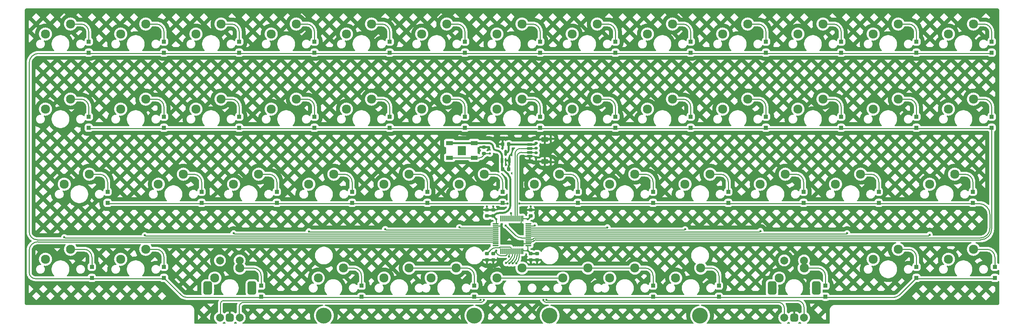
<source format=gbr>
%TF.GenerationSoftware,KiCad,Pcbnew,8.0.3*%
%TF.CreationDate,2024-09-04T21:16:44+02:00*%
%TF.ProjectId,ferntypes,6665726e-7479-4706-9573-2e6b69636164,rev?*%
%TF.SameCoordinates,Original*%
%TF.FileFunction,Copper,L2,Bot*%
%TF.FilePolarity,Positive*%
%FSLAX46Y46*%
G04 Gerber Fmt 4.6, Leading zero omitted, Abs format (unit mm)*
G04 Created by KiCad (PCBNEW 8.0.3) date 2024-09-04 21:16:44*
%MOMM*%
%LPD*%
G01*
G04 APERTURE LIST*
G04 Aperture macros list*
%AMRoundRect*
0 Rectangle with rounded corners*
0 $1 Rounding radius*
0 $2 $3 $4 $5 $6 $7 $8 $9 X,Y pos of 4 corners*
0 Add a 4 corners polygon primitive as box body*
4,1,4,$2,$3,$4,$5,$6,$7,$8,$9,$2,$3,0*
0 Add four circle primitives for the rounded corners*
1,1,$1+$1,$2,$3*
1,1,$1+$1,$4,$5*
1,1,$1+$1,$6,$7*
1,1,$1+$1,$8,$9*
0 Add four rect primitives between the rounded corners*
20,1,$1+$1,$2,$3,$4,$5,0*
20,1,$1+$1,$4,$5,$6,$7,0*
20,1,$1+$1,$6,$7,$8,$9,0*
20,1,$1+$1,$8,$9,$2,$3,0*%
G04 Aperture macros list end*
%TA.AperFunction,ComponentPad*%
%ADD10C,2.300000*%
%TD*%
%TA.AperFunction,ComponentPad*%
%ADD11C,2.000000*%
%TD*%
%TA.AperFunction,ComponentPad*%
%ADD12RoundRect,0.500000X0.500000X-0.500000X0.500000X0.500000X-0.500000X0.500000X-0.500000X-0.500000X0*%
%TD*%
%TA.AperFunction,ComponentPad*%
%ADD13RoundRect,0.550000X0.550000X-1.150000X0.550000X1.150000X-0.550000X1.150000X-0.550000X-1.150000X0*%
%TD*%
%TA.AperFunction,ComponentPad*%
%ADD14C,4.000000*%
%TD*%
%TA.AperFunction,SMDPad,CuDef*%
%ADD15RoundRect,0.250000X0.300000X-0.300000X0.300000X0.300000X-0.300000X0.300000X-0.300000X-0.300000X0*%
%TD*%
%TA.AperFunction,SMDPad,CuDef*%
%ADD16RoundRect,0.225000X-0.250000X0.225000X-0.250000X-0.225000X0.250000X-0.225000X0.250000X0.225000X0*%
%TD*%
%TA.AperFunction,SMDPad,CuDef*%
%ADD17RoundRect,0.225000X0.225000X0.250000X-0.225000X0.250000X-0.225000X-0.250000X0.225000X-0.250000X0*%
%TD*%
%TA.AperFunction,SMDPad,CuDef*%
%ADD18RoundRect,0.150000X-0.275000X0.150000X-0.275000X-0.150000X0.275000X-0.150000X0.275000X0.150000X0*%
%TD*%
%TA.AperFunction,SMDPad,CuDef*%
%ADD19RoundRect,0.175000X-0.225000X0.175000X-0.225000X-0.175000X0.225000X-0.175000X0.225000X0.175000X0*%
%TD*%
%TA.AperFunction,SMDPad,CuDef*%
%ADD20R,1.800000X1.100000*%
%TD*%
%TA.AperFunction,SMDPad,CuDef*%
%ADD21RoundRect,0.075000X0.075000X-0.662500X0.075000X0.662500X-0.075000X0.662500X-0.075000X-0.662500X0*%
%TD*%
%TA.AperFunction,SMDPad,CuDef*%
%ADD22RoundRect,0.075000X0.662500X-0.075000X0.662500X0.075000X-0.662500X0.075000X-0.662500X-0.075000X0*%
%TD*%
%TA.AperFunction,SMDPad,CuDef*%
%ADD23RoundRect,0.225000X0.250000X-0.225000X0.250000X0.225000X-0.250000X0.225000X-0.250000X-0.225000X0*%
%TD*%
%TA.AperFunction,SMDPad,CuDef*%
%ADD24RoundRect,0.150000X0.150000X-0.587500X0.150000X0.587500X-0.150000X0.587500X-0.150000X-0.587500X0*%
%TD*%
%TA.AperFunction,SMDPad,CuDef*%
%ADD25RoundRect,0.150000X-0.625000X0.150000X-0.625000X-0.150000X0.625000X-0.150000X0.625000X0.150000X0*%
%TD*%
%TA.AperFunction,SMDPad,CuDef*%
%ADD26RoundRect,0.250000X-0.650000X0.350000X-0.650000X-0.350000X0.650000X-0.350000X0.650000X0.350000X0*%
%TD*%
%TA.AperFunction,SMDPad,CuDef*%
%ADD27RoundRect,0.200000X0.275000X-0.200000X0.275000X0.200000X-0.275000X0.200000X-0.275000X-0.200000X0*%
%TD*%
%TA.AperFunction,SMDPad,CuDef*%
%ADD28RoundRect,0.225000X-0.225000X-0.250000X0.225000X-0.250000X0.225000X0.250000X-0.225000X0.250000X0*%
%TD*%
%TA.AperFunction,ViaPad*%
%ADD29C,0.600000*%
%TD*%
%TA.AperFunction,Conductor*%
%ADD30C,0.250000*%
%TD*%
%TA.AperFunction,Conductor*%
%ADD31C,0.385000*%
%TD*%
%TA.AperFunction,Conductor*%
%ADD32C,0.500000*%
%TD*%
G04 APERTURE END LIST*
D10*
%TO.P,MX29,1,1*%
%TO.N,COL2*%
X77152500Y-76835000D03*
%TO.P,MX29,2,2*%
%TO.N,Net-(D29-A)*%
X83502500Y-74295000D03*
%TD*%
%TO.P,MX8,1,1*%
%TO.N,COL7*%
X162877500Y-38735000D03*
%TO.P,MX8,2,2*%
%TO.N,Net-(D8-A)*%
X169227500Y-36195000D03*
%TD*%
%TO.P,MX41,1,1*%
%TO.N,COL11*%
X239077500Y-95885000D03*
%TO.P,MX41,2,2*%
%TO.N,Net-(D41-A)*%
X245427500Y-93345000D03*
%TD*%
%TO.P,MX36,1,1*%
%TO.N,COL10*%
X210502500Y-76835000D03*
%TO.P,MX36,2,2*%
%TO.N,Net-(D36-A)*%
X216852500Y-74295000D03*
%TD*%
%TO.P,MX7,1,1*%
%TO.N,COL6*%
X143827500Y-38735000D03*
%TO.P,MX7,2,2*%
%TO.N,Net-(D7-A)*%
X150177500Y-36195000D03*
%TD*%
D11*
%TO.P,SW1,A,A*%
%TO.N,rA*%
X73700000Y-110687500D03*
%TO.P,SW1,B,B*%
%TO.N,rB*%
X78700000Y-110687500D03*
D12*
%TO.P,SW1,C,C*%
%TO.N,GND*%
X76200000Y-110687500D03*
D13*
%TO.P,SW1,MP*%
%TO.N,N/C*%
X70600000Y-103187500D03*
X81800000Y-103187500D03*
D11*
%TO.P,SW1,S1,S1*%
%TO.N,l1*%
X78700000Y-96187500D03*
%TO.P,SW1,S2,S2*%
%TO.N,COL2*%
X73700000Y-96187500D03*
%TD*%
D10*
%TO.P,MX27,1,1*%
%TO.N,COL0*%
X34290000Y-76835000D03*
%TO.P,MX27,2,2*%
%TO.N,Net-(D27-A)*%
X40640000Y-74295000D03*
%TD*%
%TO.P,MX18,1,1*%
%TO.N,COL4*%
X105727500Y-57785000D03*
%TO.P,MX18,2,2*%
%TO.N,Net-(D18-A)*%
X112077500Y-55245000D03*
%TD*%
%TO.P,MX9,1,1*%
%TO.N,COL8*%
X181927500Y-38735000D03*
%TO.P,MX9,2,2*%
%TO.N,Net-(D9-A)*%
X188277500Y-36195000D03*
%TD*%
%TO.P,MX25,1,1*%
%TO.N,COL11*%
X239077500Y-57785000D03*
%TO.P,MX25,2,2*%
%TO.N,Net-(D25-A)*%
X245427500Y-55245000D03*
%TD*%
%TO.P,MX33,1,1*%
%TO.N,COL7*%
X153352500Y-76835000D03*
%TO.P,MX33,2,2*%
%TO.N,Net-(D33-A)*%
X159702500Y-74295000D03*
%TD*%
%TO.P,MX2,1,1*%
%TO.N,COL1*%
X48577500Y-38735000D03*
%TO.P,MX2,2,2*%
%TO.N,Net-(D2-A)*%
X54927500Y-36195000D03*
%TD*%
%TO.P,MX16,1,1*%
%TO.N,COL2*%
X67627500Y-57785000D03*
%TO.P,MX16,2,2*%
%TO.N,Net-(D16-A)*%
X73977500Y-55245000D03*
%TD*%
D14*
%TO.P,S1,*%
%TO.N,*%
X138112500Y-110172500D03*
X100012500Y-110172500D03*
%TD*%
D10*
%TO.P,MX30,1,1*%
%TO.N,COL3*%
X96202500Y-76835000D03*
%TO.P,MX30,2,2*%
%TO.N,Net-(D30-A)*%
X102552500Y-74295000D03*
%TD*%
%TO.P,MX39,1,1*%
%TO.N,COL0*%
X29527500Y-95885000D03*
%TO.P,MX39,2,2*%
%TO.N,Net-(D39-A)*%
X35877500Y-93345000D03*
%TD*%
%TO.P,MX37,1,1*%
%TO.N,COL11*%
X229552500Y-76835000D03*
%TO.P,MX37,2,2*%
%TO.N,Net-(D37-A)*%
X235902500Y-74295000D03*
%TD*%
%TO.P,MX19,1,1*%
%TO.N,COL5*%
X124777500Y-57785000D03*
%TO.P,MX19,2,2*%
%TO.N,Net-(D19-A)*%
X131127500Y-55245000D03*
%TD*%
%TO.P,MX11,1,1*%
%TO.N,COL10*%
X220027500Y-38735000D03*
%TO.P,MX11,2,2*%
%TO.N,Net-(D11-A)*%
X226377500Y-36195000D03*
%TD*%
%TO.P,MX24,1,1*%
%TO.N,COL10*%
X220027500Y-57785000D03*
%TO.P,MX24,2,2*%
%TO.N,Net-(D24-A)*%
X226377500Y-55245000D03*
%TD*%
%TO.P,MX22,1,1*%
%TO.N,COL8*%
X181927500Y-57785000D03*
%TO.P,MX22,2,2*%
%TO.N,Net-(D22-A)*%
X188277500Y-55245000D03*
%TD*%
%TO.P,MX42,1,1*%
%TO.N,COL12*%
X258127500Y-95885000D03*
%TO.P,MX42,2,2*%
%TO.N,Net-(D42-A)*%
X264477500Y-93345000D03*
%TD*%
%TO.P,MX38,1,1*%
%TO.N,COL12*%
X253365000Y-76835000D03*
%TO.P,MX38,2,2*%
%TO.N,Net-(D38-A)*%
X259715000Y-74295000D03*
%TD*%
%TO.P,MX17,1,1*%
%TO.N,COL3*%
X86677500Y-57785000D03*
%TO.P,MX17,2,2*%
%TO.N,Net-(D17-A)*%
X93027500Y-55245000D03*
%TD*%
%TO.P,MX10,1,1*%
%TO.N,COL9*%
X200977500Y-38735000D03*
%TO.P,MX10,2,2*%
%TO.N,Net-(D10-A)*%
X207327500Y-36195000D03*
%TD*%
%TO.P,MX40,1,1*%
%TO.N,COL1*%
X48577500Y-95885000D03*
%TO.P,MX40,2,2*%
%TO.N,Net-(D40-A)*%
X54927500Y-93345000D03*
%TD*%
%TO.P,MX12,1,1*%
%TO.N,COL11*%
X239077500Y-38735000D03*
%TO.P,MX12,2,2*%
%TO.N,Net-(D12-A)*%
X245427500Y-36195000D03*
%TD*%
%TO.P,MX44,1,1*%
%TO.N,COL3*%
X98583750Y-100647500D03*
%TO.P,MX44,2,2*%
%TO.N,Net-(D44-A)*%
X104933750Y-98107500D03*
%TD*%
%TO.P,MX35,1,1*%
%TO.N,COL9*%
X191452500Y-76835000D03*
%TO.P,MX35,2,2*%
%TO.N,Net-(D35-A)*%
X197802500Y-74295000D03*
%TD*%
%TO.P,MX5,1,1*%
%TO.N,COL4*%
X105727500Y-38735000D03*
%TO.P,MX5,2,2*%
%TO.N,Net-(D5-A)*%
X112077500Y-36195000D03*
%TD*%
%TO.P,MX32,1,1*%
%TO.N,COL5*%
X134302500Y-76835000D03*
%TO.P,MX32,2,2*%
%TO.N,Net-(D32-A)*%
X140652500Y-74295000D03*
%TD*%
%TO.P,MX46,1,1*%
%TO.N,COL7*%
X160496250Y-100647500D03*
%TO.P,MX46,2,2*%
%TO.N,Net-(D46-A)*%
X166846250Y-98107500D03*
%TD*%
D14*
%TO.P,S2,*%
%TO.N,*%
X195262500Y-110172500D03*
X157162500Y-110172500D03*
%TD*%
D10*
%TO.P,MX26,1,1*%
%TO.N,COL12*%
X258127500Y-57785000D03*
%TO.P,MX26,2,2*%
%TO.N,Net-(D26-A)*%
X264477500Y-55245000D03*
%TD*%
%TO.P,MX23,1,1*%
%TO.N,COL9*%
X200977500Y-57785000D03*
%TO.P,MX23,2,2*%
%TO.N,Net-(D23-A)*%
X207327500Y-55245000D03*
%TD*%
%TO.P,MX50,1,1*%
%TO.N,COL7*%
X143827500Y-100647500D03*
%TO.P,MX50,2,2*%
%TO.N,Net-(D46-A)*%
X150177500Y-98107500D03*
%TD*%
%TO.P,MX45,1,1*%
%TO.N,COL5*%
X127158750Y-100647500D03*
%TO.P,MX45,2,2*%
%TO.N,Net-(D45-A)*%
X133508750Y-98107500D03*
%TD*%
%TO.P,MX31,1,1*%
%TO.N,COL4*%
X115252500Y-76835000D03*
%TO.P,MX31,2,2*%
%TO.N,Net-(D31-A)*%
X121602500Y-74295000D03*
%TD*%
%TO.P,MX4,1,1*%
%TO.N,COL3*%
X86677500Y-38735000D03*
%TO.P,MX4,2,2*%
%TO.N,Net-(D4-A)*%
X93027500Y-36195000D03*
%TD*%
%TO.P,MX28,1,1*%
%TO.N,COL1*%
X58102500Y-76835000D03*
%TO.P,MX28,2,2*%
%TO.N,Net-(D28-A)*%
X64452500Y-74295000D03*
%TD*%
%TO.P,MX49,1,1*%
%TO.N,COL5*%
X115252500Y-100647500D03*
%TO.P,MX49,2,2*%
%TO.N,Net-(D45-A)*%
X121602500Y-98107500D03*
%TD*%
D11*
%TO.P,SW2,A,A*%
%TO.N,rC*%
X216575000Y-110687500D03*
%TO.P,SW2,B,B*%
%TO.N,rD*%
X221575000Y-110687500D03*
D12*
%TO.P,SW2,C,C*%
%TO.N,GND*%
X219075000Y-110687500D03*
D13*
%TO.P,SW2,MP*%
%TO.N,N/C*%
X213475000Y-103187500D03*
X224675000Y-103187500D03*
D11*
%TO.P,SW2,S1,S1*%
%TO.N,r1*%
X221575000Y-96187500D03*
%TO.P,SW2,S2,S2*%
%TO.N,COL10*%
X216575000Y-96187500D03*
%TD*%
D10*
%TO.P,MX43,1,1*%
%TO.N,COL2*%
X72390000Y-100647500D03*
%TO.P,MX43,2,2*%
%TO.N,l1*%
X78740000Y-98107500D03*
%TD*%
%TO.P,MX3,1,1*%
%TO.N,COL2*%
X67627500Y-38735000D03*
%TO.P,MX3,2,2*%
%TO.N,Net-(D3-A)*%
X73977500Y-36195000D03*
%TD*%
%TO.P,MX15,1,1*%
%TO.N,COL1*%
X48577500Y-57785000D03*
%TO.P,MX15,2,2*%
%TO.N,Net-(D15-A)*%
X54927500Y-55245000D03*
%TD*%
%TO.P,MX34,1,1*%
%TO.N,COL8*%
X172402500Y-76835000D03*
%TO.P,MX34,2,2*%
%TO.N,Net-(D34-A)*%
X178752500Y-74295000D03*
%TD*%
%TO.P,MX47,1,1*%
%TO.N,COL9*%
X189071250Y-100647500D03*
%TO.P,MX47,2,2*%
%TO.N,Net-(D47-A)*%
X195421250Y-98107500D03*
%TD*%
%TO.P,MX1,1,1*%
%TO.N,COL0*%
X29527500Y-38735000D03*
%TO.P,MX1,2,2*%
%TO.N,Net-(D1-A)*%
X35877500Y-36195000D03*
%TD*%
%TO.P,MX13,1,1*%
%TO.N,COL12*%
X258127500Y-38735000D03*
%TO.P,MX13,2,2*%
%TO.N,Net-(D13-A)*%
X264477500Y-36195000D03*
%TD*%
%TO.P,MX20,1,1*%
%TO.N,COL6*%
X143827500Y-57785000D03*
%TO.P,MX20,2,2*%
%TO.N,Net-(D20-A)*%
X150177500Y-55245000D03*
%TD*%
%TO.P,MX14,1,1*%
%TO.N,COL0*%
X29527500Y-57785000D03*
%TO.P,MX14,2,2*%
%TO.N,Net-(D14-A)*%
X35877500Y-55245000D03*
%TD*%
%TO.P,MX6,1,1*%
%TO.N,COL5*%
X124777500Y-38735000D03*
%TO.P,MX6,2,2*%
%TO.N,Net-(D6-A)*%
X131127500Y-36195000D03*
%TD*%
%TO.P,MX51,1,1*%
%TO.N,COL7*%
X172402500Y-100647500D03*
%TO.P,MX51,2,2*%
%TO.N,Net-(D46-A)*%
X178752500Y-98107500D03*
%TD*%
%TO.P,MX48,1,1*%
%TO.N,COL10*%
X215265000Y-100647500D03*
%TO.P,MX48,2,2*%
%TO.N,r1*%
X221615000Y-98107500D03*
%TD*%
%TO.P,MX21,1,1*%
%TO.N,COL7*%
X162877500Y-57785000D03*
%TO.P,MX21,2,2*%
%TO.N,Net-(D21-A)*%
X169227500Y-55245000D03*
%TD*%
D15*
%TO.P,D16,1,K*%
%TO.N,ROW1*%
X78581250Y-62518750D03*
%TO.P,D16,2,A*%
%TO.N,Net-(D16-A)*%
X78581250Y-59718750D03*
%TD*%
D16*
%TO.P,C5,1*%
%TO.N,+3V3*%
X142875000Y-94475000D03*
%TO.P,C5,2*%
%TO.N,GND*%
X142875000Y-96025000D03*
%TD*%
D15*
%TO.P,D10,1,K*%
%TO.N,ROW0*%
X211931250Y-43468750D03*
%TO.P,D10,2,A*%
%TO.N,Net-(D10-A)*%
X211931250Y-40668750D03*
%TD*%
D16*
%TO.P,C2,1*%
%TO.N,+3V3*%
X152400000Y-94475000D03*
%TO.P,C2,2*%
%TO.N,GND*%
X152400000Y-96025000D03*
%TD*%
D15*
%TO.P,D21,1,K*%
%TO.N,ROW1*%
X173831250Y-62518750D03*
%TO.P,D21,2,A*%
%TO.N,Net-(D21-A)*%
X173831250Y-59718750D03*
%TD*%
%TO.P,D37,1,K*%
%TO.N,ROW2*%
X240506250Y-81568750D03*
%TO.P,D37,2,A*%
%TO.N,Net-(D37-A)*%
X240506250Y-78768750D03*
%TD*%
%TO.P,D28,1,K*%
%TO.N,ROW2*%
X69056250Y-81568750D03*
%TO.P,D28,2,A*%
%TO.N,Net-(D28-A)*%
X69056250Y-78768750D03*
%TD*%
D17*
%TO.P,C9,1*%
%TO.N,GND*%
X146825000Y-73025000D03*
%TO.P,C9,2*%
%TO.N,+3V3*%
X145275000Y-73025000D03*
%TD*%
D15*
%TO.P,D34,1,K*%
%TO.N,ROW2*%
X183356250Y-81568750D03*
%TO.P,D34,2,A*%
%TO.N,Net-(D34-A)*%
X183356250Y-78768750D03*
%TD*%
D18*
%TO.P,J4,1,Pin_1*%
%TO.N,+5V*%
X153700000Y-66462500D03*
%TO.P,J4,2,Pin_2*%
%TO.N,D_N*%
X153700000Y-67662500D03*
%TO.P,J4,3,Pin_3*%
%TO.N,D_P*%
X153700000Y-68862500D03*
%TO.P,J4,4,Pin_4*%
%TO.N,GND*%
X153700000Y-70062500D03*
D19*
%TO.P,J4,MP,MountPin*%
X157475000Y-65312500D03*
X157475000Y-71212500D03*
%TD*%
D15*
%TO.P,D42,1,K*%
%TO.N,ROW3*%
X269875000Y-100618750D03*
%TO.P,D42,2,A*%
%TO.N,Net-(D42-A)*%
X269875000Y-97818750D03*
%TD*%
%TO.P,D47,1,K*%
%TO.N,ROW3*%
X200025000Y-105381250D03*
%TO.P,D47,2,A*%
%TO.N,Net-(D47-A)*%
X200025000Y-102581250D03*
%TD*%
%TO.P,D39,1,K*%
%TO.N,ROW3*%
X41275000Y-100618750D03*
%TO.P,D39,2,A*%
%TO.N,Net-(D39-A)*%
X41275000Y-97818750D03*
%TD*%
%TO.P,D15,1,K*%
%TO.N,ROW1*%
X59531250Y-62518750D03*
%TO.P,D15,2,A*%
%TO.N,Net-(D15-A)*%
X59531250Y-59718750D03*
%TD*%
%TO.P,D13,1,K*%
%TO.N,ROW0*%
X269081250Y-43468750D03*
%TO.P,D13,2,A*%
%TO.N,Net-(D13-A)*%
X269081250Y-40668750D03*
%TD*%
%TO.P,D3,1,K*%
%TO.N,ROW0*%
X78581250Y-43468750D03*
%TO.P,D3,2,A*%
%TO.N,Net-(D3-A)*%
X78581250Y-40668750D03*
%TD*%
%TO.P,D20,1,K*%
%TO.N,ROW1*%
X154781250Y-62518750D03*
%TO.P,D20,2,A*%
%TO.N,Net-(D20-A)*%
X154781250Y-59718750D03*
%TD*%
%TO.P,D1,1,K*%
%TO.N,ROW0*%
X40481250Y-43468750D03*
%TO.P,D1,2,A*%
%TO.N,Net-(D1-A)*%
X40481250Y-40668750D03*
%TD*%
%TO.P,D11,1,K*%
%TO.N,ROW0*%
X230981250Y-43468750D03*
%TO.P,D11,2,A*%
%TO.N,Net-(D11-A)*%
X230981250Y-40668750D03*
%TD*%
%TO.P,D23,1,K*%
%TO.N,ROW1*%
X211931250Y-62518750D03*
%TO.P,D23,2,A*%
%TO.N,Net-(D23-A)*%
X211931250Y-59718750D03*
%TD*%
%TO.P,D24,1,K*%
%TO.N,ROW1*%
X230981250Y-62518750D03*
%TO.P,D24,2,A*%
%TO.N,Net-(D24-A)*%
X230981250Y-59718750D03*
%TD*%
%TO.P,D45,1,K*%
%TO.N,ROW3*%
X138112500Y-105381250D03*
%TO.P,D45,2,A*%
%TO.N,Net-(D45-A)*%
X138112500Y-102581250D03*
%TD*%
%TO.P,D7,1,K*%
%TO.N,ROW0*%
X154781250Y-43468750D03*
%TO.P,D7,2,A*%
%TO.N,Net-(D7-A)*%
X154781250Y-40668750D03*
%TD*%
%TO.P,D43,1,K*%
%TO.N,ROW3*%
X84137500Y-105381250D03*
%TO.P,D43,2,A*%
%TO.N,l1*%
X84137500Y-102581250D03*
%TD*%
D16*
%TO.P,C7,1*%
%TO.N,NRST*%
X141287500Y-94475000D03*
%TO.P,C7,2*%
%TO.N,GND*%
X141287500Y-96025000D03*
%TD*%
D15*
%TO.P,D25,1,K*%
%TO.N,ROW1*%
X250031250Y-62518750D03*
%TO.P,D25,2,A*%
%TO.N,Net-(D25-A)*%
X250031250Y-59718750D03*
%TD*%
%TO.P,D6,1,K*%
%TO.N,ROW0*%
X135731250Y-43468750D03*
%TO.P,D6,2,A*%
%TO.N,Net-(D6-A)*%
X135731250Y-40668750D03*
%TD*%
D20*
%TO.P,SW3,1,1*%
%TO.N,+3V3*%
X138037500Y-66412500D03*
X131837500Y-66412500D03*
%TO.P,SW3,2,2*%
%TO.N,BOOT0*%
X138037500Y-70112500D03*
X131837500Y-70112500D03*
%TD*%
D15*
%TO.P,D30,1,K*%
%TO.N,ROW2*%
X107156250Y-81568750D03*
%TO.P,D30,2,A*%
%TO.N,Net-(D30-A)*%
X107156250Y-78768750D03*
%TD*%
D21*
%TO.P,U3,1,VBAT*%
%TO.N,+3V3*%
X150387500Y-93856250D03*
%TO.P,U3,2,PC13*%
%TO.N,unconnected-(U3-PC13-Pad2)*%
X149887500Y-93856250D03*
%TO.P,U3,3,PC14*%
%TO.N,rC*%
X149387500Y-93856250D03*
%TO.P,U3,4,PC15*%
%TO.N,rD*%
X148887500Y-93856250D03*
%TO.P,U3,5,PF0*%
%TO.N,rA*%
X148387500Y-93856250D03*
%TO.P,U3,6,PF1*%
%TO.N,rB*%
X147887500Y-93856250D03*
%TO.P,U3,7,NRST*%
%TO.N,NRST*%
X147387500Y-93856250D03*
%TO.P,U3,8,VSSA*%
%TO.N,GND*%
X146887500Y-93856250D03*
%TO.P,U3,9,VDDA*%
%TO.N,+3V3*%
X146387500Y-93856250D03*
%TO.P,U3,10,PA0*%
%TO.N,unconnected-(U3-PA0-Pad10)*%
X145887500Y-93856250D03*
%TO.P,U3,11,PA1*%
%TO.N,unconnected-(U3-PA1-Pad11)*%
X145387500Y-93856250D03*
%TO.P,U3,12,PA2*%
%TO.N,unconnected-(U3-PA2-Pad12)*%
X144887500Y-93856250D03*
D22*
%TO.P,U3,13,PA3*%
%TO.N,unconnected-(U3-PA3-Pad13)*%
X143475000Y-92443750D03*
%TO.P,U3,14,PA4*%
%TO.N,unconnected-(U3-PA4-Pad14)*%
X143475000Y-91943750D03*
%TO.P,U3,15,PA5*%
%TO.N,ROW3*%
X143475000Y-91443750D03*
%TO.P,U3,16,PA6*%
%TO.N,ROW0*%
X143475000Y-90943750D03*
%TO.P,U3,17,PA7*%
%TO.N,COL0*%
X143475000Y-90443750D03*
%TO.P,U3,18,PB0*%
%TO.N,COL1*%
X143475000Y-89943750D03*
%TO.P,U3,19,PB1*%
%TO.N,COL2*%
X143475000Y-89443750D03*
%TO.P,U3,20,PB2*%
%TO.N,COL3*%
X143475000Y-88943750D03*
%TO.P,U3,21,PB10*%
%TO.N,COL4*%
X143475000Y-88443750D03*
%TO.P,U3,22,PB11*%
%TO.N,COL5*%
X143475000Y-87943750D03*
%TO.P,U3,23,VSS*%
%TO.N,GND*%
X143475000Y-87443750D03*
%TO.P,U3,24,VDD*%
%TO.N,+3V3*%
X143475000Y-86943750D03*
D21*
%TO.P,U3,25,PB12*%
%TO.N,unconnected-(U3-PB12-Pad25)*%
X144887500Y-85531250D03*
%TO.P,U3,26,PB13*%
%TO.N,unconnected-(U3-PB13-Pad26)*%
X145387500Y-85531250D03*
%TO.P,U3,27,PB14*%
%TO.N,unconnected-(U3-PB14-Pad27)*%
X145887500Y-85531250D03*
%TO.P,U3,28,PB15*%
%TO.N,unconnected-(U3-PB15-Pad28)*%
X146387500Y-85531250D03*
%TO.P,U3,29,PA8*%
%TO.N,unconnected-(U3-PA8-Pad29)*%
X146887500Y-85531250D03*
%TO.P,U3,30,PA9*%
%TO.N,COL6*%
X147387500Y-85531250D03*
%TO.P,U3,31,PA10*%
%TO.N,unconnected-(U3-PA10-Pad31)*%
X147887500Y-85531250D03*
%TO.P,U3,32,PA11*%
%TO.N,D_N*%
X148387500Y-85531250D03*
%TO.P,U3,33,PA12*%
%TO.N,D_P*%
X148887500Y-85531250D03*
%TO.P,U3,34,PA13*%
%TO.N,unconnected-(U3-PA13-Pad34)*%
X149387500Y-85531250D03*
%TO.P,U3,35,VSS*%
%TO.N,GND*%
X149887500Y-85531250D03*
%TO.P,U3,36,VDDIO2*%
%TO.N,+3V3*%
X150387500Y-85531250D03*
D22*
%TO.P,U3,37,PA14*%
%TO.N,unconnected-(U3-PA14-Pad37)*%
X151800000Y-86943750D03*
%TO.P,U3,38,PA15*%
%TO.N,COL7*%
X151800000Y-87443750D03*
%TO.P,U3,39,PB3*%
%TO.N,COL8*%
X151800000Y-87943750D03*
%TO.P,U3,40,PB4*%
%TO.N,COL9*%
X151800000Y-88443750D03*
%TO.P,U3,41,PB5*%
%TO.N,COL10*%
X151800000Y-88943750D03*
%TO.P,U3,42,PB6*%
%TO.N,COL11*%
X151800000Y-89443750D03*
%TO.P,U3,43,PB7*%
%TO.N,COL12*%
X151800000Y-89943750D03*
%TO.P,U3,44,BOOT0*%
%TO.N,BOOT0*%
X151800000Y-90443750D03*
%TO.P,U3,45,PB8*%
%TO.N,ROW2*%
X151800000Y-90943750D03*
%TO.P,U3,46,PB9*%
%TO.N,ROW1*%
X151800000Y-91443750D03*
%TO.P,U3,47,VSS*%
%TO.N,GND*%
X151800000Y-91943750D03*
%TO.P,U3,48,VDD*%
%TO.N,+3V3*%
X151800000Y-92443750D03*
%TD*%
D15*
%TO.P,D26,1,K*%
%TO.N,ROW1*%
X269081250Y-62518750D03*
%TO.P,D26,2,A*%
%TO.N,Net-(D26-A)*%
X269081250Y-59718750D03*
%TD*%
%TO.P,D8,1,K*%
%TO.N,ROW0*%
X173831250Y-43468750D03*
%TO.P,D8,2,A*%
%TO.N,Net-(D8-A)*%
X173831250Y-40668750D03*
%TD*%
%TO.P,D31,1,K*%
%TO.N,ROW2*%
X126206250Y-81568750D03*
%TO.P,D31,2,A*%
%TO.N,Net-(D31-A)*%
X126206250Y-78768750D03*
%TD*%
%TO.P,D46,1,K*%
%TO.N,ROW3*%
X183356250Y-105381250D03*
%TO.P,D46,2,A*%
%TO.N,Net-(D46-A)*%
X183356250Y-102581250D03*
%TD*%
%TO.P,D36,1,K*%
%TO.N,ROW2*%
X221456250Y-81568750D03*
%TO.P,D36,2,A*%
%TO.N,Net-(D36-A)*%
X221456250Y-78768750D03*
%TD*%
%TO.P,D40,1,K*%
%TO.N,ROW3*%
X59531250Y-100618750D03*
%TO.P,D40,2,A*%
%TO.N,Net-(D40-A)*%
X59531250Y-97818750D03*
%TD*%
D23*
%TO.P,C1,1*%
%TO.N,+3V3*%
X152400000Y-84912500D03*
%TO.P,C1,2*%
%TO.N,GND*%
X152400000Y-83362500D03*
%TD*%
%TO.P,C6,1*%
%TO.N,+3V3*%
X142875000Y-84912500D03*
%TO.P,C6,2*%
%TO.N,GND*%
X142875000Y-83362500D03*
%TD*%
D15*
%TO.P,D17,1,K*%
%TO.N,ROW1*%
X97631250Y-62518750D03*
%TO.P,D17,2,A*%
%TO.N,Net-(D17-A)*%
X97631250Y-59718750D03*
%TD*%
D24*
%TO.P,U2,1,GND*%
%TO.N,GND*%
X147000000Y-70787500D03*
%TO.P,U2,2,VO*%
%TO.N,+3V3*%
X145100000Y-70787500D03*
%TO.P,U2,3,VI*%
%TO.N,+5V*%
X146050000Y-68912500D03*
%TD*%
D15*
%TO.P,D27,1,K*%
%TO.N,ROW2*%
X45243750Y-81568750D03*
%TO.P,D27,2,A*%
%TO.N,Net-(D27-A)*%
X45243750Y-78768750D03*
%TD*%
%TO.P,D44,1,K*%
%TO.N,ROW3*%
X109537500Y-105381250D03*
%TO.P,D44,2,A*%
%TO.N,Net-(D44-A)*%
X109537500Y-102581250D03*
%TD*%
%TO.P,D48,1,K*%
%TO.N,ROW3*%
X227012500Y-105381250D03*
%TO.P,D48,2,A*%
%TO.N,r1*%
X227012500Y-102581250D03*
%TD*%
%TO.P,D22,1,K*%
%TO.N,ROW1*%
X192881250Y-62518750D03*
%TO.P,D22,2,A*%
%TO.N,Net-(D22-A)*%
X192881250Y-59718750D03*
%TD*%
D23*
%TO.P,C4,1*%
%TO.N,+3V3*%
X141287500Y-84912500D03*
%TO.P,C4,2*%
%TO.N,GND*%
X141287500Y-83362500D03*
%TD*%
D15*
%TO.P,D35,1,K*%
%TO.N,ROW2*%
X202406250Y-81568750D03*
%TO.P,D35,2,A*%
%TO.N,Net-(D35-A)*%
X202406250Y-78768750D03*
%TD*%
D25*
%TO.P,J3,1,Pin_1*%
%TO.N,+5V*%
X152093947Y-66762500D03*
%TO.P,J3,2,Pin_2*%
%TO.N,D_N*%
X152093947Y-67762500D03*
%TO.P,J3,3,Pin_3*%
%TO.N,D_P*%
X152093947Y-68762500D03*
%TO.P,J3,4,Pin_4*%
%TO.N,GND*%
X152093947Y-69762500D03*
D26*
%TO.P,J3,MP,MountPin*%
X155968947Y-65462500D03*
X155968947Y-71062500D03*
%TD*%
D15*
%TO.P,D12,1,K*%
%TO.N,ROW0*%
X250031250Y-43468750D03*
%TO.P,D12,2,A*%
%TO.N,Net-(D12-A)*%
X250031250Y-40668750D03*
%TD*%
%TO.P,D32,1,K*%
%TO.N,ROW2*%
X145256250Y-81568750D03*
%TO.P,D32,2,A*%
%TO.N,Net-(D32-A)*%
X145256250Y-78768750D03*
%TD*%
%TO.P,D33,1,K*%
%TO.N,ROW2*%
X164306250Y-81568750D03*
%TO.P,D33,2,A*%
%TO.N,Net-(D33-A)*%
X164306250Y-78768750D03*
%TD*%
%TO.P,D29,1,K*%
%TO.N,ROW2*%
X88106250Y-81568750D03*
%TO.P,D29,2,A*%
%TO.N,Net-(D29-A)*%
X88106250Y-78768750D03*
%TD*%
%TO.P,D2,1,K*%
%TO.N,ROW0*%
X59531250Y-43468750D03*
%TO.P,D2,2,A*%
%TO.N,Net-(D2-A)*%
X59531250Y-40668750D03*
%TD*%
%TO.P,D41,1,K*%
%TO.N,ROW3*%
X250031250Y-100618750D03*
%TO.P,D41,2,A*%
%TO.N,Net-(D41-A)*%
X250031250Y-97818750D03*
%TD*%
D27*
%TO.P,R1,1*%
%TO.N,BOOT0*%
X140493750Y-69087500D03*
%TO.P,R1,2*%
%TO.N,GND*%
X140493750Y-67437500D03*
%TD*%
D15*
%TO.P,D4,1,K*%
%TO.N,ROW0*%
X97631250Y-43468750D03*
%TO.P,D4,2,A*%
%TO.N,Net-(D4-A)*%
X97631250Y-40668750D03*
%TD*%
D28*
%TO.P,C8,1*%
%TO.N,GND*%
X145275000Y-66675000D03*
%TO.P,C8,2*%
%TO.N,+5V*%
X146825000Y-66675000D03*
%TD*%
D16*
%TO.P,C3,1*%
%TO.N,+3V3*%
X153987500Y-94475000D03*
%TO.P,C3,2*%
%TO.N,GND*%
X153987500Y-96025000D03*
%TD*%
D15*
%TO.P,D14,1,K*%
%TO.N,ROW1*%
X40481250Y-62518750D03*
%TO.P,D14,2,A*%
%TO.N,Net-(D14-A)*%
X40481250Y-59718750D03*
%TD*%
%TO.P,D18,1,K*%
%TO.N,ROW1*%
X116681250Y-62518750D03*
%TO.P,D18,2,A*%
%TO.N,Net-(D18-A)*%
X116681250Y-59718750D03*
%TD*%
%TO.P,D38,1,K*%
%TO.N,ROW2*%
X264318750Y-81568750D03*
%TO.P,D38,2,A*%
%TO.N,Net-(D38-A)*%
X264318750Y-78768750D03*
%TD*%
%TO.P,D9,1,K*%
%TO.N,ROW0*%
X192881250Y-43468750D03*
%TO.P,D9,2,A*%
%TO.N,Net-(D9-A)*%
X192881250Y-40668750D03*
%TD*%
%TO.P,D5,1,K*%
%TO.N,ROW0*%
X116681250Y-43468750D03*
%TO.P,D5,2,A*%
%TO.N,Net-(D5-A)*%
X116681250Y-40668750D03*
%TD*%
%TO.P,D19,1,K*%
%TO.N,ROW1*%
X135731250Y-62518750D03*
%TO.P,D19,2,A*%
%TO.N,Net-(D19-A)*%
X135731250Y-59718750D03*
%TD*%
D29*
%TO.N,ROW2*%
X146507278Y-81756250D03*
X149512500Y-81756250D03*
%TO.N,COL0*%
X34298808Y-90318750D03*
%TO.N,COL1*%
X54676592Y-89818750D03*
%TO.N,COL2*%
X77156954Y-89318750D03*
%TO.N,COL3*%
X96207496Y-88818750D03*
%TO.N,COL4*%
X115516777Y-88252806D03*
%TO.N,COL5*%
X134322827Y-87766944D03*
%TO.N,COL6*%
X147400323Y-84167581D03*
%TO.N,COL7*%
X153362740Y-87318750D03*
%TO.N,COL8*%
X171809105Y-87818750D03*
%TO.N,COL9*%
X191469782Y-88282282D03*
%TO.N,COL10*%
X210517435Y-88745091D03*
%TO.N,COL11*%
X232493642Y-89318750D03*
%TO.N,COL12*%
X253361158Y-89684361D03*
%TO.N,rB*%
X140499979Y-106181400D03*
X146140134Y-96837500D03*
%TO.N,rA*%
X146935028Y-96927764D03*
X139700000Y-106187500D03*
%TO.N,GND*%
X150018750Y-92075000D03*
X150018750Y-87312500D03*
X141287500Y-67468750D03*
X141287500Y-82550000D03*
X142875000Y-96837500D03*
X150812500Y-69850000D03*
X146050000Y-70643750D03*
X76200000Y-107950000D03*
X219075000Y-107950000D03*
X155575000Y-68262500D03*
X153987500Y-96837500D03*
X146843750Y-95250000D03*
X142875000Y-82550000D03*
X144462500Y-66675000D03*
X145256250Y-88106250D03*
X152400000Y-82550000D03*
X141287500Y-96837500D03*
X152456873Y-96780627D03*
%TO.N,rD*%
X156368750Y-106181400D03*
X147824689Y-96921987D03*
%TO.N,rC*%
X155568747Y-106181400D03*
X148717991Y-96912570D03*
%TO.N,+3V3*%
X151606250Y-85725000D03*
X143668750Y-85725000D03*
X143668750Y-93662500D03*
X151606250Y-93662500D03*
%TO.N,BOOT0*%
X142050000Y-69087500D03*
X146050000Y-87312500D03*
%TD*%
D30*
%TO.N,Net-(D1-A)*%
X40481250Y-38195000D02*
X40481250Y-40668750D01*
X35877500Y-36195000D02*
X38481250Y-36195000D01*
X38481250Y-36195000D02*
G75*
G02*
X40481300Y-38195000I50J-2000000D01*
G01*
%TO.N,ROW0*%
X78581250Y-43468750D02*
X78756400Y-43643900D01*
X173656100Y-43643900D02*
X173831250Y-43468750D01*
X40293750Y-43656250D02*
X27815927Y-43656250D01*
X211931250Y-43468750D02*
X212106400Y-43643900D01*
X78406100Y-43643900D02*
X78581250Y-43468750D01*
X59706400Y-43643900D02*
X78406100Y-43643900D01*
X192706100Y-43643900D02*
X192881250Y-43468750D01*
X116681250Y-43468750D02*
X116856400Y-43643900D01*
X27443750Y-90943750D02*
X143475000Y-90943750D01*
X174006400Y-43643900D02*
X192706100Y-43643900D01*
X135556100Y-43643900D02*
X135731250Y-43468750D01*
X78756400Y-43643900D02*
X97456100Y-43643900D01*
X116856400Y-43643900D02*
X135556100Y-43643900D01*
X211756100Y-43643900D02*
X211931250Y-43468750D01*
X230806100Y-43643900D02*
X230981250Y-43468750D01*
X193056400Y-43643900D02*
X211756100Y-43643900D01*
X250206400Y-43643900D02*
X268906100Y-43643900D01*
X154606100Y-43643900D02*
X154781250Y-43468750D01*
X40481250Y-43468750D02*
X40656400Y-43643900D01*
X192881250Y-43468750D02*
X193056400Y-43643900D01*
X59531250Y-43468750D02*
X59706400Y-43643900D01*
X154781250Y-43468750D02*
X154956400Y-43643900D01*
X230981250Y-43468750D02*
X231156400Y-43643900D01*
X97806400Y-43643900D02*
X116506100Y-43643900D01*
X25400000Y-46072177D02*
X25400000Y-88900000D01*
X135906400Y-43643900D02*
X154606100Y-43643900D01*
X250031250Y-43468750D02*
X250206400Y-43643900D01*
X249856100Y-43643900D02*
X250031250Y-43468750D01*
X116506100Y-43643900D02*
X116681250Y-43468750D01*
X135731250Y-43468750D02*
X135906400Y-43643900D01*
X97456100Y-43643900D02*
X97631250Y-43468750D01*
X154956400Y-43643900D02*
X173656100Y-43643900D01*
X231156400Y-43643900D02*
X249856100Y-43643900D01*
X59356100Y-43643900D02*
X59531250Y-43468750D01*
X40656400Y-43643900D02*
X59356100Y-43643900D01*
X97631250Y-43468750D02*
X97806400Y-43643900D01*
X40481250Y-43468750D02*
X40293750Y-43656250D01*
X268906100Y-43643900D02*
X269081250Y-43468750D01*
X173831250Y-43468750D02*
X174006400Y-43643900D01*
X212106400Y-43643900D02*
X230806100Y-43643900D01*
X27815927Y-43656250D02*
G75*
G03*
X25399950Y-46072177I-27J-2415950D01*
G01*
X25400000Y-88900000D02*
G75*
G03*
X27443750Y-90943750I2043750J0D01*
G01*
%TO.N,Net-(D2-A)*%
X54927500Y-36195000D02*
X57531250Y-36195000D01*
X59531250Y-38195000D02*
X59531250Y-40668750D01*
X57531250Y-36195000D02*
G75*
G02*
X59531300Y-38195000I50J-2000000D01*
G01*
%TO.N,Net-(D3-A)*%
X73977500Y-36195000D02*
X76581250Y-36195000D01*
X78581250Y-38195000D02*
X78581250Y-40668750D01*
X76581250Y-36195000D02*
G75*
G02*
X78581300Y-38195000I50J-2000000D01*
G01*
%TO.N,Net-(D4-A)*%
X97631250Y-38195000D02*
X97631250Y-40668750D01*
X93027500Y-36195000D02*
X95631250Y-36195000D01*
X95631250Y-36195000D02*
G75*
G02*
X97631300Y-38195000I50J-2000000D01*
G01*
%TO.N,Net-(D5-A)*%
X116681250Y-38195000D02*
X116681250Y-40668750D01*
X112077500Y-36195000D02*
X114681250Y-36195000D01*
X114681250Y-36195000D02*
G75*
G02*
X116681300Y-38195000I50J-2000000D01*
G01*
%TO.N,Net-(D6-A)*%
X131127500Y-36195000D02*
X133731250Y-36195000D01*
X135731250Y-38195000D02*
X135731250Y-40668750D01*
X133731250Y-36195000D02*
G75*
G02*
X135731300Y-38195000I50J-2000000D01*
G01*
%TO.N,Net-(D7-A)*%
X150177500Y-36195000D02*
X152781250Y-36195000D01*
X154781250Y-38195000D02*
X154781250Y-40668750D01*
X154781250Y-38195000D02*
G75*
G03*
X152781250Y-36195050I-1999950J0D01*
G01*
%TO.N,Net-(D8-A)*%
X169227500Y-36195000D02*
X171831250Y-36195000D01*
X173831250Y-38195000D02*
X173831250Y-40668750D01*
X171831250Y-36195000D02*
G75*
G02*
X173831300Y-38195000I50J-2000000D01*
G01*
%TO.N,Net-(D9-A)*%
X192881250Y-38195000D02*
X192881250Y-40668750D01*
X188277500Y-36195000D02*
X190881250Y-36195000D01*
X190881250Y-36195000D02*
G75*
G02*
X192881300Y-38195000I50J-2000000D01*
G01*
%TO.N,Net-(D10-A)*%
X207327500Y-36195000D02*
X209931250Y-36195000D01*
X211931250Y-38195000D02*
X211931250Y-40668750D01*
X211931250Y-38195000D02*
G75*
G03*
X209931250Y-36195050I-1999950J0D01*
G01*
%TO.N,Net-(D11-A)*%
X226377500Y-36195000D02*
X228981250Y-36195000D01*
X230981250Y-38195000D02*
X230981250Y-40668750D01*
X230981250Y-38195000D02*
G75*
G03*
X228981250Y-36195050I-1999950J0D01*
G01*
%TO.N,Net-(D12-A)*%
X245427500Y-36195000D02*
X248031250Y-36195000D01*
X250031250Y-38195000D02*
X250031250Y-40668750D01*
X248031250Y-36195000D02*
G75*
G02*
X250031300Y-38195000I50J-2000000D01*
G01*
%TO.N,Net-(D13-A)*%
X264477500Y-36195000D02*
X267081250Y-36195000D01*
X269081250Y-38195000D02*
X269081250Y-40668750D01*
X269081250Y-38195000D02*
G75*
G03*
X267081250Y-36195050I-1999950J0D01*
G01*
%TO.N,ROW1*%
X256201772Y-90940111D02*
X256195469Y-90937500D01*
X230981250Y-62518750D02*
X231156400Y-62693900D01*
X268906100Y-62693900D02*
X269081250Y-62518750D01*
X154781250Y-62518750D02*
X154956400Y-62693900D01*
X269081250Y-62518750D02*
X269081250Y-88141858D01*
X40481250Y-62518750D02*
X40656400Y-62693900D01*
X78581250Y-62518750D02*
X78756400Y-62693900D01*
X249856100Y-62693900D02*
X250031250Y-62518750D01*
X59356100Y-62693900D02*
X59531250Y-62518750D01*
X211756100Y-62693900D02*
X211931250Y-62518750D01*
X211931250Y-62518750D02*
X212106400Y-62693900D01*
X59706400Y-62693900D02*
X78406100Y-62693900D01*
X231156400Y-62693900D02*
X249856100Y-62693900D01*
X116681250Y-62518750D02*
X116856400Y-62693900D01*
X173831250Y-62518750D02*
X174006400Y-62693900D01*
X154956400Y-62693900D02*
X173656100Y-62693900D01*
X116506100Y-62693900D02*
X116681250Y-62518750D01*
X97631250Y-62518750D02*
X97806400Y-62693900D01*
X152634356Y-91443750D02*
X151800000Y-91443750D01*
X173656100Y-62693900D02*
X173831250Y-62518750D01*
X250206400Y-62693900D02*
X268906100Y-62693900D01*
X97456100Y-62693900D02*
X97631250Y-62518750D01*
X250031250Y-62518750D02*
X250206400Y-62693900D01*
X40656400Y-62693900D02*
X59356100Y-62693900D01*
X192881250Y-62518750D02*
X193056400Y-62693900D01*
X59531250Y-62518750D02*
X59706400Y-62693900D01*
X153187799Y-91129847D02*
X153043277Y-91274369D01*
X78756400Y-62693900D02*
X97456100Y-62693900D01*
X174006400Y-62693900D02*
X192706100Y-62693900D01*
X97806400Y-62693900D02*
X116506100Y-62693900D01*
X212106400Y-62693900D02*
X230806100Y-62693900D01*
X266282997Y-90940111D02*
X256201772Y-90940111D01*
X78406100Y-62693900D02*
X78581250Y-62518750D01*
X116856400Y-62693900D02*
X135556100Y-62693900D01*
X135731250Y-62518750D02*
X135906400Y-62693900D01*
X256195469Y-90937500D02*
X153652165Y-90937500D01*
X154606100Y-62693900D02*
X154781250Y-62518750D01*
X135556100Y-62693900D02*
X135731250Y-62518750D01*
X135906400Y-62693900D02*
X154606100Y-62693900D01*
X230806100Y-62693900D02*
X230981250Y-62518750D01*
X192706100Y-62693900D02*
X192881250Y-62518750D01*
X193056400Y-62693900D02*
X211756100Y-62693900D01*
X269081250Y-88141858D02*
G75*
G02*
X266282997Y-90940150I-2798250J-42D01*
G01*
X153043277Y-91274369D02*
G75*
G02*
X152634356Y-91443704I-408877J408969D01*
G01*
X153652165Y-90937500D02*
G75*
G03*
X153187819Y-91129867I35J-656700D01*
G01*
%TO.N,Net-(D14-A)*%
X35877500Y-55245000D02*
X38481250Y-55245000D01*
X40481250Y-57245000D02*
X40481250Y-59718750D01*
X40481250Y-57245000D02*
G75*
G03*
X38481250Y-55245050I-1999950J0D01*
G01*
%TO.N,Net-(D15-A)*%
X54927500Y-55245000D02*
X57531250Y-55245000D01*
X59531250Y-57245000D02*
X59531250Y-59718750D01*
X59531250Y-57245000D02*
G75*
G03*
X57531250Y-55245050I-1999950J0D01*
G01*
%TO.N,Net-(D16-A)*%
X78581250Y-57245000D02*
X78581250Y-59718750D01*
X73977500Y-55245000D02*
X76581250Y-55245000D01*
X78581250Y-57245000D02*
G75*
G03*
X76581250Y-55245050I-1999950J0D01*
G01*
%TO.N,Net-(D17-A)*%
X97631250Y-57245000D02*
X97631250Y-59718750D01*
X93027500Y-55245000D02*
X95631250Y-55245000D01*
X95631250Y-55245000D02*
G75*
G02*
X97631300Y-57245000I50J-2000000D01*
G01*
%TO.N,Net-(D18-A)*%
X116681250Y-57245000D02*
X116681250Y-59718750D01*
X112077500Y-55245000D02*
X114681250Y-55245000D01*
X116681250Y-57245000D02*
G75*
G03*
X114681250Y-55245050I-1999950J0D01*
G01*
%TO.N,Net-(D19-A)*%
X131127500Y-55245000D02*
X133731250Y-55245000D01*
X135731250Y-57245000D02*
X135731250Y-59718750D01*
X135731250Y-57245000D02*
G75*
G03*
X133731250Y-55245050I-1999950J0D01*
G01*
%TO.N,Net-(D20-A)*%
X150177500Y-55245000D02*
X152781250Y-55245000D01*
X154781250Y-57245000D02*
X154781250Y-59718750D01*
X152781250Y-55245000D02*
G75*
G02*
X154781300Y-57245000I50J-2000000D01*
G01*
%TO.N,Net-(D21-A)*%
X173831250Y-57245000D02*
X173831250Y-59718750D01*
X169227500Y-55245000D02*
X171831250Y-55245000D01*
X171831250Y-55245000D02*
G75*
G02*
X173831300Y-57245000I50J-2000000D01*
G01*
%TO.N,Net-(D22-A)*%
X192881250Y-57245000D02*
X192881250Y-59718750D01*
X188277500Y-55245000D02*
X190881250Y-55245000D01*
X190881250Y-55245000D02*
G75*
G02*
X192881300Y-57245000I50J-2000000D01*
G01*
%TO.N,Net-(D23-A)*%
X211931250Y-57245000D02*
X211931250Y-59718750D01*
X207327500Y-55245000D02*
X209931250Y-55245000D01*
X209931250Y-55245000D02*
G75*
G02*
X211931300Y-57245000I50J-2000000D01*
G01*
%TO.N,Net-(D24-A)*%
X230981250Y-57245000D02*
X230981250Y-59718750D01*
X226377500Y-55245000D02*
X228981250Y-55245000D01*
X228981250Y-55245000D02*
G75*
G02*
X230981300Y-57245000I50J-2000000D01*
G01*
%TO.N,Net-(D25-A)*%
X245427500Y-55245000D02*
X248031250Y-55245000D01*
X250031250Y-57245000D02*
X250031250Y-59718750D01*
X248031250Y-55245000D02*
G75*
G02*
X250031300Y-57245000I50J-2000000D01*
G01*
%TO.N,Net-(D26-A)*%
X264477500Y-55245000D02*
X267081250Y-55245000D01*
X269081250Y-57245000D02*
X269081250Y-59718750D01*
X269081250Y-57245000D02*
G75*
G03*
X267081250Y-55245050I-1999950J0D01*
G01*
%TO.N,Net-(D27-A)*%
X40640000Y-74295000D02*
X43243750Y-74295000D01*
X45243750Y-76295000D02*
X45243750Y-78768750D01*
X45243750Y-76295000D02*
G75*
G03*
X43243750Y-74295050I-1999950J0D01*
G01*
%TO.N,ROW2*%
X264143600Y-81743900D02*
X240681400Y-81743900D01*
X149512500Y-81756250D02*
X164118750Y-81756250D01*
X164481400Y-81743900D02*
X164306250Y-81568750D01*
X126381400Y-81743900D02*
X145081100Y-81743900D01*
X264506250Y-81756250D02*
X265906250Y-81756250D01*
X183531400Y-81743900D02*
X183356250Y-81568750D01*
X221631400Y-81743900D02*
X221456250Y-81568750D01*
X107331400Y-81743900D02*
X126031100Y-81743900D01*
X126031100Y-81743900D02*
X126206250Y-81568750D01*
X145443750Y-81756250D02*
X145256250Y-81568750D01*
X45243750Y-81568750D02*
X45418900Y-81743900D01*
X106981100Y-81743900D02*
X107156250Y-81568750D01*
X202581400Y-81743900D02*
X202406250Y-81568750D01*
X69056250Y-81568750D02*
X69231400Y-81743900D01*
X88281400Y-81743900D02*
X106981100Y-81743900D01*
X240331100Y-81743900D02*
X221631400Y-81743900D01*
X264318750Y-81568750D02*
X264143600Y-81743900D01*
X202231100Y-81743900D02*
X183531400Y-81743900D01*
X146507278Y-81756250D02*
X145443750Y-81756250D01*
X221456250Y-81568750D02*
X221281100Y-81743900D01*
X152544761Y-90943750D02*
X151800000Y-90943750D01*
X88106250Y-81568750D02*
X88281400Y-81743900D01*
X183181100Y-81743900D02*
X164481400Y-81743900D01*
X264318750Y-81568750D02*
X264506250Y-81756250D01*
X240681400Y-81743900D02*
X240506250Y-81568750D01*
X107156250Y-81568750D02*
X107331400Y-81743900D01*
X87931100Y-81743900D02*
X88106250Y-81568750D01*
X266182392Y-90487500D02*
X153379661Y-90487500D01*
X268631250Y-84481250D02*
X268631250Y-88038642D01*
X202406250Y-81568750D02*
X202231100Y-81743900D01*
X45418900Y-81743900D02*
X68881100Y-81743900D01*
X240506250Y-81568750D02*
X240331100Y-81743900D01*
X145081100Y-81743900D02*
X145256250Y-81568750D01*
X183356250Y-81568750D02*
X183181100Y-81743900D01*
X69231400Y-81743900D02*
X87931100Y-81743900D01*
X126206250Y-81568750D02*
X126381400Y-81743900D01*
X68881100Y-81743900D02*
X69056250Y-81568750D01*
X153062289Y-90618960D02*
X152873786Y-90807463D01*
X221281100Y-81743900D02*
X202581400Y-81743900D01*
X164306250Y-81568750D02*
X164118750Y-81756250D01*
X152873786Y-90807463D02*
G75*
G02*
X152544761Y-90943711I-328986J329063D01*
G01*
X268631250Y-88038642D02*
G75*
G02*
X266182392Y-90487450I-2448850J42D01*
G01*
X265906250Y-81756250D02*
G75*
G02*
X268631250Y-84481250I50J-2724950D01*
G01*
X153379661Y-90487500D02*
G75*
G03*
X153062315Y-90618986I39J-448800D01*
G01*
%TO.N,Net-(D28-A)*%
X69056250Y-76295000D02*
X69056250Y-78768750D01*
X64452500Y-74295000D02*
X67056250Y-74295000D01*
X69056250Y-76295000D02*
G75*
G03*
X67056250Y-74295050I-1999950J0D01*
G01*
%TO.N,Net-(D29-A)*%
X88106250Y-76295000D02*
X88106250Y-78768750D01*
X83502500Y-74295000D02*
X86106250Y-74295000D01*
X88106250Y-76295000D02*
G75*
G03*
X86106250Y-74295050I-1999950J0D01*
G01*
%TO.N,Net-(D30-A)*%
X102552500Y-74295000D02*
X105156250Y-74295000D01*
X107156250Y-76295000D02*
X107156250Y-78768750D01*
X105156250Y-74295000D02*
G75*
G02*
X107156300Y-76295000I50J-2000000D01*
G01*
%TO.N,Net-(D31-A)*%
X126206250Y-76295000D02*
X126206250Y-78768750D01*
X121602500Y-74295000D02*
X124206250Y-74295000D01*
X126206250Y-76295000D02*
G75*
G03*
X124206250Y-74295050I-1999950J0D01*
G01*
%TO.N,Net-(D32-A)*%
X140652500Y-74295000D02*
X143256250Y-74295000D01*
X145256250Y-76295000D02*
X145256250Y-78768750D01*
X143256250Y-74295000D02*
G75*
G02*
X145256300Y-76295000I50J-2000000D01*
G01*
%TO.N,Net-(D33-A)*%
X164306250Y-76295000D02*
X164306250Y-78768750D01*
X159702500Y-74295000D02*
X162306250Y-74295000D01*
X164306250Y-76295000D02*
G75*
G03*
X162306250Y-74295050I-1999950J0D01*
G01*
%TO.N,Net-(D34-A)*%
X178752500Y-74295000D02*
X181356250Y-74295000D01*
X183356250Y-76295000D02*
X183356250Y-78768750D01*
X183356250Y-76295000D02*
G75*
G03*
X181356250Y-74295050I-1999950J0D01*
G01*
%TO.N,Net-(D35-A)*%
X197802500Y-74295000D02*
X200406250Y-74295000D01*
X202406250Y-76295000D02*
X202406250Y-78768750D01*
X200406250Y-74295000D02*
G75*
G02*
X202406300Y-76295000I50J-2000000D01*
G01*
%TO.N,Net-(D36-A)*%
X216852500Y-74295000D02*
X219456250Y-74295000D01*
X221456250Y-76295000D02*
X221456250Y-78768750D01*
X219456250Y-74295000D02*
G75*
G02*
X221456300Y-76295000I50J-2000000D01*
G01*
%TO.N,Net-(D37-A)*%
X235902500Y-74295000D02*
X238506250Y-74295000D01*
X240506250Y-76295000D02*
X240506250Y-78768750D01*
X238506250Y-74295000D02*
G75*
G02*
X240506300Y-76295000I50J-2000000D01*
G01*
%TO.N,Net-(D38-A)*%
X264318750Y-76295000D02*
X264318750Y-78768750D01*
X259715000Y-74295000D02*
X262318750Y-74295000D01*
X264318750Y-76295000D02*
G75*
G03*
X262318750Y-74295050I-1999950J0D01*
G01*
%TO.N,ROW3*%
X250031250Y-100618750D02*
X250206400Y-100793900D01*
X199849850Y-105556400D02*
X200025000Y-105381250D01*
X109712650Y-105556400D02*
X109537500Y-105381250D01*
X183181100Y-105556400D02*
X183356250Y-105381250D01*
X138112500Y-105381250D02*
X138287650Y-105556400D01*
X244475000Y-105556398D02*
X227187648Y-105556398D01*
X26987500Y-100806250D02*
X41087500Y-100806250D01*
X138112500Y-105381250D02*
X137937350Y-105556400D01*
X65297327Y-105556400D02*
X83962350Y-105556400D01*
X84312650Y-105556400D02*
X84137500Y-105381250D01*
X83962350Y-105556400D02*
X84137500Y-105381250D01*
X183356250Y-105381250D02*
X183531400Y-105556400D01*
X41450150Y-100793900D02*
X41275000Y-100618750D01*
X109537500Y-105381250D02*
X109362350Y-105556400D01*
X250206400Y-100793900D02*
X269699850Y-100793900D01*
X269699850Y-100793900D02*
X269875000Y-100618750D01*
X200200150Y-105556400D02*
X226837350Y-105556400D01*
X227187648Y-105556398D02*
X227012500Y-105381250D01*
X84312650Y-105556400D02*
X109362350Y-105556400D01*
X226837350Y-105556400D02*
X227012500Y-105381250D01*
X59531250Y-100618750D02*
X59356100Y-100793900D01*
X137937350Y-105556400D02*
X109712650Y-105556400D01*
X250031250Y-100618750D02*
X245667036Y-104982964D01*
X41087500Y-100806250D02*
X41275000Y-100618750D01*
X59356100Y-100793900D02*
X41450150Y-100793900D01*
X25400000Y-93662500D02*
X25400000Y-99218750D01*
X59531250Y-100618750D02*
X63883114Y-104970614D01*
X143475000Y-91443750D02*
X27618750Y-91443750D01*
X138287650Y-105556400D02*
X183181100Y-105556400D01*
X183531400Y-105556400D02*
X199849850Y-105556400D01*
X200025000Y-105381250D02*
X200200150Y-105556400D01*
X27618750Y-91443750D02*
G75*
G03*
X25400000Y-93662500I0J-2218750D01*
G01*
X245667036Y-104982964D02*
G75*
G02*
X244252823Y-105568781I-1414236J1414164D01*
G01*
X25400000Y-99218750D02*
G75*
G03*
X26987500Y-100806250I1587500J0D01*
G01*
X65297327Y-105556400D02*
G75*
G02*
X63883100Y-104970628I-27J2000000D01*
G01*
%TO.N,Net-(D40-A)*%
X54927500Y-93345000D02*
X57531250Y-93345000D01*
X59531250Y-95345000D02*
X59531250Y-97818750D01*
X59531250Y-95345000D02*
G75*
G03*
X57531250Y-93345050I-1999950J0D01*
G01*
%TO.N,Net-(D41-A)*%
X250031250Y-95345000D02*
X250031250Y-97818750D01*
X245427500Y-93345000D02*
X248031250Y-93345000D01*
X250031250Y-95345000D02*
G75*
G03*
X248031250Y-93345050I-1999950J0D01*
G01*
%TO.N,Net-(D39-A)*%
X35877500Y-93345000D02*
X39275000Y-93345000D01*
X41275000Y-95345000D02*
X41275000Y-97818750D01*
X39275000Y-93345000D02*
G75*
G02*
X41275000Y-95345000I0J-2000000D01*
G01*
%TO.N,Net-(D44-A)*%
X104933750Y-98107500D02*
X107537500Y-98107500D01*
X109537500Y-100107500D02*
X109537500Y-102581250D01*
X107537500Y-98107500D02*
G75*
G02*
X109537500Y-100107500I0J-2000000D01*
G01*
%TO.N,Net-(D45-A)*%
X138112500Y-100107500D02*
X138112500Y-102581250D01*
X121602500Y-98107500D02*
X133508750Y-98107500D01*
X133508750Y-98107500D02*
X136112500Y-98107500D01*
X138112500Y-100107500D02*
G75*
G03*
X136112500Y-98107500I-2000000J0D01*
G01*
%TO.N,Net-(D46-A)*%
X150177500Y-98107500D02*
X178752500Y-98107500D01*
X183356250Y-100107500D02*
X183356250Y-102581250D01*
X178752500Y-98107500D02*
X181356250Y-98107500D01*
X181356250Y-98107500D02*
G75*
G02*
X183356300Y-100107500I50J-2000000D01*
G01*
%TO.N,Net-(D47-A)*%
X200025000Y-100107500D02*
X200025000Y-102581250D01*
X195421250Y-98107500D02*
X198025000Y-98107500D01*
X198025000Y-98107500D02*
G75*
G02*
X200025000Y-100107500I0J-2000000D01*
G01*
%TO.N,Net-(D42-A)*%
X269875000Y-95345000D02*
X269875000Y-97818750D01*
X264477500Y-93345000D02*
X267875000Y-93345000D01*
X269875000Y-95345000D02*
G75*
G03*
X267875000Y-93345000I-2000000J0D01*
G01*
%TO.N,COL0*%
X34423808Y-90443750D02*
X143475000Y-90443750D01*
X34423808Y-90443750D02*
G75*
G02*
X34298750Y-90318750I-8J125050D01*
G01*
%TO.N,COL1*%
X54801592Y-89943750D02*
X143475000Y-89943750D01*
X54801592Y-89943750D02*
G75*
G02*
X54676550Y-89818750I8J125050D01*
G01*
%TO.N,COL2*%
X77281954Y-89443750D02*
X143475000Y-89443750D01*
X77281954Y-89443750D02*
G75*
G02*
X77156950Y-89318750I46J125050D01*
G01*
%TO.N,COL3*%
X96332496Y-88943750D02*
X143475000Y-88943750D01*
X96332496Y-88943750D02*
G75*
G02*
X96207450Y-88818750I4J125050D01*
G01*
%TO.N,COL4*%
X115707721Y-88443750D02*
X143475000Y-88443750D01*
X115516777Y-88252806D02*
G75*
G03*
X115707721Y-88443723I190923J6D01*
G01*
%TO.N,COL5*%
X134499633Y-87943750D02*
X143475000Y-87943750D01*
X134499633Y-87943750D02*
G75*
G02*
X134322750Y-87766944I-33J176850D01*
G01*
%TO.N,COL6*%
X147387500Y-84180404D02*
X147400323Y-84167581D01*
X147387500Y-85531250D02*
X147387500Y-84180404D01*
%TO.N,COL7*%
X151800000Y-87443750D02*
X153237740Y-87443750D01*
X143827500Y-100647500D02*
X160496250Y-100647500D01*
X153237740Y-87443750D02*
G75*
G03*
X153362750Y-87318750I-40J125050D01*
G01*
%TO.N,COL8*%
X151800000Y-87943750D02*
X171684105Y-87943750D01*
X171684105Y-87943750D02*
G75*
G03*
X171809150Y-87818750I-5J125050D01*
G01*
%TO.N,COL9*%
X151800000Y-88443750D02*
X191293750Y-88443750D01*
X191293750Y-88443750D02*
X191308314Y-88443750D01*
X191308314Y-88443750D02*
G75*
G03*
X191469750Y-88282282I-14J161450D01*
G01*
%TO.N,COL10*%
X210300000Y-88943750D02*
X210318776Y-88943750D01*
X151800000Y-88943750D02*
X210300000Y-88943750D01*
X210318776Y-88943750D02*
G75*
G03*
X210517450Y-88745091I24J198650D01*
G01*
%TO.N,COL11*%
X151800000Y-89443750D02*
X232368642Y-89443750D01*
X232368642Y-89443750D02*
G75*
G03*
X232493650Y-89318750I-42J125050D01*
G01*
%TO.N,COL12*%
X151800000Y-89943750D02*
X253101769Y-89943750D01*
X253101769Y-89943750D02*
G75*
G03*
X253361150Y-89684361I31J259350D01*
G01*
%TO.N,l1*%
X84137500Y-100107500D02*
X84137500Y-102581250D01*
X78700000Y-96187500D02*
X78700000Y-98067500D01*
X78740000Y-98107500D02*
X82137500Y-98107500D01*
X78700000Y-98067500D02*
G75*
G03*
X78740000Y-98107500I40000J0D01*
G01*
X82137500Y-98107500D02*
G75*
G02*
X84137500Y-100107500I0J-2000000D01*
G01*
%TO.N,r1*%
X221575000Y-96187500D02*
X221575000Y-98067500D01*
X227012500Y-102581250D02*
X227012500Y-100107500D01*
X225012500Y-98107500D02*
X221615000Y-98107500D01*
X221575000Y-98067500D02*
G75*
G03*
X221615000Y-98107500I40000J0D01*
G01*
X225012500Y-98107500D02*
G75*
G02*
X227012500Y-100107500I0J-2000000D01*
G01*
%TO.N,rB*%
X79718750Y-106812500D02*
X139868879Y-106812500D01*
X147301713Y-95675921D02*
X146140134Y-96837500D01*
X147887500Y-93856250D02*
X147887500Y-94261707D01*
X78581250Y-110568750D02*
X78581250Y-107950000D01*
X78700000Y-110687500D02*
G75*
G02*
X78581300Y-110568750I0J118700D01*
G01*
X147887500Y-94261707D02*
G75*
G02*
X147301710Y-95675918I-2000000J7D01*
G01*
X139868879Y-106812500D02*
G75*
G03*
X140500000Y-106181400I21J631100D01*
G01*
X78581250Y-107950000D02*
G75*
G02*
X79718750Y-106812550I1137450J0D01*
G01*
%TO.N,rA*%
X74612500Y-106362500D02*
X139525000Y-106362500D01*
X148387500Y-93856250D02*
X148387500Y-94646865D01*
X73818750Y-110568750D02*
X73818750Y-107156250D01*
X147801713Y-96061079D02*
X146935028Y-96927764D01*
X73700000Y-110687500D02*
G75*
G03*
X73818700Y-110568750I0J118700D01*
G01*
X73818750Y-107156250D02*
G75*
G02*
X74612500Y-106362550I793750J-50D01*
G01*
X139525000Y-106362500D02*
G75*
G03*
X139700000Y-106187500I0J175000D01*
G01*
X148387500Y-94646865D02*
G75*
G02*
X147801731Y-96061097I-2000000J-35D01*
G01*
%TO.N,GND*%
X146825000Y-73025000D02*
X146825000Y-71209987D01*
X146193750Y-70787500D02*
X146050000Y-70643750D01*
X142875000Y-83362500D02*
X142875000Y-82550000D01*
X157475000Y-71212500D02*
X156118947Y-71212500D01*
X219075000Y-110687500D02*
X219075000Y-107950000D01*
X155968947Y-65487303D02*
X155968947Y-67868553D01*
X141256250Y-67437500D02*
X141287500Y-67468750D01*
X153987500Y-96025000D02*
X153987500Y-96837500D01*
X142875000Y-96025000D02*
X142875000Y-96837500D01*
X152400000Y-96025000D02*
X153987500Y-96025000D01*
X152093947Y-69762500D02*
X150900000Y-69762500D01*
X152400000Y-96025000D02*
X152400000Y-96723754D01*
X141287500Y-83362500D02*
X141287500Y-82550000D01*
X152093947Y-69762500D02*
X153400000Y-69762500D01*
X147000000Y-70787500D02*
X146193750Y-70787500D01*
X150150000Y-91943750D02*
X150018750Y-92075000D01*
X76200000Y-110687500D02*
X76200000Y-107950000D01*
X152400000Y-83362500D02*
X152400000Y-82550000D01*
X157475000Y-65312500D02*
X156118947Y-65312500D01*
X140493750Y-67437500D02*
X141256250Y-67437500D01*
X146887500Y-95206250D02*
X146843750Y-95250000D01*
X146887500Y-93856250D02*
X146887500Y-95206250D01*
X155968947Y-71062500D02*
X155968947Y-68656447D01*
X141287500Y-96025000D02*
X141287500Y-96837500D01*
X151800000Y-91943750D02*
X150150000Y-91943750D01*
X150900000Y-69762500D02*
X150812500Y-69850000D01*
X149887500Y-85531250D02*
X149887500Y-87181250D01*
X143475000Y-87443750D02*
X144593750Y-87443750D01*
X155968947Y-65462500D02*
X155968947Y-65487303D01*
X145275000Y-66675000D02*
X144462500Y-66675000D01*
X146825000Y-71209987D02*
G75*
G02*
X147000004Y-70787504I597500J-13D01*
G01*
X144593750Y-87443750D02*
G75*
G02*
X145256250Y-88106250I-50J-662550D01*
G01*
X156118947Y-65312500D02*
G75*
G03*
X155968900Y-65462500I-47J-150000D01*
G01*
X152400000Y-96723754D02*
G75*
G03*
X152456873Y-96780700I56900J-46D01*
G01*
X155968947Y-67868553D02*
G75*
G02*
X155575000Y-68262547I-393947J-47D01*
G01*
X155968947Y-68656447D02*
G75*
G03*
X155575000Y-68262453I-393947J47D01*
G01*
X156118947Y-71212500D02*
G75*
G02*
X155968900Y-71062500I-47J150000D01*
G01*
X149887500Y-87181250D02*
G75*
G03*
X150018750Y-87312500I131200J-50D01*
G01*
X153400000Y-69762500D02*
G75*
G02*
X153700000Y-70062500I0J-300000D01*
G01*
%TO.N,rD*%
X148887500Y-93856250D02*
X148887500Y-95030749D01*
X156549850Y-106362500D02*
X219868750Y-106362500D01*
X148301713Y-96444963D02*
X147824689Y-96921987D01*
X221575000Y-110687500D02*
X221575000Y-108068750D01*
X221575000Y-108068750D02*
G75*
G03*
X219868750Y-106362500I-1706200J50D01*
G01*
X148887500Y-95030749D02*
G75*
G02*
X148301689Y-96444939I-2000000J49D01*
G01*
X156549850Y-106362500D02*
G75*
G02*
X156368800Y-106181400I50J181100D01*
G01*
%TO.N,rC*%
X215106250Y-106812500D02*
X156199847Y-106812500D01*
X216575000Y-110687500D02*
X216575000Y-108281250D01*
X148801713Y-96828848D02*
X148717991Y-96912570D01*
X149387500Y-93856250D02*
X149387500Y-95414634D01*
X156199847Y-106812500D02*
G75*
G02*
X155568700Y-106181400I-47J631100D01*
G01*
X148801713Y-96828848D02*
G75*
G03*
X149387524Y-95414634I-1414213J1414248D01*
G01*
X216575000Y-108281250D02*
G75*
G03*
X215106250Y-106812500I-1468800J-50D01*
G01*
D31*
%TO.N,+3V3*%
X142875000Y-94475000D02*
X142875000Y-94456250D01*
D30*
X143668750Y-93942764D02*
X143668750Y-93662500D01*
D31*
X151606250Y-93662500D02*
X151606250Y-93681250D01*
X142875000Y-94456250D02*
X143668750Y-93662500D01*
X151606250Y-93681250D02*
X152400000Y-94475000D01*
D32*
X145100000Y-72850000D02*
X145275000Y-73025000D01*
X147257278Y-75835705D02*
X147257278Y-82101795D01*
D30*
X146387500Y-93856250D02*
X146387500Y-94661514D01*
D31*
X152400000Y-84931250D02*
X151606250Y-85725000D01*
X142875000Y-84912500D02*
X142875000Y-84931250D01*
D32*
X145221573Y-84137500D02*
X144478427Y-84137500D01*
X145100000Y-70787500D02*
X145100000Y-69693750D01*
X141287500Y-84912500D02*
X142875000Y-84912500D01*
D30*
X150387500Y-85531250D02*
X151412500Y-85531250D01*
D32*
X145275000Y-73025000D02*
X146671492Y-74421492D01*
D30*
X143668750Y-85725000D02*
X143668750Y-86750000D01*
D32*
X141818750Y-66412500D02*
X138037500Y-66412500D01*
D31*
X152400000Y-84912500D02*
X152400000Y-84931250D01*
D30*
X144644736Y-94918750D02*
X146130264Y-94918750D01*
D32*
X146671491Y-83516009D02*
X146635786Y-83551714D01*
D30*
X153987500Y-94475000D02*
X153247177Y-94475000D01*
D32*
X145100000Y-70787500D02*
X145100000Y-72850000D01*
D30*
X151606250Y-93662500D02*
X151606250Y-92637500D01*
X151606250Y-93662500D02*
X150581250Y-93662500D01*
D31*
X152400000Y-94475000D02*
X153987500Y-94475000D01*
D32*
X138037500Y-66412500D02*
X131837500Y-66412500D01*
X143064213Y-84723287D02*
X142875000Y-84912500D01*
D31*
X142875000Y-84931250D02*
X143668750Y-85725000D01*
D30*
X151832963Y-93889213D02*
X151606250Y-93662500D01*
X151412500Y-85531250D02*
G75*
G02*
X151606250Y-85725000I0J-193750D01*
G01*
X143668750Y-86750000D02*
G75*
G02*
X143475000Y-86943750I-193750J0D01*
G01*
D32*
X147257278Y-75835705D02*
G75*
G03*
X146671490Y-74421494I-1999978J5D01*
G01*
X145100000Y-69693750D02*
G75*
G03*
X143668750Y-68262500I-1431200J50D01*
G01*
X143064213Y-84723287D02*
G75*
G02*
X144478427Y-84137519I1414187J-1414213D01*
G01*
D30*
X146387500Y-94661514D02*
G75*
G02*
X146130264Y-94918700I-257200J14D01*
G01*
X150581250Y-93662500D02*
G75*
G03*
X150387500Y-93856250I-50J-193700D01*
G01*
D32*
X145221573Y-84137500D02*
G75*
G03*
X146635800Y-83551728I27J2000000D01*
G01*
D30*
X144644736Y-94918750D02*
G75*
G02*
X143668750Y-93942764I-36J975950D01*
G01*
D32*
X147257278Y-82101795D02*
G75*
G02*
X146671489Y-83516007I-1999978J-5D01*
G01*
D30*
X151832963Y-93889213D02*
G75*
G03*
X153247177Y-94475016I1414237J1414213D01*
G01*
D32*
X143668750Y-68262500D02*
G75*
G02*
X142875000Y-67468750I50J793800D01*
G01*
X142875000Y-67468750D02*
G75*
G03*
X141818750Y-66412500I-1056200J50D01*
G01*
D30*
X151606250Y-92637500D02*
G75*
G02*
X151800000Y-92443750I193750J0D01*
G01*
%TO.N,NRST*%
X144644736Y-92793750D02*
X147130264Y-92793750D01*
X141287500Y-94475000D02*
X142257964Y-93504536D01*
X143672177Y-92918750D02*
X144412500Y-92918750D01*
X144505205Y-92880351D02*
X144554377Y-92831178D01*
X147387500Y-93050986D02*
X147387500Y-93856250D01*
X142257964Y-93504536D02*
G75*
G02*
X143672177Y-92918719I1414236J-1414164D01*
G01*
X144554377Y-92831178D02*
G75*
G02*
X144644736Y-92793765I90323J-90322D01*
G01*
X147130264Y-92793750D02*
G75*
G02*
X147387550Y-93050986I36J-257250D01*
G01*
X144412500Y-92918750D02*
G75*
G03*
X144505214Y-92880360I0J131150D01*
G01*
D32*
%TO.N,+5V*%
X146912500Y-66762500D02*
X146825000Y-66675000D01*
X152093947Y-66762500D02*
X153400000Y-66762500D01*
X152093947Y-66762500D02*
X146912500Y-66762500D01*
X146825000Y-68137500D02*
X146825000Y-66675000D01*
X153400000Y-66762500D02*
G75*
G03*
X153700000Y-66462500I0J300000D01*
G01*
X146050000Y-68912500D02*
G75*
G03*
X146825000Y-68137500I0J775000D01*
G01*
D30*
%TO.N,D_N*%
X148387500Y-85531250D02*
X148387500Y-69196947D01*
X149821947Y-67762500D02*
X152093947Y-67762500D01*
X152093947Y-67762500D02*
X153600000Y-67762500D01*
X149821947Y-67762500D02*
G75*
G03*
X148387500Y-69196947I-47J-1434400D01*
G01*
X153600000Y-67762500D02*
G75*
G03*
X153700000Y-67662500I0J100000D01*
G01*
%TO.N,D_P*%
X152093947Y-68762500D02*
X153600000Y-68762500D01*
X148887500Y-85531250D02*
X148887500Y-69893750D01*
X150018750Y-68762500D02*
X152093947Y-68762500D01*
X148887500Y-69893750D02*
G75*
G02*
X150018750Y-68762500I1131200J50D01*
G01*
X153600000Y-68762500D02*
G75*
G02*
X153700000Y-68862500I0J-100000D01*
G01*
%TO.N,BOOT0*%
X138037500Y-70112500D02*
X131837500Y-70112500D01*
X151800000Y-90443750D02*
X150009677Y-90443750D01*
X138037500Y-70112500D02*
X139468750Y-70112500D01*
X140493750Y-69087500D02*
X142050000Y-69087500D01*
X148595463Y-89857963D02*
X146050000Y-87312500D01*
X139468750Y-70112500D02*
G75*
G03*
X140493700Y-69087500I-50J1025000D01*
G01*
X150009677Y-90443750D02*
G75*
G02*
X148595485Y-89857941I23J1999950D01*
G01*
%TD*%
%TA.AperFunction,Conductor*%
%TO.N,GND*%
G36*
X270678351Y-32252026D02*
G01*
X270739954Y-32261786D01*
X270776837Y-32273772D01*
X270823605Y-32297602D01*
X270854987Y-32320404D01*
X270892095Y-32357512D01*
X270914898Y-32388896D01*
X270938726Y-32435659D01*
X270950714Y-32472551D01*
X270960472Y-32534138D01*
X270962000Y-32553543D01*
X270962000Y-96945020D01*
X270942315Y-97012059D01*
X270889511Y-97057814D01*
X270820353Y-97067758D01*
X270756797Y-97038733D01*
X270750319Y-97032701D01*
X270643656Y-96926038D01*
X270643652Y-96926035D01*
X270559403Y-96874069D01*
X270512678Y-96822121D01*
X270500500Y-96768531D01*
X270500500Y-95197552D01*
X270500499Y-95197548D01*
X270493369Y-95134270D01*
X270475040Y-94971587D01*
X270467485Y-94904533D01*
X270467483Y-94904525D01*
X270467483Y-94904519D01*
X270401864Y-94617023D01*
X270401859Y-94617010D01*
X270373890Y-94537078D01*
X270304468Y-94338681D01*
X270176520Y-94072995D01*
X270019629Y-93823305D01*
X269835768Y-93592750D01*
X269627250Y-93384232D01*
X269627217Y-93384206D01*
X269497110Y-93280449D01*
X269396695Y-93200371D01*
X269177038Y-93062351D01*
X269147002Y-93043478D01*
X268881322Y-92915533D01*
X268602988Y-92818139D01*
X268602976Y-92818135D01*
X268315484Y-92752517D01*
X268315466Y-92752514D01*
X268022451Y-92719500D01*
X268022445Y-92719500D01*
X267936606Y-92719500D01*
X266087752Y-92719500D01*
X266020713Y-92699815D01*
X265974958Y-92647011D01*
X265973191Y-92642952D01*
X265952657Y-92593378D01*
X265952655Y-92593375D01*
X265952654Y-92593372D01*
X265816912Y-92371860D01*
X265648189Y-92174311D01*
X265450640Y-92005588D01*
X265229128Y-91869846D01*
X265229127Y-91869845D01*
X265229123Y-91869843D01*
X265070577Y-91804172D01*
X265016174Y-91760331D01*
X264994109Y-91694037D01*
X265011388Y-91626338D01*
X265062525Y-91578727D01*
X265118030Y-91565611D01*
X266207047Y-91565611D01*
X266231595Y-91565611D01*
X266231728Y-91565650D01*
X266282996Y-91565650D01*
X266451193Y-91565650D01*
X266451196Y-91565650D01*
X266785976Y-91532677D01*
X266942377Y-91501566D01*
X267115892Y-91467053D01*
X267115898Y-91467052D01*
X267115901Y-91467050D01*
X267115911Y-91467049D01*
X267437826Y-91369396D01*
X267748618Y-91240661D01*
X268045295Y-91082082D01*
X268325000Y-90895187D01*
X268585039Y-90681776D01*
X268822908Y-90443904D01*
X269036316Y-90183862D01*
X269223207Y-89904154D01*
X269381781Y-89607475D01*
X269510512Y-89296681D01*
X269608160Y-88974765D01*
X269673784Y-88644829D01*
X269706752Y-88310048D01*
X269706750Y-88141849D01*
X269706750Y-88104118D01*
X269706750Y-63568967D01*
X269726435Y-63501928D01*
X269765655Y-63463428D01*
X269849901Y-63411465D01*
X269849904Y-63411463D01*
X269849903Y-63411463D01*
X269849906Y-63411462D01*
X269973962Y-63287406D01*
X270066064Y-63138084D01*
X270121249Y-62971547D01*
X270131750Y-62868759D01*
X270131749Y-62168742D01*
X270125958Y-62112056D01*
X270121249Y-62065953D01*
X270121248Y-62065950D01*
X270098039Y-61995911D01*
X270066064Y-61899416D01*
X269973962Y-61750094D01*
X269849906Y-61626038D01*
X269700584Y-61533936D01*
X269534047Y-61478751D01*
X269534045Y-61478750D01*
X269431260Y-61468250D01*
X268731248Y-61468250D01*
X268731230Y-61468251D01*
X268628453Y-61478750D01*
X268628450Y-61478751D01*
X268461918Y-61533935D01*
X268461913Y-61533937D01*
X268312592Y-61626039D01*
X268188539Y-61750092D01*
X268096437Y-61899413D01*
X268096434Y-61899420D01*
X268090264Y-61918042D01*
X268068604Y-61983404D01*
X268028834Y-62040849D01*
X267964318Y-62067672D01*
X267950900Y-62068400D01*
X263667524Y-62068400D01*
X263600485Y-62048715D01*
X263554730Y-61995911D01*
X263544786Y-61926753D01*
X263573811Y-61863197D01*
X263579843Y-61856719D01*
X263628545Y-61808016D01*
X263628550Y-61808011D01*
X263807655Y-61574597D01*
X263954761Y-61319803D01*
X263968095Y-61287613D01*
X264067347Y-61047994D01*
X264067346Y-61047994D01*
X264067350Y-61047987D01*
X264143498Y-60763800D01*
X264181900Y-60472106D01*
X264181900Y-60177894D01*
X264143498Y-59886200D01*
X264067350Y-59602013D01*
X264063113Y-59591783D01*
X263954765Y-59330205D01*
X263954757Y-59330189D01*
X263807659Y-59075410D01*
X263807655Y-59075403D01*
X263633841Y-58848884D01*
X263628551Y-58841990D01*
X263628545Y-58841983D01*
X263420516Y-58633954D01*
X263420509Y-58633948D01*
X263187105Y-58454851D01*
X263187103Y-58454849D01*
X263187097Y-58454845D01*
X263187092Y-58454842D01*
X263187089Y-58454840D01*
X262932310Y-58307742D01*
X262932294Y-58307734D01*
X262660494Y-58195152D01*
X262588943Y-58175980D01*
X262376300Y-58119002D01*
X262376299Y-58119001D01*
X262376296Y-58119001D01*
X262084616Y-58080601D01*
X262084611Y-58080600D01*
X262084606Y-58080600D01*
X261790394Y-58080600D01*
X261790388Y-58080600D01*
X261790383Y-58080601D01*
X261498703Y-58119001D01*
X261214505Y-58195152D01*
X260942705Y-58307734D01*
X260942689Y-58307742D01*
X260687910Y-58454840D01*
X260687894Y-58454851D01*
X260454490Y-58633948D01*
X260454483Y-58633954D01*
X260246454Y-58841983D01*
X260246448Y-58841990D01*
X260067351Y-59075394D01*
X260067340Y-59075410D01*
X259920242Y-59330189D01*
X259920234Y-59330205D01*
X259807652Y-59602005D01*
X259731501Y-59886203D01*
X259693101Y-60177883D01*
X259693100Y-60177900D01*
X259693100Y-60472099D01*
X259693101Y-60472116D01*
X259731501Y-60763796D01*
X259807652Y-61047994D01*
X259920234Y-61319794D01*
X259920242Y-61319810D01*
X260067340Y-61574589D01*
X260067351Y-61574605D01*
X260246448Y-61808009D01*
X260246454Y-61808016D01*
X260295157Y-61856719D01*
X260328642Y-61918042D01*
X260323658Y-61987734D01*
X260281786Y-62043667D01*
X260216322Y-62068084D01*
X260207476Y-62068400D01*
X251161600Y-62068400D01*
X251094561Y-62048715D01*
X251048806Y-61995911D01*
X251043897Y-61983412D01*
X251016064Y-61899416D01*
X250923962Y-61750094D01*
X250799906Y-61626038D01*
X250650584Y-61533936D01*
X250484047Y-61478751D01*
X250484045Y-61478750D01*
X250381260Y-61468250D01*
X249681248Y-61468250D01*
X249681230Y-61468251D01*
X249578453Y-61478750D01*
X249578450Y-61478751D01*
X249411918Y-61533935D01*
X249411913Y-61533937D01*
X249262592Y-61626039D01*
X249138539Y-61750092D01*
X249046437Y-61899413D01*
X249046434Y-61899420D01*
X249040264Y-61918042D01*
X249018604Y-61983404D01*
X248978834Y-62040849D01*
X248914318Y-62067672D01*
X248900900Y-62068400D01*
X244617524Y-62068400D01*
X244550485Y-62048715D01*
X244504730Y-61995911D01*
X244494786Y-61926753D01*
X244523811Y-61863197D01*
X244529843Y-61856719D01*
X244578545Y-61808016D01*
X244578550Y-61808011D01*
X244757655Y-61574597D01*
X244904761Y-61319803D01*
X244918095Y-61287613D01*
X245017347Y-61047994D01*
X245017346Y-61047994D01*
X245017350Y-61047987D01*
X245093498Y-60763800D01*
X245131900Y-60472106D01*
X245131900Y-60177894D01*
X245093498Y-59886200D01*
X245017350Y-59602013D01*
X245013113Y-59591783D01*
X244904765Y-59330205D01*
X244904757Y-59330189D01*
X244757659Y-59075410D01*
X244757655Y-59075403D01*
X244583841Y-58848884D01*
X244578551Y-58841990D01*
X244578545Y-58841983D01*
X244553958Y-58817396D01*
X245761086Y-58817396D01*
X245777220Y-58845339D01*
X245779190Y-58848884D01*
X245790764Y-58870536D01*
X245792621Y-58874152D01*
X245807068Y-58903450D01*
X245808802Y-58907116D01*
X245818931Y-58929472D01*
X245820544Y-58933193D01*
X245945636Y-59235193D01*
X245947129Y-59238972D01*
X245955780Y-59261960D01*
X245957147Y-59265780D01*
X245967645Y-59296710D01*
X245968885Y-59300571D01*
X245976005Y-59324044D01*
X245977119Y-59327944D01*
X246017097Y-59477147D01*
X246024209Y-59461722D01*
X246026334Y-59457340D01*
X246124559Y-59264564D01*
X246126855Y-59260270D01*
X246141245Y-59234575D01*
X246143706Y-59230375D01*
X246164188Y-59196951D01*
X246166813Y-59192850D01*
X246183181Y-59168353D01*
X246185966Y-59164358D01*
X246313141Y-58989317D01*
X246316081Y-58985433D01*
X246334319Y-58962299D01*
X246337407Y-58958536D01*
X246362865Y-58928729D01*
X246366100Y-58925089D01*
X246386093Y-58903461D01*
X246389467Y-58899952D01*
X246542452Y-58746967D01*
X246545961Y-58743593D01*
X246567589Y-58723600D01*
X246571229Y-58720365D01*
X246601036Y-58694907D01*
X246604799Y-58691819D01*
X246627933Y-58673581D01*
X246631817Y-58670641D01*
X246779332Y-58563464D01*
X246397175Y-58181307D01*
X245761086Y-58817396D01*
X244553958Y-58817396D01*
X244370516Y-58633954D01*
X244370509Y-58633948D01*
X244137105Y-58454851D01*
X244137103Y-58454849D01*
X244137097Y-58454845D01*
X244137092Y-58454842D01*
X244137089Y-58454840D01*
X243882310Y-58307742D01*
X243882294Y-58307734D01*
X243610494Y-58195152D01*
X243538943Y-58175980D01*
X243326300Y-58119002D01*
X243326299Y-58119001D01*
X243326296Y-58119001D01*
X243034616Y-58080601D01*
X243034611Y-58080600D01*
X243034606Y-58080600D01*
X242740394Y-58080600D01*
X242740388Y-58080600D01*
X242740383Y-58080601D01*
X242448703Y-58119001D01*
X242164505Y-58195152D01*
X241892705Y-58307734D01*
X241892689Y-58307742D01*
X241637910Y-58454840D01*
X241637894Y-58454851D01*
X241404490Y-58633948D01*
X241404483Y-58633954D01*
X241196454Y-58841983D01*
X241196448Y-58841990D01*
X241017351Y-59075394D01*
X241017340Y-59075410D01*
X240870242Y-59330189D01*
X240870234Y-59330205D01*
X240757652Y-59602005D01*
X240681501Y-59886203D01*
X240643101Y-60177883D01*
X240643100Y-60177900D01*
X240643100Y-60472099D01*
X240643101Y-60472116D01*
X240681501Y-60763796D01*
X240757652Y-61047994D01*
X240870234Y-61319794D01*
X240870242Y-61319810D01*
X241017340Y-61574589D01*
X241017351Y-61574605D01*
X241196448Y-61808009D01*
X241196454Y-61808016D01*
X241245157Y-61856719D01*
X241278642Y-61918042D01*
X241273658Y-61987734D01*
X241231786Y-62043667D01*
X241166322Y-62068084D01*
X241157476Y-62068400D01*
X232111600Y-62068400D01*
X232044561Y-62048715D01*
X231998806Y-61995911D01*
X231993897Y-61983412D01*
X231966064Y-61899416D01*
X231873962Y-61750094D01*
X231749906Y-61626038D01*
X231600584Y-61533936D01*
X231434047Y-61478751D01*
X231434045Y-61478750D01*
X231331260Y-61468250D01*
X230631248Y-61468250D01*
X230631230Y-61468251D01*
X230528453Y-61478750D01*
X230528450Y-61478751D01*
X230361918Y-61533935D01*
X230361913Y-61533937D01*
X230212592Y-61626039D01*
X230088539Y-61750092D01*
X229996437Y-61899413D01*
X229996434Y-61899420D01*
X229990264Y-61918042D01*
X229968604Y-61983404D01*
X229928834Y-62040849D01*
X229864318Y-62067672D01*
X229850900Y-62068400D01*
X225567524Y-62068400D01*
X225500485Y-62048715D01*
X225454730Y-61995911D01*
X225444786Y-61926753D01*
X225473811Y-61863197D01*
X225479843Y-61856719D01*
X225528545Y-61808016D01*
X225528550Y-61808011D01*
X225707655Y-61574597D01*
X225854761Y-61319803D01*
X225868095Y-61287613D01*
X225967347Y-61047994D01*
X225967346Y-61047994D01*
X225967350Y-61047987D01*
X226043498Y-60763800D01*
X226081900Y-60472106D01*
X226081900Y-60177894D01*
X226043498Y-59886200D01*
X225967350Y-59602013D01*
X225963113Y-59591783D01*
X225854765Y-59330205D01*
X225854757Y-59330189D01*
X225707659Y-59075410D01*
X225707655Y-59075403D01*
X225533841Y-58848884D01*
X225528551Y-58841990D01*
X225528545Y-58841983D01*
X225320516Y-58633954D01*
X225320509Y-58633948D01*
X225087105Y-58454851D01*
X225087103Y-58454849D01*
X225087097Y-58454845D01*
X225087092Y-58454842D01*
X225087089Y-58454840D01*
X224832310Y-58307742D01*
X224832294Y-58307734D01*
X224560494Y-58195152D01*
X224488943Y-58175980D01*
X224276300Y-58119002D01*
X224276299Y-58119001D01*
X224276296Y-58119001D01*
X223984616Y-58080601D01*
X223984611Y-58080600D01*
X223984606Y-58080600D01*
X223690394Y-58080600D01*
X223690388Y-58080600D01*
X223690383Y-58080601D01*
X223398703Y-58119001D01*
X223114505Y-58195152D01*
X222842705Y-58307734D01*
X222842689Y-58307742D01*
X222587910Y-58454840D01*
X222587894Y-58454851D01*
X222354490Y-58633948D01*
X222354483Y-58633954D01*
X222146454Y-58841983D01*
X222146448Y-58841990D01*
X221967351Y-59075394D01*
X221967340Y-59075410D01*
X221820242Y-59330189D01*
X221820234Y-59330205D01*
X221707652Y-59602005D01*
X221631501Y-59886203D01*
X221593101Y-60177883D01*
X221593100Y-60177900D01*
X221593100Y-60472099D01*
X221593101Y-60472116D01*
X221631501Y-60763796D01*
X221707652Y-61047994D01*
X221820234Y-61319794D01*
X221820242Y-61319810D01*
X221967340Y-61574589D01*
X221967351Y-61574605D01*
X222146448Y-61808009D01*
X222146454Y-61808016D01*
X222195157Y-61856719D01*
X222228642Y-61918042D01*
X222223658Y-61987734D01*
X222181786Y-62043667D01*
X222116322Y-62068084D01*
X222107476Y-62068400D01*
X213061600Y-62068400D01*
X212994561Y-62048715D01*
X212948806Y-61995911D01*
X212943897Y-61983412D01*
X212916064Y-61899416D01*
X212823962Y-61750094D01*
X212699906Y-61626038D01*
X212550584Y-61533936D01*
X212384047Y-61478751D01*
X212384045Y-61478750D01*
X212281260Y-61468250D01*
X211581248Y-61468250D01*
X211581230Y-61468251D01*
X211478453Y-61478750D01*
X211478450Y-61478751D01*
X211311918Y-61533935D01*
X211311913Y-61533937D01*
X211162592Y-61626039D01*
X211038539Y-61750092D01*
X210946437Y-61899413D01*
X210946434Y-61899420D01*
X210940264Y-61918042D01*
X210918604Y-61983404D01*
X210878834Y-62040849D01*
X210814318Y-62067672D01*
X210800900Y-62068400D01*
X206517524Y-62068400D01*
X206450485Y-62048715D01*
X206404730Y-61995911D01*
X206394786Y-61926753D01*
X206423811Y-61863197D01*
X206429843Y-61856719D01*
X206478545Y-61808016D01*
X206478550Y-61808011D01*
X206657655Y-61574597D01*
X206804761Y-61319803D01*
X206818095Y-61287613D01*
X206917347Y-61047994D01*
X206917346Y-61047994D01*
X206917350Y-61047987D01*
X206993498Y-60763800D01*
X207031900Y-60472106D01*
X207031900Y-60177894D01*
X206993498Y-59886200D01*
X206917350Y-59602013D01*
X206913113Y-59591783D01*
X206804765Y-59330205D01*
X206804757Y-59330189D01*
X206657659Y-59075410D01*
X206657655Y-59075403D01*
X206483841Y-58848884D01*
X206478551Y-58841990D01*
X206478545Y-58841983D01*
X206270516Y-58633954D01*
X206270509Y-58633948D01*
X206037105Y-58454851D01*
X206037103Y-58454849D01*
X206037097Y-58454845D01*
X206037092Y-58454842D01*
X206037089Y-58454840D01*
X205782310Y-58307742D01*
X205782294Y-58307734D01*
X205510494Y-58195152D01*
X205438943Y-58175980D01*
X205226300Y-58119002D01*
X205226299Y-58119001D01*
X205226296Y-58119001D01*
X204934616Y-58080601D01*
X204934611Y-58080600D01*
X204934606Y-58080600D01*
X204640394Y-58080600D01*
X204640388Y-58080600D01*
X204640383Y-58080601D01*
X204348703Y-58119001D01*
X204064505Y-58195152D01*
X203792705Y-58307734D01*
X203792689Y-58307742D01*
X203537910Y-58454840D01*
X203537894Y-58454851D01*
X203304490Y-58633948D01*
X203304483Y-58633954D01*
X203096454Y-58841983D01*
X203096448Y-58841990D01*
X202917351Y-59075394D01*
X202917340Y-59075410D01*
X202770242Y-59330189D01*
X202770234Y-59330205D01*
X202657652Y-59602005D01*
X202581501Y-59886203D01*
X202543101Y-60177883D01*
X202543100Y-60177900D01*
X202543100Y-60472099D01*
X202543101Y-60472116D01*
X202581501Y-60763796D01*
X202657652Y-61047994D01*
X202770234Y-61319794D01*
X202770242Y-61319810D01*
X202917340Y-61574589D01*
X202917351Y-61574605D01*
X203096448Y-61808009D01*
X203096454Y-61808016D01*
X203145157Y-61856719D01*
X203178642Y-61918042D01*
X203173658Y-61987734D01*
X203131786Y-62043667D01*
X203066322Y-62068084D01*
X203057476Y-62068400D01*
X194011600Y-62068400D01*
X193944561Y-62048715D01*
X193898806Y-61995911D01*
X193893897Y-61983412D01*
X193866064Y-61899416D01*
X193773962Y-61750094D01*
X193649906Y-61626038D01*
X193500584Y-61533936D01*
X193334047Y-61478751D01*
X193334045Y-61478750D01*
X193231260Y-61468250D01*
X192531248Y-61468250D01*
X192531230Y-61468251D01*
X192428453Y-61478750D01*
X192428450Y-61478751D01*
X192261918Y-61533935D01*
X192261913Y-61533937D01*
X192112592Y-61626039D01*
X191988539Y-61750092D01*
X191896437Y-61899413D01*
X191896434Y-61899420D01*
X191890264Y-61918042D01*
X191868604Y-61983404D01*
X191828834Y-62040849D01*
X191764318Y-62067672D01*
X191750900Y-62068400D01*
X187467524Y-62068400D01*
X187400485Y-62048715D01*
X187354730Y-61995911D01*
X187344786Y-61926753D01*
X187373811Y-61863197D01*
X187379843Y-61856719D01*
X187428545Y-61808016D01*
X187428550Y-61808011D01*
X187607655Y-61574597D01*
X187754761Y-61319803D01*
X187768095Y-61287613D01*
X187867347Y-61047994D01*
X187867346Y-61047994D01*
X187867350Y-61047987D01*
X187943498Y-60763800D01*
X187981900Y-60472106D01*
X187981900Y-60177894D01*
X187943498Y-59886200D01*
X187867350Y-59602013D01*
X187863113Y-59591783D01*
X187754765Y-59330205D01*
X187754757Y-59330189D01*
X187607659Y-59075410D01*
X187607655Y-59075403D01*
X187433841Y-58848884D01*
X187428551Y-58841990D01*
X187428545Y-58841983D01*
X187220516Y-58633954D01*
X187220509Y-58633948D01*
X186987105Y-58454851D01*
X186987103Y-58454849D01*
X186987097Y-58454845D01*
X186987092Y-58454842D01*
X186987089Y-58454840D01*
X186732310Y-58307742D01*
X186732294Y-58307734D01*
X186460494Y-58195152D01*
X186388943Y-58175980D01*
X186176300Y-58119002D01*
X186176299Y-58119001D01*
X186176296Y-58119001D01*
X185884616Y-58080601D01*
X185884611Y-58080600D01*
X185884606Y-58080600D01*
X185590394Y-58080600D01*
X185590388Y-58080600D01*
X185590383Y-58080601D01*
X185298703Y-58119001D01*
X185014505Y-58195152D01*
X184742705Y-58307734D01*
X184742689Y-58307742D01*
X184487910Y-58454840D01*
X184487894Y-58454851D01*
X184254490Y-58633948D01*
X184254483Y-58633954D01*
X184046454Y-58841983D01*
X184046448Y-58841990D01*
X183867351Y-59075394D01*
X183867340Y-59075410D01*
X183720242Y-59330189D01*
X183720234Y-59330205D01*
X183607652Y-59602005D01*
X183531501Y-59886203D01*
X183493101Y-60177883D01*
X183493100Y-60177900D01*
X183493100Y-60472099D01*
X183493101Y-60472116D01*
X183531501Y-60763796D01*
X183607652Y-61047994D01*
X183720234Y-61319794D01*
X183720242Y-61319810D01*
X183867340Y-61574589D01*
X183867351Y-61574605D01*
X184046448Y-61808009D01*
X184046454Y-61808016D01*
X184095157Y-61856719D01*
X184128642Y-61918042D01*
X184123658Y-61987734D01*
X184081786Y-62043667D01*
X184016322Y-62068084D01*
X184007476Y-62068400D01*
X174961600Y-62068400D01*
X174894561Y-62048715D01*
X174848806Y-61995911D01*
X174843897Y-61983412D01*
X174816064Y-61899416D01*
X174723962Y-61750094D01*
X174599906Y-61626038D01*
X174450584Y-61533936D01*
X174284047Y-61478751D01*
X174284045Y-61478750D01*
X174181260Y-61468250D01*
X173481248Y-61468250D01*
X173481230Y-61468251D01*
X173378453Y-61478750D01*
X173378450Y-61478751D01*
X173211918Y-61533935D01*
X173211913Y-61533937D01*
X173062592Y-61626039D01*
X172938539Y-61750092D01*
X172846437Y-61899413D01*
X172846434Y-61899420D01*
X172840264Y-61918042D01*
X172818604Y-61983404D01*
X172778834Y-62040849D01*
X172714318Y-62067672D01*
X172700900Y-62068400D01*
X168417524Y-62068400D01*
X168350485Y-62048715D01*
X168304730Y-61995911D01*
X168294786Y-61926753D01*
X168323811Y-61863197D01*
X168329843Y-61856719D01*
X168378545Y-61808016D01*
X168378550Y-61808011D01*
X168557655Y-61574597D01*
X168704761Y-61319803D01*
X168718095Y-61287613D01*
X168817347Y-61047994D01*
X168817346Y-61047994D01*
X168817350Y-61047987D01*
X168893498Y-60763800D01*
X168931900Y-60472106D01*
X168931900Y-60177894D01*
X168893498Y-59886200D01*
X168817350Y-59602013D01*
X168813113Y-59591783D01*
X168704765Y-59330205D01*
X168704757Y-59330189D01*
X168557659Y-59075410D01*
X168557655Y-59075403D01*
X168383841Y-58848884D01*
X168378551Y-58841990D01*
X168378545Y-58841983D01*
X168170516Y-58633954D01*
X168170509Y-58633948D01*
X167937105Y-58454851D01*
X167937103Y-58454849D01*
X167937097Y-58454845D01*
X167937092Y-58454842D01*
X167937089Y-58454840D01*
X167682310Y-58307742D01*
X167682294Y-58307734D01*
X167410494Y-58195152D01*
X167338943Y-58175980D01*
X167126300Y-58119002D01*
X167126299Y-58119001D01*
X167126296Y-58119001D01*
X166834616Y-58080601D01*
X166834611Y-58080600D01*
X166834606Y-58080600D01*
X166540394Y-58080600D01*
X166540388Y-58080600D01*
X166540383Y-58080601D01*
X166248703Y-58119001D01*
X165964505Y-58195152D01*
X165692705Y-58307734D01*
X165692689Y-58307742D01*
X165437910Y-58454840D01*
X165437894Y-58454851D01*
X165204490Y-58633948D01*
X165204483Y-58633954D01*
X164996454Y-58841983D01*
X164996448Y-58841990D01*
X164817351Y-59075394D01*
X164817340Y-59075410D01*
X164670242Y-59330189D01*
X164670234Y-59330205D01*
X164557652Y-59602005D01*
X164481501Y-59886203D01*
X164443101Y-60177883D01*
X164443100Y-60177900D01*
X164443100Y-60472099D01*
X164443101Y-60472116D01*
X164481501Y-60763796D01*
X164557652Y-61047994D01*
X164670234Y-61319794D01*
X164670242Y-61319810D01*
X164817340Y-61574589D01*
X164817351Y-61574605D01*
X164996448Y-61808009D01*
X164996454Y-61808016D01*
X165045157Y-61856719D01*
X165078642Y-61918042D01*
X165073658Y-61987734D01*
X165031786Y-62043667D01*
X164966322Y-62068084D01*
X164957476Y-62068400D01*
X155911600Y-62068400D01*
X155844561Y-62048715D01*
X155798806Y-61995911D01*
X155793897Y-61983412D01*
X155766064Y-61899416D01*
X155673962Y-61750094D01*
X155549906Y-61626038D01*
X155400584Y-61533936D01*
X155234047Y-61478751D01*
X155234045Y-61478750D01*
X155131260Y-61468250D01*
X154431248Y-61468250D01*
X154431230Y-61468251D01*
X154328453Y-61478750D01*
X154328450Y-61478751D01*
X154161918Y-61533935D01*
X154161913Y-61533937D01*
X154012592Y-61626039D01*
X153888539Y-61750092D01*
X153796437Y-61899413D01*
X153796434Y-61899420D01*
X153790264Y-61918042D01*
X153768604Y-61983404D01*
X153728834Y-62040849D01*
X153664318Y-62067672D01*
X153650900Y-62068400D01*
X149367524Y-62068400D01*
X149300485Y-62048715D01*
X149254730Y-61995911D01*
X149244786Y-61926753D01*
X149273811Y-61863197D01*
X149279843Y-61856719D01*
X149328545Y-61808016D01*
X149328550Y-61808011D01*
X149507655Y-61574597D01*
X149654761Y-61319803D01*
X149668095Y-61287613D01*
X149767347Y-61047994D01*
X149767346Y-61047994D01*
X149767350Y-61047987D01*
X149843498Y-60763800D01*
X149881900Y-60472106D01*
X149881900Y-60177894D01*
X149843498Y-59886200D01*
X149767350Y-59602013D01*
X149763113Y-59591783D01*
X149654765Y-59330205D01*
X149654757Y-59330189D01*
X149507659Y-59075410D01*
X149507655Y-59075403D01*
X149333841Y-58848884D01*
X149328551Y-58841990D01*
X149328545Y-58841983D01*
X149171194Y-58684632D01*
X150434435Y-58684632D01*
X150527220Y-58845340D01*
X150529190Y-58848884D01*
X150540764Y-58870536D01*
X150542621Y-58874152D01*
X150557068Y-58903450D01*
X150558802Y-58907116D01*
X150568931Y-58929472D01*
X150570544Y-58933193D01*
X150695636Y-59235193D01*
X150697129Y-59238972D01*
X150705780Y-59261960D01*
X150707147Y-59265780D01*
X150717645Y-59296710D01*
X150718885Y-59300571D01*
X150726005Y-59324044D01*
X150727119Y-59327944D01*
X150767097Y-59477147D01*
X150774209Y-59461722D01*
X150776334Y-59457340D01*
X150874559Y-59264564D01*
X150876855Y-59260270D01*
X150891245Y-59234575D01*
X150893706Y-59230375D01*
X150914188Y-59196951D01*
X150916813Y-59192850D01*
X150933181Y-59168353D01*
X150935966Y-59164358D01*
X151063141Y-58989317D01*
X151066081Y-58985433D01*
X151084319Y-58962299D01*
X151087407Y-58958536D01*
X151112865Y-58928729D01*
X151116100Y-58925089D01*
X151136093Y-58903461D01*
X151139467Y-58899952D01*
X151292452Y-58746967D01*
X151295961Y-58743593D01*
X151317589Y-58723600D01*
X151321229Y-58720365D01*
X151351036Y-58694907D01*
X151354799Y-58691819D01*
X151377933Y-58673581D01*
X151381816Y-58670641D01*
X151408040Y-58651587D01*
X150937760Y-58181307D01*
X150434435Y-58684632D01*
X149171194Y-58684632D01*
X149120516Y-58633954D01*
X149120509Y-58633948D01*
X148887105Y-58454851D01*
X148887103Y-58454849D01*
X148887097Y-58454845D01*
X148887092Y-58454842D01*
X148887089Y-58454840D01*
X148632310Y-58307742D01*
X148632294Y-58307734D01*
X148360494Y-58195152D01*
X148288943Y-58175980D01*
X148076300Y-58119002D01*
X148076299Y-58119001D01*
X148076296Y-58119001D01*
X147784616Y-58080601D01*
X147784611Y-58080600D01*
X147784606Y-58080600D01*
X147490394Y-58080600D01*
X147490388Y-58080600D01*
X147490383Y-58080601D01*
X147198703Y-58119001D01*
X146914505Y-58195152D01*
X146642705Y-58307734D01*
X146642689Y-58307742D01*
X146387910Y-58454840D01*
X146387894Y-58454851D01*
X146154490Y-58633948D01*
X146154483Y-58633954D01*
X145946454Y-58841983D01*
X145946448Y-58841990D01*
X145767351Y-59075394D01*
X145767340Y-59075410D01*
X145620242Y-59330189D01*
X145620234Y-59330205D01*
X145507652Y-59602005D01*
X145431501Y-59886203D01*
X145393101Y-60177883D01*
X145393100Y-60177900D01*
X145393100Y-60472099D01*
X145393101Y-60472116D01*
X145431501Y-60763796D01*
X145507652Y-61047994D01*
X145620234Y-61319794D01*
X145620242Y-61319810D01*
X145767340Y-61574589D01*
X145767351Y-61574605D01*
X145946448Y-61808009D01*
X145946454Y-61808016D01*
X145995157Y-61856719D01*
X146028642Y-61918042D01*
X146023658Y-61987734D01*
X145981786Y-62043667D01*
X145916322Y-62068084D01*
X145907476Y-62068400D01*
X136861600Y-62068400D01*
X136794561Y-62048715D01*
X136748806Y-61995911D01*
X136743897Y-61983412D01*
X136716064Y-61899416D01*
X136623962Y-61750094D01*
X136499906Y-61626038D01*
X136350584Y-61533936D01*
X136184047Y-61478751D01*
X136184045Y-61478750D01*
X136081260Y-61468250D01*
X135381248Y-61468250D01*
X135381230Y-61468251D01*
X135278453Y-61478750D01*
X135278450Y-61478751D01*
X135111918Y-61533935D01*
X135111913Y-61533937D01*
X134962592Y-61626039D01*
X134838539Y-61750092D01*
X134746437Y-61899413D01*
X134746434Y-61899420D01*
X134740264Y-61918042D01*
X134718604Y-61983404D01*
X134678834Y-62040849D01*
X134614318Y-62067672D01*
X134600900Y-62068400D01*
X130317524Y-62068400D01*
X130250485Y-62048715D01*
X130204730Y-61995911D01*
X130194786Y-61926753D01*
X130223811Y-61863197D01*
X130229843Y-61856719D01*
X130278545Y-61808016D01*
X130278550Y-61808011D01*
X130457655Y-61574597D01*
X130604761Y-61319803D01*
X130618095Y-61287613D01*
X130717347Y-61047994D01*
X130717346Y-61047994D01*
X130717350Y-61047987D01*
X130793498Y-60763800D01*
X130831900Y-60472106D01*
X130831900Y-60177894D01*
X130793498Y-59886200D01*
X130717350Y-59602013D01*
X130713113Y-59591783D01*
X130604765Y-59330205D01*
X130604757Y-59330189D01*
X130457659Y-59075410D01*
X130457655Y-59075403D01*
X130283841Y-58848884D01*
X130278551Y-58841990D01*
X130278545Y-58841983D01*
X130070516Y-58633954D01*
X130070509Y-58633948D01*
X129837105Y-58454851D01*
X129837103Y-58454849D01*
X129837097Y-58454845D01*
X129837092Y-58454842D01*
X129837089Y-58454840D01*
X129582310Y-58307742D01*
X129582294Y-58307734D01*
X129310494Y-58195152D01*
X129238943Y-58175980D01*
X129026300Y-58119002D01*
X129026299Y-58119001D01*
X129026296Y-58119001D01*
X128734616Y-58080601D01*
X128734611Y-58080600D01*
X128734606Y-58080600D01*
X128440394Y-58080600D01*
X128440388Y-58080600D01*
X128440383Y-58080601D01*
X128148703Y-58119001D01*
X127864505Y-58195152D01*
X127592705Y-58307734D01*
X127592689Y-58307742D01*
X127337910Y-58454840D01*
X127337894Y-58454851D01*
X127104490Y-58633948D01*
X127104483Y-58633954D01*
X126896454Y-58841983D01*
X126896448Y-58841990D01*
X126717351Y-59075394D01*
X126717340Y-59075410D01*
X126570242Y-59330189D01*
X126570234Y-59330205D01*
X126457652Y-59602005D01*
X126381501Y-59886203D01*
X126343101Y-60177883D01*
X126343100Y-60177900D01*
X126343100Y-60472099D01*
X126343101Y-60472116D01*
X126381501Y-60763796D01*
X126457652Y-61047994D01*
X126570234Y-61319794D01*
X126570242Y-61319810D01*
X126717340Y-61574589D01*
X126717351Y-61574605D01*
X126896448Y-61808009D01*
X126896454Y-61808016D01*
X126945157Y-61856719D01*
X126978642Y-61918042D01*
X126973658Y-61987734D01*
X126931786Y-62043667D01*
X126866322Y-62068084D01*
X126857476Y-62068400D01*
X117811600Y-62068400D01*
X117744561Y-62048715D01*
X117698806Y-61995911D01*
X117693897Y-61983412D01*
X117666064Y-61899416D01*
X117573962Y-61750094D01*
X117449906Y-61626038D01*
X117300584Y-61533936D01*
X117134047Y-61478751D01*
X117134045Y-61478750D01*
X117031260Y-61468250D01*
X116331248Y-61468250D01*
X116331230Y-61468251D01*
X116228453Y-61478750D01*
X116228450Y-61478751D01*
X116061918Y-61533935D01*
X116061913Y-61533937D01*
X115912592Y-61626039D01*
X115788539Y-61750092D01*
X115696437Y-61899413D01*
X115696434Y-61899420D01*
X115690264Y-61918042D01*
X115668604Y-61983404D01*
X115628834Y-62040849D01*
X115564318Y-62067672D01*
X115550900Y-62068400D01*
X111267524Y-62068400D01*
X111200485Y-62048715D01*
X111154730Y-61995911D01*
X111144786Y-61926753D01*
X111173811Y-61863197D01*
X111179843Y-61856719D01*
X111228545Y-61808016D01*
X111228550Y-61808011D01*
X111407655Y-61574597D01*
X111554761Y-61319803D01*
X111568095Y-61287613D01*
X111667347Y-61047994D01*
X111667346Y-61047994D01*
X111667350Y-61047987D01*
X111743498Y-60763800D01*
X111781900Y-60472106D01*
X111781900Y-60177894D01*
X111743498Y-59886200D01*
X111667350Y-59602013D01*
X111663113Y-59591783D01*
X111554765Y-59330205D01*
X111554757Y-59330189D01*
X111407659Y-59075410D01*
X111407655Y-59075403D01*
X111233841Y-58848884D01*
X111228551Y-58841990D01*
X111228545Y-58841983D01*
X111020516Y-58633954D01*
X111020509Y-58633948D01*
X110787105Y-58454851D01*
X110787103Y-58454849D01*
X110787097Y-58454845D01*
X110787092Y-58454842D01*
X110787089Y-58454840D01*
X110532310Y-58307742D01*
X110532294Y-58307734D01*
X110260494Y-58195152D01*
X110188943Y-58175980D01*
X109976300Y-58119002D01*
X109976299Y-58119001D01*
X109976296Y-58119001D01*
X109684616Y-58080601D01*
X109684611Y-58080600D01*
X109684606Y-58080600D01*
X109390394Y-58080600D01*
X109390388Y-58080600D01*
X109390383Y-58080601D01*
X109098703Y-58119001D01*
X108814505Y-58195152D01*
X108542705Y-58307734D01*
X108542689Y-58307742D01*
X108287910Y-58454840D01*
X108287894Y-58454851D01*
X108054490Y-58633948D01*
X108054483Y-58633954D01*
X107846454Y-58841983D01*
X107846448Y-58841990D01*
X107667351Y-59075394D01*
X107667340Y-59075410D01*
X107520242Y-59330189D01*
X107520234Y-59330205D01*
X107407652Y-59602005D01*
X107331501Y-59886203D01*
X107293101Y-60177883D01*
X107293100Y-60177900D01*
X107293100Y-60472099D01*
X107293101Y-60472116D01*
X107331501Y-60763796D01*
X107407652Y-61047994D01*
X107520234Y-61319794D01*
X107520242Y-61319810D01*
X107667340Y-61574589D01*
X107667351Y-61574605D01*
X107846448Y-61808009D01*
X107846454Y-61808016D01*
X107895157Y-61856719D01*
X107928642Y-61918042D01*
X107923658Y-61987734D01*
X107881786Y-62043667D01*
X107816322Y-62068084D01*
X107807476Y-62068400D01*
X98761600Y-62068400D01*
X98694561Y-62048715D01*
X98648806Y-61995911D01*
X98643897Y-61983412D01*
X98616064Y-61899416D01*
X98523962Y-61750094D01*
X98399906Y-61626038D01*
X98250584Y-61533936D01*
X98084047Y-61478751D01*
X98084045Y-61478750D01*
X97981260Y-61468250D01*
X97281248Y-61468250D01*
X97281230Y-61468251D01*
X97178453Y-61478750D01*
X97178450Y-61478751D01*
X97011918Y-61533935D01*
X97011913Y-61533937D01*
X96862592Y-61626039D01*
X96738539Y-61750092D01*
X96646437Y-61899413D01*
X96646434Y-61899420D01*
X96640264Y-61918042D01*
X96618604Y-61983404D01*
X96578834Y-62040849D01*
X96514318Y-62067672D01*
X96500900Y-62068400D01*
X92217524Y-62068400D01*
X92150485Y-62048715D01*
X92104730Y-61995911D01*
X92094786Y-61926753D01*
X92123811Y-61863197D01*
X92129843Y-61856719D01*
X92178545Y-61808016D01*
X92178550Y-61808011D01*
X92357655Y-61574597D01*
X92504761Y-61319803D01*
X92518095Y-61287613D01*
X92617347Y-61047994D01*
X92617346Y-61047994D01*
X92617350Y-61047987D01*
X92693498Y-60763800D01*
X92731900Y-60472106D01*
X92731900Y-60177894D01*
X92693498Y-59886200D01*
X92617350Y-59602013D01*
X92613113Y-59591783D01*
X92504765Y-59330205D01*
X92504757Y-59330189D01*
X92357659Y-59075410D01*
X92357655Y-59075403D01*
X92183841Y-58848884D01*
X92178551Y-58841990D01*
X92178545Y-58841983D01*
X91970516Y-58633954D01*
X91970509Y-58633948D01*
X91737105Y-58454851D01*
X91737103Y-58454849D01*
X91737097Y-58454845D01*
X91737092Y-58454842D01*
X91737089Y-58454840D01*
X91482310Y-58307742D01*
X91482294Y-58307734D01*
X91210494Y-58195152D01*
X91138943Y-58175980D01*
X90926300Y-58119002D01*
X90926299Y-58119001D01*
X90926296Y-58119001D01*
X90634616Y-58080601D01*
X90634611Y-58080600D01*
X90634606Y-58080600D01*
X90340394Y-58080600D01*
X90340388Y-58080600D01*
X90340383Y-58080601D01*
X90048703Y-58119001D01*
X89764505Y-58195152D01*
X89492705Y-58307734D01*
X89492689Y-58307742D01*
X89237910Y-58454840D01*
X89237894Y-58454851D01*
X89004490Y-58633948D01*
X89004483Y-58633954D01*
X88796454Y-58841983D01*
X88796448Y-58841990D01*
X88617351Y-59075394D01*
X88617340Y-59075410D01*
X88470242Y-59330189D01*
X88470234Y-59330205D01*
X88357652Y-59602005D01*
X88281501Y-59886203D01*
X88243101Y-60177883D01*
X88243100Y-60177900D01*
X88243100Y-60472099D01*
X88243101Y-60472116D01*
X88281501Y-60763796D01*
X88357652Y-61047994D01*
X88470234Y-61319794D01*
X88470242Y-61319810D01*
X88617340Y-61574589D01*
X88617351Y-61574605D01*
X88796448Y-61808009D01*
X88796454Y-61808016D01*
X88845157Y-61856719D01*
X88878642Y-61918042D01*
X88873658Y-61987734D01*
X88831786Y-62043667D01*
X88766322Y-62068084D01*
X88757476Y-62068400D01*
X79711600Y-62068400D01*
X79644561Y-62048715D01*
X79598806Y-61995911D01*
X79593897Y-61983412D01*
X79566064Y-61899416D01*
X79473962Y-61750094D01*
X79349906Y-61626038D01*
X79200584Y-61533936D01*
X79034047Y-61478751D01*
X79034045Y-61478750D01*
X78931260Y-61468250D01*
X78231248Y-61468250D01*
X78231230Y-61468251D01*
X78128453Y-61478750D01*
X78128450Y-61478751D01*
X77961918Y-61533935D01*
X77961913Y-61533937D01*
X77812592Y-61626039D01*
X77688539Y-61750092D01*
X77596437Y-61899413D01*
X77596434Y-61899420D01*
X77590264Y-61918042D01*
X77568604Y-61983404D01*
X77528834Y-62040849D01*
X77464318Y-62067672D01*
X77450900Y-62068400D01*
X73167524Y-62068400D01*
X73100485Y-62048715D01*
X73054730Y-61995911D01*
X73044786Y-61926753D01*
X73073811Y-61863197D01*
X73079843Y-61856719D01*
X73128545Y-61808016D01*
X73128550Y-61808011D01*
X73307655Y-61574597D01*
X73454761Y-61319803D01*
X73468095Y-61287613D01*
X73567347Y-61047994D01*
X73567346Y-61047994D01*
X73567350Y-61047987D01*
X73643498Y-60763800D01*
X73681900Y-60472106D01*
X73681900Y-60177894D01*
X73643498Y-59886200D01*
X73567350Y-59602013D01*
X73563113Y-59591783D01*
X73454765Y-59330205D01*
X73454757Y-59330189D01*
X73307659Y-59075410D01*
X73307655Y-59075403D01*
X73133841Y-58848884D01*
X73128551Y-58841990D01*
X73128545Y-58841983D01*
X72920516Y-58633954D01*
X72920509Y-58633948D01*
X72687105Y-58454851D01*
X72687103Y-58454849D01*
X72687097Y-58454845D01*
X72687092Y-58454842D01*
X72687089Y-58454840D01*
X72432310Y-58307742D01*
X72432294Y-58307734D01*
X72160494Y-58195152D01*
X72088943Y-58175980D01*
X71876300Y-58119002D01*
X71876299Y-58119001D01*
X71876296Y-58119001D01*
X71584616Y-58080601D01*
X71584611Y-58080600D01*
X71584606Y-58080600D01*
X71290394Y-58080600D01*
X71290388Y-58080600D01*
X71290383Y-58080601D01*
X70998703Y-58119001D01*
X70714505Y-58195152D01*
X70442705Y-58307734D01*
X70442689Y-58307742D01*
X70187910Y-58454840D01*
X70187894Y-58454851D01*
X69954490Y-58633948D01*
X69954483Y-58633954D01*
X69746454Y-58841983D01*
X69746448Y-58841990D01*
X69567351Y-59075394D01*
X69567340Y-59075410D01*
X69420242Y-59330189D01*
X69420234Y-59330205D01*
X69307652Y-59602005D01*
X69231501Y-59886203D01*
X69193101Y-60177883D01*
X69193100Y-60177900D01*
X69193100Y-60472099D01*
X69193101Y-60472116D01*
X69231501Y-60763796D01*
X69307652Y-61047994D01*
X69420234Y-61319794D01*
X69420242Y-61319810D01*
X69567340Y-61574589D01*
X69567351Y-61574605D01*
X69746448Y-61808009D01*
X69746454Y-61808016D01*
X69795157Y-61856719D01*
X69828642Y-61918042D01*
X69823658Y-61987734D01*
X69781786Y-62043667D01*
X69716322Y-62068084D01*
X69707476Y-62068400D01*
X60661600Y-62068400D01*
X60594561Y-62048715D01*
X60548806Y-61995911D01*
X60543897Y-61983412D01*
X60516064Y-61899416D01*
X60423962Y-61750094D01*
X60299906Y-61626038D01*
X60150584Y-61533936D01*
X59984047Y-61478751D01*
X59984045Y-61478750D01*
X59881260Y-61468250D01*
X59181248Y-61468250D01*
X59181230Y-61468251D01*
X59078453Y-61478750D01*
X59078450Y-61478751D01*
X58911918Y-61533935D01*
X58911913Y-61533937D01*
X58762592Y-61626039D01*
X58638539Y-61750092D01*
X58546437Y-61899413D01*
X58546434Y-61899420D01*
X58540264Y-61918042D01*
X58518604Y-61983404D01*
X58478834Y-62040849D01*
X58414318Y-62067672D01*
X58400900Y-62068400D01*
X54117524Y-62068400D01*
X54050485Y-62048715D01*
X54004730Y-61995911D01*
X53994786Y-61926753D01*
X54023811Y-61863197D01*
X54029843Y-61856719D01*
X54078545Y-61808016D01*
X54078550Y-61808011D01*
X54257655Y-61574597D01*
X54404761Y-61319803D01*
X54418095Y-61287613D01*
X54517347Y-61047994D01*
X54517346Y-61047994D01*
X54517350Y-61047987D01*
X54593498Y-60763800D01*
X54631900Y-60472106D01*
X54631900Y-60177894D01*
X54593498Y-59886200D01*
X54517350Y-59602013D01*
X54513113Y-59591783D01*
X54404765Y-59330205D01*
X54404757Y-59330189D01*
X54257659Y-59075410D01*
X54257655Y-59075403D01*
X54083841Y-58848884D01*
X54078551Y-58841990D01*
X54078545Y-58841983D01*
X53870516Y-58633954D01*
X53870509Y-58633948D01*
X53763849Y-58552105D01*
X55107546Y-58552105D01*
X55111698Y-58558781D01*
X55113783Y-58562260D01*
X55277220Y-58845340D01*
X55279190Y-58848884D01*
X55290764Y-58870536D01*
X55292621Y-58874152D01*
X55307068Y-58903450D01*
X55308802Y-58907116D01*
X55318931Y-58929472D01*
X55320544Y-58933193D01*
X55445636Y-59235193D01*
X55447129Y-59238972D01*
X55455780Y-59261960D01*
X55457147Y-59265780D01*
X55467645Y-59296710D01*
X55468885Y-59300571D01*
X55476005Y-59324044D01*
X55477119Y-59327944D01*
X55517097Y-59477147D01*
X55524209Y-59461722D01*
X55526334Y-59457340D01*
X55624559Y-59264564D01*
X55626855Y-59260270D01*
X55641245Y-59234575D01*
X55643706Y-59230375D01*
X55664188Y-59196951D01*
X55666813Y-59192850D01*
X55683181Y-59168353D01*
X55685966Y-59164358D01*
X55813141Y-58989317D01*
X55816081Y-58985433D01*
X55834319Y-58962299D01*
X55837407Y-58958536D01*
X55862865Y-58928729D01*
X55866100Y-58925089D01*
X55886093Y-58903461D01*
X55889467Y-58899952D01*
X56042452Y-58746967D01*
X56043243Y-58746206D01*
X55478344Y-58181307D01*
X55107546Y-58552105D01*
X53763849Y-58552105D01*
X53637105Y-58454851D01*
X53637103Y-58454849D01*
X53637097Y-58454845D01*
X53637092Y-58454842D01*
X53637089Y-58454840D01*
X53382310Y-58307742D01*
X53382294Y-58307734D01*
X53110494Y-58195152D01*
X53038943Y-58175980D01*
X52826300Y-58119002D01*
X52826299Y-58119001D01*
X52826296Y-58119001D01*
X52534616Y-58080601D01*
X52534611Y-58080600D01*
X52534606Y-58080600D01*
X52240394Y-58080600D01*
X52240388Y-58080600D01*
X52240383Y-58080601D01*
X51948703Y-58119001D01*
X51664505Y-58195152D01*
X51392705Y-58307734D01*
X51392689Y-58307742D01*
X51137910Y-58454840D01*
X51137894Y-58454851D01*
X50904490Y-58633948D01*
X50904483Y-58633954D01*
X50696454Y-58841983D01*
X50696448Y-58841990D01*
X50517351Y-59075394D01*
X50517340Y-59075410D01*
X50370242Y-59330189D01*
X50370234Y-59330205D01*
X50257652Y-59602005D01*
X50181501Y-59886203D01*
X50143101Y-60177883D01*
X50143100Y-60177900D01*
X50143100Y-60472099D01*
X50143101Y-60472116D01*
X50181501Y-60763796D01*
X50257652Y-61047994D01*
X50370234Y-61319794D01*
X50370242Y-61319810D01*
X50517340Y-61574589D01*
X50517351Y-61574605D01*
X50696448Y-61808009D01*
X50696454Y-61808016D01*
X50745157Y-61856719D01*
X50778642Y-61918042D01*
X50773658Y-61987734D01*
X50731786Y-62043667D01*
X50666322Y-62068084D01*
X50657476Y-62068400D01*
X41611600Y-62068400D01*
X41544561Y-62048715D01*
X41498806Y-61995911D01*
X41493897Y-61983412D01*
X41466064Y-61899416D01*
X41373962Y-61750094D01*
X41249906Y-61626038D01*
X41100584Y-61533936D01*
X40934047Y-61478751D01*
X40934045Y-61478750D01*
X40831260Y-61468250D01*
X40131248Y-61468250D01*
X40131230Y-61468251D01*
X40028453Y-61478750D01*
X40028450Y-61478751D01*
X39861918Y-61533935D01*
X39861913Y-61533937D01*
X39712592Y-61626039D01*
X39588539Y-61750092D01*
X39496437Y-61899413D01*
X39496435Y-61899418D01*
X39490264Y-61918042D01*
X39441251Y-62065953D01*
X39441251Y-62065954D01*
X39441250Y-62065954D01*
X39430750Y-62168733D01*
X39430750Y-62868751D01*
X39430751Y-62868769D01*
X39441250Y-62971546D01*
X39441251Y-62971549D01*
X39460569Y-63029846D01*
X39496436Y-63138084D01*
X39588538Y-63287406D01*
X39712594Y-63411462D01*
X39861916Y-63503564D01*
X40028453Y-63558749D01*
X40131241Y-63569250D01*
X40831258Y-63569249D01*
X40831266Y-63569248D01*
X40831269Y-63569248D01*
X40887552Y-63563498D01*
X40934047Y-63558749D01*
X41100584Y-63503564D01*
X41249906Y-63411462D01*
X41305649Y-63355719D01*
X41366972Y-63322234D01*
X41393330Y-63319400D01*
X58619170Y-63319400D01*
X58686209Y-63339085D01*
X58706851Y-63355719D01*
X58762594Y-63411462D01*
X58911916Y-63503564D01*
X59078453Y-63558749D01*
X59181241Y-63569250D01*
X59881258Y-63569249D01*
X59881266Y-63569248D01*
X59881269Y-63569248D01*
X59937552Y-63563498D01*
X59984047Y-63558749D01*
X60150584Y-63503564D01*
X60299906Y-63411462D01*
X60355649Y-63355719D01*
X60416972Y-63322234D01*
X60443330Y-63319400D01*
X77669170Y-63319400D01*
X77736209Y-63339085D01*
X77756851Y-63355719D01*
X77812594Y-63411462D01*
X77961916Y-63503564D01*
X78128453Y-63558749D01*
X78231241Y-63569250D01*
X78931258Y-63569249D01*
X78931266Y-63569248D01*
X78931269Y-63569248D01*
X78987552Y-63563498D01*
X79034047Y-63558749D01*
X79200584Y-63503564D01*
X79349906Y-63411462D01*
X79405649Y-63355719D01*
X79466972Y-63322234D01*
X79493330Y-63319400D01*
X96719170Y-63319400D01*
X96786209Y-63339085D01*
X96806851Y-63355719D01*
X96862594Y-63411462D01*
X97011916Y-63503564D01*
X97178453Y-63558749D01*
X97281241Y-63569250D01*
X97981258Y-63569249D01*
X97981266Y-63569248D01*
X97981269Y-63569248D01*
X98037552Y-63563498D01*
X98084047Y-63558749D01*
X98250584Y-63503564D01*
X98399906Y-63411462D01*
X98455649Y-63355719D01*
X98516972Y-63322234D01*
X98543330Y-63319400D01*
X115769170Y-63319400D01*
X115836209Y-63339085D01*
X115856851Y-63355719D01*
X115912594Y-63411462D01*
X116061916Y-63503564D01*
X116228453Y-63558749D01*
X116331241Y-63569250D01*
X117031258Y-63569249D01*
X117031266Y-63569248D01*
X117031269Y-63569248D01*
X117087552Y-63563498D01*
X117134047Y-63558749D01*
X117300584Y-63503564D01*
X117449906Y-63411462D01*
X117505649Y-63355719D01*
X117566972Y-63322234D01*
X117593330Y-63319400D01*
X134819170Y-63319400D01*
X134886209Y-63339085D01*
X134906851Y-63355719D01*
X134962594Y-63411462D01*
X135111916Y-63503564D01*
X135278453Y-63558749D01*
X135381241Y-63569250D01*
X136081258Y-63569249D01*
X136081266Y-63569248D01*
X136081269Y-63569248D01*
X136137552Y-63563498D01*
X136184047Y-63558749D01*
X136350584Y-63503564D01*
X136499906Y-63411462D01*
X136555649Y-63355719D01*
X136616972Y-63322234D01*
X136643330Y-63319400D01*
X153869170Y-63319400D01*
X153936209Y-63339085D01*
X153956851Y-63355719D01*
X154012594Y-63411462D01*
X154161916Y-63503564D01*
X154328453Y-63558749D01*
X154431241Y-63569250D01*
X155131258Y-63569249D01*
X155131266Y-63569248D01*
X155131269Y-63569248D01*
X155187552Y-63563498D01*
X155234047Y-63558749D01*
X155400584Y-63503564D01*
X155549906Y-63411462D01*
X155605649Y-63355719D01*
X155666972Y-63322234D01*
X155693330Y-63319400D01*
X172919170Y-63319400D01*
X172986209Y-63339085D01*
X173006851Y-63355719D01*
X173062594Y-63411462D01*
X173211916Y-63503564D01*
X173378453Y-63558749D01*
X173481241Y-63569250D01*
X174181258Y-63569249D01*
X174181266Y-63569248D01*
X174181269Y-63569248D01*
X174237552Y-63563498D01*
X174284047Y-63558749D01*
X174450584Y-63503564D01*
X174599906Y-63411462D01*
X174655649Y-63355719D01*
X174716972Y-63322234D01*
X174743330Y-63319400D01*
X191969170Y-63319400D01*
X192036209Y-63339085D01*
X192056851Y-63355719D01*
X192112594Y-63411462D01*
X192261916Y-63503564D01*
X192428453Y-63558749D01*
X192531241Y-63569250D01*
X193231258Y-63569249D01*
X193231266Y-63569248D01*
X193231269Y-63569248D01*
X193287552Y-63563498D01*
X193334047Y-63558749D01*
X193500584Y-63503564D01*
X193649906Y-63411462D01*
X193705649Y-63355719D01*
X193766972Y-63322234D01*
X193793330Y-63319400D01*
X211019170Y-63319400D01*
X211086209Y-63339085D01*
X211106851Y-63355719D01*
X211162594Y-63411462D01*
X211311916Y-63503564D01*
X211478453Y-63558749D01*
X211581241Y-63569250D01*
X212281258Y-63569249D01*
X212281266Y-63569248D01*
X212281269Y-63569248D01*
X212337552Y-63563498D01*
X212384047Y-63558749D01*
X212550584Y-63503564D01*
X212699906Y-63411462D01*
X212755649Y-63355719D01*
X212816972Y-63322234D01*
X212843330Y-63319400D01*
X230069170Y-63319400D01*
X230136209Y-63339085D01*
X230156851Y-63355719D01*
X230212594Y-63411462D01*
X230361916Y-63503564D01*
X230528453Y-63558749D01*
X230631241Y-63569250D01*
X231331258Y-63569249D01*
X231331266Y-63569248D01*
X231331269Y-63569248D01*
X231387552Y-63563498D01*
X231434047Y-63558749D01*
X231600584Y-63503564D01*
X231749906Y-63411462D01*
X231805649Y-63355719D01*
X231866972Y-63322234D01*
X231893330Y-63319400D01*
X249119170Y-63319400D01*
X249186209Y-63339085D01*
X249206851Y-63355719D01*
X249262594Y-63411462D01*
X249411916Y-63503564D01*
X249578453Y-63558749D01*
X249681241Y-63569250D01*
X250381258Y-63569249D01*
X250381266Y-63569248D01*
X250381269Y-63569248D01*
X250437552Y-63563498D01*
X250484047Y-63558749D01*
X250650584Y-63503564D01*
X250799906Y-63411462D01*
X250855649Y-63355719D01*
X250916972Y-63322234D01*
X250943330Y-63319400D01*
X268169170Y-63319400D01*
X268236209Y-63339085D01*
X268256851Y-63355719D01*
X268312595Y-63411463D01*
X268312598Y-63411465D01*
X268396845Y-63463428D01*
X268443571Y-63515375D01*
X268455750Y-63568967D01*
X268455750Y-81989752D01*
X268436065Y-82056791D01*
X268383261Y-82102546D01*
X268314103Y-82112490D01*
X268250547Y-82083465D01*
X268248778Y-82081902D01*
X268017696Y-81873834D01*
X268017687Y-81873827D01*
X267733584Y-81667416D01*
X267733566Y-81667404D01*
X267429452Y-81491827D01*
X267429449Y-81491825D01*
X267429438Y-81491819D01*
X267429434Y-81491817D01*
X267429430Y-81491815D01*
X267108615Y-81348982D01*
X267108609Y-81348980D01*
X266774616Y-81240463D01*
X266431091Y-81167450D01*
X266221242Y-81145397D01*
X266081832Y-81130747D01*
X266081829Y-81130747D01*
X265906239Y-81130750D01*
X265453193Y-81130750D01*
X265386154Y-81111065D01*
X265340399Y-81058261D01*
X265335487Y-81045754D01*
X265303564Y-80949416D01*
X265211462Y-80800094D01*
X265087406Y-80676038D01*
X264938084Y-80583936D01*
X264771547Y-80528751D01*
X264771545Y-80528750D01*
X264668760Y-80518250D01*
X263968748Y-80518250D01*
X263968730Y-80518251D01*
X263865953Y-80528750D01*
X263865950Y-80528751D01*
X263699418Y-80583935D01*
X263699413Y-80583937D01*
X263550092Y-80676039D01*
X263426039Y-80800092D01*
X263333937Y-80949413D01*
X263333934Y-80949420D01*
X263320785Y-80989103D01*
X263306104Y-81033404D01*
X263266334Y-81090849D01*
X263201818Y-81117672D01*
X263188400Y-81118400D01*
X258905024Y-81118400D01*
X258837985Y-81098715D01*
X258792230Y-81045911D01*
X258782286Y-80976753D01*
X258811311Y-80913197D01*
X258817343Y-80906719D01*
X258866045Y-80858016D01*
X258866050Y-80858011D01*
X259045155Y-80624597D01*
X259192261Y-80369803D01*
X259205595Y-80337613D01*
X259304847Y-80097994D01*
X259304846Y-80097994D01*
X259304850Y-80097987D01*
X259380998Y-79813800D01*
X259419400Y-79522106D01*
X259419400Y-79227894D01*
X259380998Y-78936200D01*
X259304850Y-78652013D01*
X259300613Y-78641783D01*
X259192265Y-78380205D01*
X259192257Y-78380189D01*
X259045159Y-78125410D01*
X259045155Y-78125403D01*
X258949000Y-78000092D01*
X258866051Y-77891990D01*
X258866045Y-77891983D01*
X258658016Y-77683954D01*
X258658009Y-77683948D01*
X258424605Y-77504851D01*
X258424603Y-77504849D01*
X258424597Y-77504845D01*
X258424592Y-77504842D01*
X258424589Y-77504840D01*
X258169810Y-77357742D01*
X258169794Y-77357734D01*
X257897994Y-77245152D01*
X257826443Y-77225980D01*
X257613800Y-77169002D01*
X257613799Y-77169001D01*
X257613796Y-77169001D01*
X257322116Y-77130601D01*
X257322111Y-77130600D01*
X257322106Y-77130600D01*
X257027894Y-77130600D01*
X257027888Y-77130600D01*
X257027883Y-77130601D01*
X256736203Y-77169001D01*
X256452005Y-77245152D01*
X256180205Y-77357734D01*
X256180189Y-77357742D01*
X255925410Y-77504840D01*
X255925394Y-77504851D01*
X255691990Y-77683948D01*
X255691983Y-77683954D01*
X255483954Y-77891983D01*
X255483948Y-77891990D01*
X255304851Y-78125394D01*
X255304840Y-78125410D01*
X255157742Y-78380189D01*
X255157734Y-78380205D01*
X255045152Y-78652005D01*
X254969001Y-78936203D01*
X254930601Y-79227883D01*
X254930600Y-79227900D01*
X254930600Y-79522099D01*
X254930601Y-79522116D01*
X254969001Y-79813796D01*
X255045152Y-80097994D01*
X255157734Y-80369794D01*
X255157742Y-80369810D01*
X255304840Y-80624589D01*
X255304851Y-80624605D01*
X255483948Y-80858009D01*
X255483954Y-80858016D01*
X255532657Y-80906719D01*
X255566142Y-80968042D01*
X255561158Y-81037734D01*
X255519286Y-81093667D01*
X255453822Y-81118084D01*
X255444976Y-81118400D01*
X241636600Y-81118400D01*
X241569561Y-81098715D01*
X241523806Y-81045911D01*
X241518897Y-81033412D01*
X241491064Y-80949416D01*
X241398962Y-80800094D01*
X241274906Y-80676038D01*
X241125584Y-80583936D01*
X240959047Y-80528751D01*
X240959045Y-80528750D01*
X240856260Y-80518250D01*
X240156248Y-80518250D01*
X240156230Y-80518251D01*
X240053453Y-80528750D01*
X240053450Y-80528751D01*
X239886918Y-80583935D01*
X239886913Y-80583937D01*
X239737592Y-80676039D01*
X239613539Y-80800092D01*
X239521437Y-80949413D01*
X239521434Y-80949420D01*
X239508285Y-80989103D01*
X239493604Y-81033404D01*
X239453834Y-81090849D01*
X239389318Y-81117672D01*
X239375900Y-81118400D01*
X235092524Y-81118400D01*
X235025485Y-81098715D01*
X234979730Y-81045911D01*
X234969786Y-80976753D01*
X234998811Y-80913197D01*
X235004843Y-80906719D01*
X235053545Y-80858016D01*
X235053550Y-80858011D01*
X235232655Y-80624597D01*
X235379761Y-80369803D01*
X235393095Y-80337613D01*
X235492347Y-80097994D01*
X235492346Y-80097994D01*
X235492350Y-80097987D01*
X235568498Y-79813800D01*
X235606900Y-79522106D01*
X235606900Y-79227894D01*
X235568498Y-78936200D01*
X235492350Y-78652013D01*
X235488113Y-78641783D01*
X235379765Y-78380205D01*
X235379757Y-78380189D01*
X235232659Y-78125410D01*
X235232655Y-78125403D01*
X235136500Y-78000092D01*
X235053551Y-77891990D01*
X235053545Y-77891983D01*
X234845516Y-77683954D01*
X234845509Y-77683948D01*
X234612105Y-77504851D01*
X234612103Y-77504849D01*
X234612097Y-77504845D01*
X234612092Y-77504842D01*
X234612089Y-77504840D01*
X234357310Y-77357742D01*
X234357294Y-77357734D01*
X234085494Y-77245152D01*
X234013943Y-77225980D01*
X233801300Y-77169002D01*
X233801299Y-77169001D01*
X233801296Y-77169001D01*
X233509616Y-77130601D01*
X233509611Y-77130600D01*
X233509606Y-77130600D01*
X233215394Y-77130600D01*
X233215388Y-77130600D01*
X233215383Y-77130601D01*
X232923703Y-77169001D01*
X232639505Y-77245152D01*
X232367705Y-77357734D01*
X232367689Y-77357742D01*
X232112910Y-77504840D01*
X232112894Y-77504851D01*
X231879490Y-77683948D01*
X231879483Y-77683954D01*
X231671454Y-77891983D01*
X231671448Y-77891990D01*
X231492351Y-78125394D01*
X231492340Y-78125410D01*
X231345242Y-78380189D01*
X231345234Y-78380205D01*
X231232652Y-78652005D01*
X231156501Y-78936203D01*
X231118101Y-79227883D01*
X231118100Y-79227900D01*
X231118100Y-79522099D01*
X231118101Y-79522116D01*
X231156501Y-79813796D01*
X231232652Y-80097994D01*
X231345234Y-80369794D01*
X231345242Y-80369810D01*
X231492340Y-80624589D01*
X231492351Y-80624605D01*
X231671448Y-80858009D01*
X231671454Y-80858016D01*
X231720157Y-80906719D01*
X231753642Y-80968042D01*
X231748658Y-81037734D01*
X231706786Y-81093667D01*
X231641322Y-81118084D01*
X231632476Y-81118400D01*
X222586600Y-81118400D01*
X222519561Y-81098715D01*
X222473806Y-81045911D01*
X222468897Y-81033412D01*
X222441064Y-80949416D01*
X222348962Y-80800094D01*
X222224906Y-80676038D01*
X222075584Y-80583936D01*
X221909047Y-80528751D01*
X221909045Y-80528750D01*
X221806260Y-80518250D01*
X221106248Y-80518250D01*
X221106230Y-80518251D01*
X221003453Y-80528750D01*
X221003450Y-80528751D01*
X220836918Y-80583935D01*
X220836913Y-80583937D01*
X220687592Y-80676039D01*
X220563539Y-80800092D01*
X220471437Y-80949413D01*
X220471434Y-80949420D01*
X220458285Y-80989103D01*
X220443604Y-81033404D01*
X220403834Y-81090849D01*
X220339318Y-81117672D01*
X220325900Y-81118400D01*
X216042524Y-81118400D01*
X215975485Y-81098715D01*
X215929730Y-81045911D01*
X215919786Y-80976753D01*
X215948811Y-80913197D01*
X215954843Y-80906719D01*
X216003545Y-80858016D01*
X216003550Y-80858011D01*
X216182655Y-80624597D01*
X216329761Y-80369803D01*
X216343095Y-80337613D01*
X216442347Y-80097994D01*
X216442346Y-80097994D01*
X216442350Y-80097987D01*
X216518498Y-79813800D01*
X216556900Y-79522106D01*
X216556900Y-79227894D01*
X216518498Y-78936200D01*
X216442350Y-78652013D01*
X216438113Y-78641783D01*
X216329765Y-78380205D01*
X216329757Y-78380189D01*
X216182659Y-78125410D01*
X216182655Y-78125403D01*
X216086500Y-78000092D01*
X216003551Y-77891990D01*
X216003545Y-77891983D01*
X215795516Y-77683954D01*
X215795509Y-77683948D01*
X215562105Y-77504851D01*
X215562103Y-77504849D01*
X215562097Y-77504845D01*
X215562092Y-77504842D01*
X215562089Y-77504840D01*
X215307310Y-77357742D01*
X215307294Y-77357734D01*
X215035494Y-77245152D01*
X214963943Y-77225980D01*
X214751300Y-77169002D01*
X214751299Y-77169001D01*
X214751296Y-77169001D01*
X214459616Y-77130601D01*
X214459611Y-77130600D01*
X214459606Y-77130600D01*
X214165394Y-77130600D01*
X214165388Y-77130600D01*
X214165383Y-77130601D01*
X213873703Y-77169001D01*
X213589505Y-77245152D01*
X213317705Y-77357734D01*
X213317689Y-77357742D01*
X213062910Y-77504840D01*
X213062894Y-77504851D01*
X212829490Y-77683948D01*
X212829483Y-77683954D01*
X212621454Y-77891983D01*
X212621448Y-77891990D01*
X212442351Y-78125394D01*
X212442340Y-78125410D01*
X212295242Y-78380189D01*
X212295234Y-78380205D01*
X212182652Y-78652005D01*
X212106501Y-78936203D01*
X212068101Y-79227883D01*
X212068100Y-79227900D01*
X212068100Y-79522099D01*
X212068101Y-79522116D01*
X212106501Y-79813796D01*
X212182652Y-80097994D01*
X212295234Y-80369794D01*
X212295242Y-80369810D01*
X212442340Y-80624589D01*
X212442351Y-80624605D01*
X212621448Y-80858009D01*
X212621454Y-80858016D01*
X212670157Y-80906719D01*
X212703642Y-80968042D01*
X212698658Y-81037734D01*
X212656786Y-81093667D01*
X212591322Y-81118084D01*
X212582476Y-81118400D01*
X203536600Y-81118400D01*
X203469561Y-81098715D01*
X203423806Y-81045911D01*
X203418897Y-81033412D01*
X203391064Y-80949416D01*
X203298962Y-80800094D01*
X203174906Y-80676038D01*
X203025584Y-80583936D01*
X202859047Y-80528751D01*
X202859045Y-80528750D01*
X202756260Y-80518250D01*
X202056248Y-80518250D01*
X202056230Y-80518251D01*
X201953453Y-80528750D01*
X201953450Y-80528751D01*
X201786918Y-80583935D01*
X201786913Y-80583937D01*
X201637592Y-80676039D01*
X201513539Y-80800092D01*
X201421437Y-80949413D01*
X201421434Y-80949420D01*
X201408285Y-80989103D01*
X201393604Y-81033404D01*
X201353834Y-81090849D01*
X201289318Y-81117672D01*
X201275900Y-81118400D01*
X196992524Y-81118400D01*
X196925485Y-81098715D01*
X196879730Y-81045911D01*
X196869786Y-80976753D01*
X196898811Y-80913197D01*
X196904843Y-80906719D01*
X196953545Y-80858016D01*
X196953550Y-80858011D01*
X197132655Y-80624597D01*
X197279761Y-80369803D01*
X197293095Y-80337613D01*
X197392347Y-80097994D01*
X197392346Y-80097994D01*
X197392350Y-80097987D01*
X197468498Y-79813800D01*
X197506900Y-79522106D01*
X197506900Y-79227894D01*
X197468498Y-78936200D01*
X197392350Y-78652013D01*
X197388113Y-78641783D01*
X197279765Y-78380205D01*
X197279757Y-78380189D01*
X197132659Y-78125410D01*
X197132655Y-78125403D01*
X197036500Y-78000092D01*
X196953551Y-77891990D01*
X196953545Y-77891983D01*
X196745516Y-77683954D01*
X196745509Y-77683948D01*
X196512105Y-77504851D01*
X196512103Y-77504849D01*
X196512097Y-77504845D01*
X196512092Y-77504842D01*
X196512089Y-77504840D01*
X196257310Y-77357742D01*
X196257294Y-77357734D01*
X195985494Y-77245152D01*
X195913943Y-77225980D01*
X195701300Y-77169002D01*
X195701299Y-77169001D01*
X195701296Y-77169001D01*
X195409616Y-77130601D01*
X195409611Y-77130600D01*
X195409606Y-77130600D01*
X195115394Y-77130600D01*
X195115388Y-77130600D01*
X195115383Y-77130601D01*
X194823703Y-77169001D01*
X194539505Y-77245152D01*
X194267705Y-77357734D01*
X194267689Y-77357742D01*
X194012910Y-77504840D01*
X194012894Y-77504851D01*
X193779490Y-77683948D01*
X193779483Y-77683954D01*
X193571454Y-77891983D01*
X193571448Y-77891990D01*
X193392351Y-78125394D01*
X193392340Y-78125410D01*
X193245242Y-78380189D01*
X193245234Y-78380205D01*
X193132652Y-78652005D01*
X193056501Y-78936203D01*
X193018101Y-79227883D01*
X193018100Y-79227900D01*
X193018100Y-79522099D01*
X193018101Y-79522116D01*
X193056501Y-79813796D01*
X193132652Y-80097994D01*
X193245234Y-80369794D01*
X193245242Y-80369810D01*
X193392340Y-80624589D01*
X193392351Y-80624605D01*
X193571448Y-80858009D01*
X193571454Y-80858016D01*
X193620157Y-80906719D01*
X193653642Y-80968042D01*
X193648658Y-81037734D01*
X193606786Y-81093667D01*
X193541322Y-81118084D01*
X193532476Y-81118400D01*
X184486600Y-81118400D01*
X184419561Y-81098715D01*
X184373806Y-81045911D01*
X184368897Y-81033412D01*
X184341064Y-80949416D01*
X184248962Y-80800094D01*
X184124906Y-80676038D01*
X183975584Y-80583936D01*
X183809047Y-80528751D01*
X183809045Y-80528750D01*
X183706260Y-80518250D01*
X183006248Y-80518250D01*
X183006230Y-80518251D01*
X182903453Y-80528750D01*
X182903450Y-80528751D01*
X182736918Y-80583935D01*
X182736913Y-80583937D01*
X182587592Y-80676039D01*
X182463539Y-80800092D01*
X182371437Y-80949413D01*
X182371434Y-80949420D01*
X182358285Y-80989103D01*
X182343604Y-81033404D01*
X182303834Y-81090849D01*
X182239318Y-81117672D01*
X182225900Y-81118400D01*
X177942524Y-81118400D01*
X177875485Y-81098715D01*
X177829730Y-81045911D01*
X177819786Y-80976753D01*
X177848811Y-80913197D01*
X177854843Y-80906719D01*
X177903545Y-80858016D01*
X177903550Y-80858011D01*
X178082655Y-80624597D01*
X178229761Y-80369803D01*
X178243095Y-80337613D01*
X178342347Y-80097994D01*
X178342346Y-80097994D01*
X178342350Y-80097987D01*
X178418498Y-79813800D01*
X178456900Y-79522106D01*
X178456900Y-79227894D01*
X178418498Y-78936200D01*
X178342350Y-78652013D01*
X178338113Y-78641783D01*
X178229765Y-78380205D01*
X178229757Y-78380189D01*
X178082659Y-78125410D01*
X178082655Y-78125403D01*
X177986500Y-78000092D01*
X177903551Y-77891990D01*
X177903545Y-77891983D01*
X177695516Y-77683954D01*
X177695509Y-77683948D01*
X177462105Y-77504851D01*
X177462103Y-77504849D01*
X177462097Y-77504845D01*
X177462092Y-77504842D01*
X177462089Y-77504840D01*
X177207310Y-77357742D01*
X177207294Y-77357734D01*
X176935494Y-77245152D01*
X176863943Y-77225980D01*
X176651300Y-77169002D01*
X176651299Y-77169001D01*
X176651296Y-77169001D01*
X176359616Y-77130601D01*
X176359611Y-77130600D01*
X176359606Y-77130600D01*
X176065394Y-77130600D01*
X176065388Y-77130600D01*
X176065383Y-77130601D01*
X175773703Y-77169001D01*
X175489505Y-77245152D01*
X175217705Y-77357734D01*
X175217689Y-77357742D01*
X174962910Y-77504840D01*
X174962894Y-77504851D01*
X174729490Y-77683948D01*
X174729483Y-77683954D01*
X174521454Y-77891983D01*
X174521448Y-77891990D01*
X174342351Y-78125394D01*
X174342340Y-78125410D01*
X174195242Y-78380189D01*
X174195234Y-78380205D01*
X174082652Y-78652005D01*
X174006501Y-78936203D01*
X173968101Y-79227883D01*
X173968100Y-79227900D01*
X173968100Y-79522099D01*
X173968101Y-79522116D01*
X174006501Y-79813796D01*
X174082652Y-80097994D01*
X174195234Y-80369794D01*
X174195242Y-80369810D01*
X174342340Y-80624589D01*
X174342351Y-80624605D01*
X174521448Y-80858009D01*
X174521454Y-80858016D01*
X174570157Y-80906719D01*
X174603642Y-80968042D01*
X174598658Y-81037734D01*
X174556786Y-81093667D01*
X174491322Y-81118084D01*
X174482476Y-81118400D01*
X165436600Y-81118400D01*
X165369561Y-81098715D01*
X165323806Y-81045911D01*
X165318897Y-81033412D01*
X165291064Y-80949416D01*
X165198962Y-80800094D01*
X165074906Y-80676038D01*
X164925584Y-80583936D01*
X164759047Y-80528751D01*
X164759045Y-80528750D01*
X164656260Y-80518250D01*
X163956248Y-80518250D01*
X163956230Y-80518251D01*
X163853453Y-80528750D01*
X163853450Y-80528751D01*
X163686918Y-80583935D01*
X163686913Y-80583937D01*
X163537592Y-80676039D01*
X163413539Y-80800092D01*
X163321437Y-80949413D01*
X163321435Y-80949418D01*
X163308285Y-80989103D01*
X163292171Y-81037734D01*
X163289513Y-81045754D01*
X163249740Y-81103199D01*
X163185224Y-81130022D01*
X163171807Y-81130750D01*
X158880174Y-81130750D01*
X158813135Y-81111065D01*
X158767380Y-81058261D01*
X158757436Y-80989103D01*
X158786461Y-80925547D01*
X158792493Y-80919069D01*
X158853545Y-80858016D01*
X158853550Y-80858011D01*
X159032655Y-80624597D01*
X159179761Y-80369803D01*
X159193095Y-80337613D01*
X159292347Y-80097994D01*
X159292346Y-80097994D01*
X159292350Y-80097987D01*
X159368498Y-79813800D01*
X159406900Y-79522106D01*
X159406900Y-79227894D01*
X159368498Y-78936200D01*
X159292350Y-78652013D01*
X159288113Y-78641783D01*
X159179765Y-78380205D01*
X159179757Y-78380189D01*
X159032659Y-78125410D01*
X159032655Y-78125403D01*
X158936500Y-78000092D01*
X158853551Y-77891990D01*
X158853545Y-77891983D01*
X158645516Y-77683954D01*
X158645509Y-77683948D01*
X158412105Y-77504851D01*
X158412103Y-77504849D01*
X158412097Y-77504845D01*
X158412092Y-77504842D01*
X158412089Y-77504840D01*
X158157310Y-77357742D01*
X158157294Y-77357734D01*
X157885494Y-77245152D01*
X157813943Y-77225980D01*
X157601300Y-77169002D01*
X157601299Y-77169001D01*
X157601296Y-77169001D01*
X157309616Y-77130601D01*
X157309611Y-77130600D01*
X157309606Y-77130600D01*
X157015394Y-77130600D01*
X157015388Y-77130600D01*
X157015383Y-77130601D01*
X156723703Y-77169001D01*
X156439505Y-77245152D01*
X156167705Y-77357734D01*
X156167689Y-77357742D01*
X155912910Y-77504840D01*
X155912894Y-77504851D01*
X155679490Y-77683948D01*
X155679483Y-77683954D01*
X155471454Y-77891983D01*
X155471448Y-77891990D01*
X155292351Y-78125394D01*
X155292340Y-78125410D01*
X155145242Y-78380189D01*
X155145234Y-78380205D01*
X155032652Y-78652005D01*
X154956501Y-78936203D01*
X154918101Y-79227883D01*
X154918100Y-79227900D01*
X154918100Y-79522099D01*
X154918101Y-79522116D01*
X154956501Y-79813796D01*
X155032652Y-80097994D01*
X155145234Y-80369794D01*
X155145242Y-80369810D01*
X155292340Y-80624589D01*
X155292351Y-80624605D01*
X155471448Y-80858009D01*
X155471454Y-80858016D01*
X155532507Y-80919069D01*
X155565992Y-80980392D01*
X155561008Y-81050084D01*
X155519136Y-81106017D01*
X155453672Y-81130434D01*
X155444826Y-81130750D01*
X150057355Y-81130750D01*
X149991383Y-81111744D01*
X149862021Y-81030460D01*
X149708533Y-80976753D01*
X149691755Y-80970882D01*
X149691754Y-80970881D01*
X149691749Y-80970880D01*
X149623116Y-80963147D01*
X149558702Y-80936080D01*
X149519147Y-80878485D01*
X149513000Y-80839927D01*
X149513000Y-79286421D01*
X150957000Y-79286421D01*
X150957000Y-79463579D01*
X150966269Y-79522099D01*
X150984714Y-79638556D01*
X151039456Y-79807039D01*
X151039457Y-79807042D01*
X151084414Y-79895273D01*
X151119886Y-79964890D01*
X151224017Y-80108214D01*
X151349286Y-80233483D01*
X151492610Y-80337614D01*
X151555784Y-80369803D01*
X151650457Y-80418042D01*
X151650460Y-80418043D01*
X151734701Y-80445414D01*
X151818945Y-80472786D01*
X151993921Y-80500500D01*
X151993922Y-80500500D01*
X152171078Y-80500500D01*
X152171079Y-80500500D01*
X152346055Y-80472786D01*
X152514542Y-80418042D01*
X152672390Y-80337614D01*
X152815714Y-80233483D01*
X152940983Y-80108214D01*
X153045114Y-79964890D01*
X153125542Y-79807042D01*
X153180286Y-79638555D01*
X153208000Y-79463579D01*
X153208000Y-79286421D01*
X153180286Y-79111445D01*
X153125542Y-78942958D01*
X153125542Y-78942957D01*
X153066132Y-78826360D01*
X153045114Y-78785110D01*
X152955335Y-78661540D01*
X152931856Y-78595735D01*
X152947681Y-78527681D01*
X152997787Y-78478986D01*
X153066265Y-78465111D01*
X153084598Y-78468082D01*
X153093506Y-78470221D01*
X153352500Y-78490604D01*
X153611494Y-78470221D01*
X153864110Y-78409573D01*
X154104128Y-78310154D01*
X154325640Y-78174412D01*
X154523189Y-78005689D01*
X154691912Y-77808140D01*
X154827654Y-77586628D01*
X154927073Y-77346610D01*
X154987721Y-77093994D01*
X155001332Y-76921052D01*
X160482286Y-76921052D01*
X161125903Y-77564669D01*
X161147875Y-77551206D01*
X161152075Y-77548745D01*
X161177770Y-77534355D01*
X161182064Y-77532059D01*
X161374840Y-77433834D01*
X161379222Y-77431709D01*
X161405979Y-77419374D01*
X161410442Y-77417422D01*
X161446660Y-77402421D01*
X161451191Y-77400647D01*
X161478823Y-77390453D01*
X161483425Y-77388858D01*
X161689200Y-77321999D01*
X161693860Y-77320585D01*
X161722227Y-77312585D01*
X161726942Y-77311355D01*
X161765058Y-77302206D01*
X161769812Y-77301163D01*
X161798683Y-77295421D01*
X161803473Y-77294566D01*
X162017148Y-77260723D01*
X162021972Y-77260055D01*
X162051206Y-77256595D01*
X162056043Y-77256119D01*
X162095122Y-77253041D01*
X162099987Y-77252754D01*
X162129439Y-77251596D01*
X162134311Y-77251500D01*
X162275990Y-77251500D01*
X162606437Y-76921053D01*
X161709070Y-76023686D01*
X161619345Y-76128742D01*
X161616109Y-76132383D01*
X161596114Y-76154013D01*
X161592740Y-76157522D01*
X161565022Y-76185240D01*
X161561513Y-76188614D01*
X161539883Y-76208609D01*
X161536243Y-76211844D01*
X161308894Y-76406019D01*
X161305132Y-76409107D01*
X161282016Y-76427331D01*
X161278136Y-76430268D01*
X161246423Y-76453311D01*
X161242426Y-76456096D01*
X161217916Y-76472474D01*
X161213813Y-76475101D01*
X160958873Y-76631328D01*
X160954672Y-76633791D01*
X160928982Y-76648178D01*
X160924692Y-76650470D01*
X160889765Y-76668268D01*
X160885381Y-76670395D01*
X160858621Y-76682732D01*
X160854158Y-76684684D01*
X160622842Y-76780496D01*
X160482286Y-76921052D01*
X155001332Y-76921052D01*
X155008104Y-76835000D01*
X154987721Y-76576006D01*
X154927073Y-76323390D01*
X154854239Y-76147553D01*
X154827656Y-76083376D01*
X154827149Y-76082549D01*
X154691912Y-75861860D01*
X154523189Y-75664311D01*
X154325640Y-75495588D01*
X154104128Y-75359846D01*
X154104127Y-75359845D01*
X154104123Y-75359843D01*
X153904620Y-75277207D01*
X153864110Y-75260427D01*
X153864111Y-75260427D01*
X153726421Y-75227370D01*
X153611494Y-75199779D01*
X153611492Y-75199778D01*
X153611491Y-75199778D01*
X153352500Y-75179396D01*
X153093509Y-75199778D01*
X152840889Y-75260427D01*
X152600876Y-75359843D01*
X152379359Y-75495588D01*
X152181811Y-75664311D01*
X152013088Y-75861859D01*
X151877343Y-76083376D01*
X151777927Y-76323389D01*
X151717278Y-76576009D01*
X151696896Y-76835000D01*
X151717278Y-77093990D01*
X151777927Y-77346610D01*
X151877343Y-77586623D01*
X151877345Y-77586627D01*
X151877346Y-77586628D01*
X151879830Y-77590681D01*
X152013088Y-77808140D01*
X152110358Y-77922029D01*
X152181811Y-78005689D01*
X152211693Y-78031210D01*
X152249886Y-78089716D01*
X152250385Y-78159584D01*
X152213031Y-78218631D01*
X152149684Y-78248109D01*
X152131161Y-78249500D01*
X151993921Y-78249500D01*
X151935595Y-78258738D01*
X151818943Y-78277214D01*
X151650460Y-78331956D01*
X151650457Y-78331957D01*
X151492609Y-78412386D01*
X151483853Y-78418748D01*
X151349286Y-78516517D01*
X151349284Y-78516519D01*
X151349283Y-78516519D01*
X151224019Y-78641783D01*
X151224019Y-78641784D01*
X151224017Y-78641786D01*
X151189846Y-78688819D01*
X151119886Y-78785109D01*
X151039457Y-78942957D01*
X151039456Y-78942960D01*
X150984714Y-79111443D01*
X150967275Y-79221547D01*
X150957000Y-79286421D01*
X149513000Y-79286421D01*
X149513000Y-76285739D01*
X150511000Y-76285739D01*
X150511000Y-77556367D01*
X150707138Y-77752505D01*
X150716036Y-77744907D01*
X150719799Y-77741819D01*
X150742933Y-77723581D01*
X150746816Y-77720641D01*
X150830373Y-77659932D01*
X150822716Y-77636366D01*
X150821303Y-77631708D01*
X150813308Y-77603360D01*
X150812078Y-77598648D01*
X150742282Y-77307928D01*
X150741240Y-77303179D01*
X150735497Y-77274315D01*
X150734641Y-77269523D01*
X150728506Y-77230805D01*
X150727838Y-77225980D01*
X150724371Y-77196700D01*
X150723893Y-77191848D01*
X150700434Y-76893761D01*
X150700148Y-76888899D01*
X150698992Y-76859467D01*
X150698896Y-76854600D01*
X150698896Y-76815400D01*
X150698992Y-76810533D01*
X150700148Y-76781101D01*
X150700434Y-76776239D01*
X150723893Y-76478152D01*
X150724371Y-76473300D01*
X150727838Y-76444020D01*
X150728506Y-76439195D01*
X150734641Y-76400477D01*
X150735497Y-76395685D01*
X150741240Y-76366821D01*
X150742282Y-76362072D01*
X150812078Y-76071352D01*
X150813308Y-76066640D01*
X150821303Y-76038292D01*
X150822716Y-76033634D01*
X150834829Y-75996353D01*
X150836425Y-75991749D01*
X150846621Y-75964113D01*
X150848395Y-75959582D01*
X150856341Y-75940397D01*
X150511000Y-76285739D01*
X149513000Y-76285739D01*
X149513000Y-75034519D01*
X155297752Y-75034519D01*
X155463519Y-75228606D01*
X155466607Y-75232368D01*
X155484831Y-75255484D01*
X155487768Y-75259364D01*
X155510811Y-75291077D01*
X155513596Y-75295074D01*
X155529974Y-75319584D01*
X155532601Y-75323687D01*
X155688828Y-75578627D01*
X155691291Y-75582828D01*
X155705678Y-75608518D01*
X155707970Y-75612808D01*
X155725768Y-75647735D01*
X155727895Y-75652119D01*
X155740232Y-75678879D01*
X155742184Y-75683342D01*
X155765617Y-75739916D01*
X156241061Y-76215360D01*
X157224054Y-75232366D01*
X157198395Y-75170418D01*
X157196621Y-75165887D01*
X157186425Y-75138251D01*
X157184829Y-75133647D01*
X157172716Y-75096366D01*
X157171303Y-75091708D01*
X157163308Y-75063360D01*
X157162078Y-75058649D01*
X157147411Y-74997561D01*
X156444850Y-74295000D01*
X158046896Y-74295000D01*
X158067278Y-74553990D01*
X158127927Y-74806610D01*
X158227343Y-75046623D01*
X158227345Y-75046627D01*
X158227346Y-75046628D01*
X158363088Y-75268140D01*
X158531811Y-75465689D01*
X158729360Y-75634412D01*
X158950872Y-75770154D01*
X158950874Y-75770154D01*
X158950876Y-75770156D01*
X159009339Y-75794372D01*
X159190890Y-75869573D01*
X159443506Y-75930221D01*
X159702500Y-75950604D01*
X159961494Y-75930221D01*
X160214110Y-75869573D01*
X160454128Y-75770154D01*
X160675640Y-75634412D01*
X160873189Y-75465689D01*
X161041912Y-75268140D01*
X161177654Y-75046628D01*
X161187451Y-75022976D01*
X161198191Y-74997048D01*
X161242031Y-74942644D01*
X161308325Y-74920579D01*
X161312752Y-74920500D01*
X162222699Y-74920500D01*
X162222731Y-74920501D01*
X162230311Y-74920500D01*
X162230316Y-74920502D01*
X162301396Y-74920500D01*
X162311120Y-74920881D01*
X162511560Y-74936652D01*
X162530773Y-74939694D01*
X162551874Y-74944760D01*
X162721528Y-74985486D01*
X162740035Y-74991499D01*
X162921276Y-75066568D01*
X162938605Y-75075397D01*
X163105882Y-75177900D01*
X163121615Y-75189332D01*
X163197189Y-75253877D01*
X163270783Y-75316730D01*
X163284540Y-75330486D01*
X163288470Y-75335087D01*
X163411946Y-75479656D01*
X163423383Y-75495397D01*
X163525885Y-75662661D01*
X163534719Y-75679999D01*
X163609789Y-75861232D01*
X163615802Y-75879737D01*
X163661598Y-76070487D01*
X163664642Y-76089705D01*
X163680368Y-76289509D01*
X163680750Y-76299239D01*
X163680750Y-77718531D01*
X163661065Y-77785570D01*
X163621847Y-77824069D01*
X163537597Y-77876035D01*
X163537593Y-77876038D01*
X163413539Y-78000092D01*
X163321437Y-78149413D01*
X163321435Y-78149418D01*
X163299916Y-78214358D01*
X163266251Y-78315953D01*
X163266251Y-78315954D01*
X163266250Y-78315954D01*
X163255750Y-78418733D01*
X163255750Y-78497191D01*
X163236065Y-78564230D01*
X163183261Y-78609985D01*
X163114103Y-78619929D01*
X163050547Y-78590904D01*
X163044069Y-78584872D01*
X162975716Y-78516519D01*
X162975714Y-78516517D01*
X162832390Y-78412386D01*
X162813757Y-78402892D01*
X162674542Y-78331957D01*
X162674539Y-78331956D01*
X162506056Y-78277214D01*
X162418567Y-78263357D01*
X162331079Y-78249500D01*
X162153921Y-78249500D01*
X162095595Y-78258738D01*
X161978943Y-78277214D01*
X161810460Y-78331956D01*
X161810457Y-78331957D01*
X161652609Y-78412386D01*
X161643853Y-78418748D01*
X161509286Y-78516517D01*
X161509284Y-78516519D01*
X161509283Y-78516519D01*
X161384019Y-78641783D01*
X161384019Y-78641784D01*
X161384017Y-78641786D01*
X161349846Y-78688819D01*
X161279886Y-78785109D01*
X161199457Y-78942957D01*
X161199456Y-78942960D01*
X161144714Y-79111443D01*
X161127275Y-79221547D01*
X161117000Y-79286421D01*
X161117000Y-79463579D01*
X161126269Y-79522099D01*
X161144714Y-79638556D01*
X161199456Y-79807039D01*
X161199457Y-79807042D01*
X161244414Y-79895273D01*
X161279886Y-79964890D01*
X161384017Y-80108214D01*
X161509286Y-80233483D01*
X161652610Y-80337614D01*
X161715784Y-80369803D01*
X161810457Y-80418042D01*
X161810460Y-80418043D01*
X161894701Y-80445414D01*
X161978945Y-80472786D01*
X162153921Y-80500500D01*
X162153922Y-80500500D01*
X162331078Y-80500500D01*
X162331079Y-80500500D01*
X162506055Y-80472786D01*
X162674542Y-80418042D01*
X162832390Y-80337614D01*
X162975714Y-80233483D01*
X163088797Y-80120400D01*
X167889542Y-80120400D01*
X169141915Y-80120400D01*
X169079499Y-79928300D01*
X169078085Y-79923640D01*
X169070085Y-79895273D01*
X169068855Y-79890558D01*
X169059706Y-79852442D01*
X169058663Y-79847688D01*
X169056194Y-79835276D01*
X168615430Y-79394512D01*
X167889542Y-80120400D01*
X163088797Y-80120400D01*
X163100983Y-80108214D01*
X163205114Y-79964890D01*
X163285542Y-79807042D01*
X163320526Y-79699369D01*
X163359962Y-79641694D01*
X163424321Y-79614495D01*
X163493167Y-79626409D01*
X163526138Y-79650006D01*
X163537594Y-79661462D01*
X163686916Y-79753564D01*
X163853453Y-79808749D01*
X163956241Y-79819250D01*
X164656258Y-79819249D01*
X164656266Y-79819248D01*
X164656269Y-79819248D01*
X164712552Y-79813498D01*
X164759047Y-79808749D01*
X164925584Y-79753564D01*
X165074906Y-79661462D01*
X165198962Y-79537406D01*
X165291064Y-79388084D01*
X165346249Y-79221547D01*
X165356750Y-79118759D01*
X165356749Y-78418742D01*
X165355812Y-78409573D01*
X165346249Y-78315953D01*
X165346248Y-78315950D01*
X165342819Y-78305601D01*
X165291064Y-78149416D01*
X165288124Y-78144650D01*
X166329756Y-78144650D01*
X166335446Y-78180744D01*
X166336316Y-78187450D01*
X166350874Y-78329960D01*
X166351155Y-78333108D01*
X166352611Y-78352150D01*
X166352811Y-78355297D01*
X166354103Y-78380665D01*
X166354224Y-78383820D01*
X166354709Y-78402892D01*
X166354749Y-78406044D01*
X166354750Y-79131453D01*
X166354710Y-79134605D01*
X166354225Y-79153676D01*
X166354105Y-79156830D01*
X166352813Y-79182201D01*
X166352612Y-79185352D01*
X166351155Y-79204401D01*
X166350874Y-79207546D01*
X166346558Y-79249790D01*
X166847663Y-79750895D01*
X167312137Y-79286421D01*
X170007000Y-79286421D01*
X170007000Y-79463579D01*
X170016269Y-79522099D01*
X170034714Y-79638556D01*
X170089456Y-79807039D01*
X170089457Y-79807042D01*
X170134414Y-79895273D01*
X170169886Y-79964890D01*
X170274017Y-80108214D01*
X170399286Y-80233483D01*
X170542610Y-80337614D01*
X170605784Y-80369803D01*
X170700457Y-80418042D01*
X170700460Y-80418043D01*
X170784701Y-80445414D01*
X170868945Y-80472786D01*
X171043921Y-80500500D01*
X171043922Y-80500500D01*
X171221078Y-80500500D01*
X171221079Y-80500500D01*
X171396055Y-80472786D01*
X171564542Y-80418042D01*
X171722390Y-80337614D01*
X171865714Y-80233483D01*
X171990983Y-80108214D01*
X172095114Y-79964890D01*
X172175542Y-79807042D01*
X172230286Y-79638555D01*
X172258000Y-79463579D01*
X172258000Y-79286421D01*
X172230286Y-79111445D01*
X172175542Y-78942958D01*
X172175542Y-78942957D01*
X172116132Y-78826360D01*
X172095114Y-78785110D01*
X172005335Y-78661540D01*
X171981856Y-78595735D01*
X171997681Y-78527681D01*
X172047787Y-78478986D01*
X172116265Y-78465111D01*
X172134598Y-78468082D01*
X172143506Y-78470221D01*
X172402500Y-78490604D01*
X172661494Y-78470221D01*
X172914110Y-78409573D01*
X173154128Y-78310154D01*
X173375640Y-78174412D01*
X173573189Y-78005689D01*
X173741912Y-77808140D01*
X173877654Y-77586628D01*
X173977073Y-77346610D01*
X174037721Y-77093994D01*
X174051803Y-76915062D01*
X178331880Y-76915062D01*
X178338165Y-76920220D01*
X178341254Y-76922842D01*
X178365813Y-76944379D01*
X178368821Y-76947105D01*
X178386738Y-76963886D01*
X178389654Y-76966708D01*
X178620792Y-77197846D01*
X178623614Y-77200762D01*
X178640395Y-77218679D01*
X178643121Y-77221687D01*
X178664658Y-77246246D01*
X178667280Y-77249335D01*
X178682851Y-77268307D01*
X178685376Y-77271489D01*
X178884367Y-77530820D01*
X178886785Y-77534080D01*
X178901087Y-77554039D01*
X178903396Y-77557375D01*
X178921542Y-77584533D01*
X178923741Y-77587944D01*
X178936698Y-77608781D01*
X178938783Y-77612260D01*
X179058473Y-77819569D01*
X179222032Y-77983128D01*
X180284107Y-76921053D01*
X179999654Y-76636600D01*
X179978982Y-76648178D01*
X179974692Y-76650470D01*
X179939765Y-76668268D01*
X179935381Y-76670395D01*
X179908621Y-76682732D01*
X179904158Y-76684684D01*
X179627918Y-76799105D01*
X179623387Y-76800879D01*
X179595751Y-76811075D01*
X179591147Y-76812671D01*
X179553866Y-76824784D01*
X179549208Y-76826197D01*
X179520860Y-76834192D01*
X179516148Y-76835422D01*
X179225428Y-76905218D01*
X179220679Y-76906260D01*
X179191815Y-76912003D01*
X179187023Y-76912859D01*
X179148305Y-76918994D01*
X179143480Y-76919662D01*
X179114200Y-76923129D01*
X179109348Y-76923607D01*
X178811261Y-76947066D01*
X178806399Y-76947352D01*
X178776967Y-76948508D01*
X178772100Y-76948604D01*
X178732900Y-76948604D01*
X178728033Y-76948508D01*
X178698601Y-76947352D01*
X178693739Y-76947066D01*
X178395652Y-76923607D01*
X178390800Y-76923129D01*
X178361520Y-76919662D01*
X178356695Y-76918994D01*
X178331880Y-76915062D01*
X174051803Y-76915062D01*
X174058104Y-76835000D01*
X174037721Y-76576006D01*
X173977073Y-76323390D01*
X173904239Y-76147553D01*
X173877656Y-76083376D01*
X173877149Y-76082549D01*
X173741912Y-75861860D01*
X173573189Y-75664311D01*
X173375640Y-75495588D01*
X173154128Y-75359846D01*
X173154127Y-75359845D01*
X173154123Y-75359843D01*
X172954620Y-75277207D01*
X172914110Y-75260427D01*
X172914111Y-75260427D01*
X172776421Y-75227370D01*
X172661494Y-75199779D01*
X172661492Y-75199778D01*
X172661491Y-75199778D01*
X172402500Y-75179396D01*
X172143509Y-75199778D01*
X171890889Y-75260427D01*
X171650876Y-75359843D01*
X171429359Y-75495588D01*
X171231811Y-75664311D01*
X171063088Y-75861859D01*
X170927343Y-76083376D01*
X170827927Y-76323389D01*
X170767278Y-76576009D01*
X170746896Y-76835000D01*
X170767278Y-77093990D01*
X170827927Y-77346610D01*
X170927343Y-77586623D01*
X170927345Y-77586627D01*
X170927346Y-77586628D01*
X170929830Y-77590681D01*
X171063088Y-77808140D01*
X171160358Y-77922029D01*
X171231811Y-78005689D01*
X171261693Y-78031210D01*
X171299886Y-78089716D01*
X171300385Y-78159584D01*
X171263031Y-78218631D01*
X171199684Y-78248109D01*
X171181161Y-78249500D01*
X171043921Y-78249500D01*
X170985595Y-78258738D01*
X170868943Y-78277214D01*
X170700460Y-78331956D01*
X170700457Y-78331957D01*
X170542609Y-78412386D01*
X170533853Y-78418748D01*
X170399286Y-78516517D01*
X170399284Y-78516519D01*
X170399283Y-78516519D01*
X170274019Y-78641783D01*
X170274019Y-78641784D01*
X170274017Y-78641786D01*
X170239846Y-78688819D01*
X170169886Y-78785109D01*
X170089457Y-78942957D01*
X170089456Y-78942960D01*
X170034714Y-79111443D01*
X170017275Y-79221547D01*
X170007000Y-79286421D01*
X167312137Y-79286421D01*
X167909738Y-78688820D01*
X166847662Y-77626744D01*
X166329756Y-78144650D01*
X165288124Y-78144650D01*
X165198962Y-78000094D01*
X165074906Y-77876038D01*
X165074902Y-77876035D01*
X164990653Y-77824069D01*
X164943928Y-77772121D01*
X164931750Y-77718531D01*
X164931750Y-76921053D01*
X167553355Y-76921053D01*
X168615430Y-77983128D01*
X169677505Y-76921053D01*
X168615430Y-75858978D01*
X167553355Y-76921053D01*
X164931750Y-76921053D01*
X164931750Y-76346412D01*
X164931800Y-76346241D01*
X164931800Y-76147550D01*
X164931799Y-76147548D01*
X164930878Y-76139377D01*
X164898782Y-75854512D01*
X164833160Y-75567012D01*
X164735762Y-75288666D01*
X164670565Y-75153285D01*
X165785587Y-75153285D01*
X166847663Y-76215361D01*
X167909738Y-75153286D01*
X169321122Y-75153286D01*
X169965473Y-75797637D01*
X170012816Y-75683342D01*
X170014768Y-75678879D01*
X170027105Y-75652119D01*
X170029232Y-75647735D01*
X170047030Y-75612808D01*
X170049322Y-75608518D01*
X170063709Y-75582828D01*
X170066172Y-75578627D01*
X170222399Y-75323687D01*
X170225026Y-75319584D01*
X170241404Y-75295074D01*
X170244189Y-75291077D01*
X170267232Y-75259364D01*
X170270169Y-75255484D01*
X170288393Y-75232368D01*
X170291481Y-75228606D01*
X170485656Y-75001257D01*
X170488891Y-74997617D01*
X170508886Y-74975987D01*
X170512260Y-74972478D01*
X170539978Y-74944760D01*
X170543487Y-74941386D01*
X170565117Y-74921391D01*
X170568757Y-74918156D01*
X170796106Y-74723981D01*
X170799868Y-74720893D01*
X170822984Y-74702669D01*
X170826864Y-74699732D01*
X170858577Y-74676689D01*
X170862574Y-74673904D01*
X170887084Y-74657526D01*
X170891187Y-74654899D01*
X170925721Y-74633735D01*
X170740532Y-74448546D01*
X173561394Y-74448546D01*
X173585381Y-74459605D01*
X173589765Y-74461732D01*
X173624692Y-74479530D01*
X173628982Y-74481822D01*
X173654672Y-74496209D01*
X173658873Y-74498672D01*
X173913813Y-74654899D01*
X173917916Y-74657526D01*
X173942426Y-74673904D01*
X173946423Y-74676689D01*
X173978136Y-74699732D01*
X173982016Y-74702669D01*
X174005132Y-74720893D01*
X174008894Y-74723981D01*
X174236243Y-74918156D01*
X174239883Y-74921391D01*
X174261513Y-74941386D01*
X174265022Y-74944760D01*
X174292740Y-74972478D01*
X174296114Y-74975987D01*
X174316109Y-74997617D01*
X174319344Y-75001257D01*
X174513519Y-75228606D01*
X174516607Y-75232368D01*
X174534831Y-75255484D01*
X174537768Y-75259364D01*
X174560811Y-75291077D01*
X174563596Y-75295074D01*
X174579974Y-75319584D01*
X174582601Y-75323687D01*
X174669157Y-75464934D01*
X174980805Y-75153285D01*
X173918730Y-74091210D01*
X173561394Y-74448546D01*
X170740532Y-74448546D01*
X170383197Y-74091211D01*
X169321122Y-75153286D01*
X167909738Y-75153286D01*
X166847662Y-74091210D01*
X165785587Y-75153285D01*
X164670565Y-75153285D01*
X164607810Y-75022976D01*
X164512573Y-74871410D01*
X164450915Y-74773284D01*
X164267049Y-74542729D01*
X164058524Y-74334208D01*
X164058521Y-74334206D01*
X163827963Y-74150348D01*
X163827961Y-74150346D01*
X163621833Y-74020833D01*
X163578266Y-73993459D01*
X163563508Y-73986352D01*
X163312575Y-73865513D01*
X163034226Y-73768121D01*
X163034221Y-73768119D01*
X162811368Y-73717260D01*
X162746723Y-73702507D01*
X162453682Y-73669496D01*
X162453677Y-73669496D01*
X162306234Y-73669500D01*
X161312752Y-73669500D01*
X161245713Y-73649815D01*
X161199958Y-73597011D01*
X161198191Y-73592952D01*
X161177657Y-73543378D01*
X161177655Y-73543375D01*
X161177654Y-73543372D01*
X161041912Y-73321860D01*
X160941797Y-73204640D01*
X164198698Y-73204640D01*
X164370779Y-73312762D01*
X164373699Y-73314654D01*
X164391211Y-73326355D01*
X164394082Y-73328333D01*
X164416915Y-73344536D01*
X164419717Y-73346584D01*
X164436510Y-73359222D01*
X164439258Y-73361351D01*
X164691698Y-73562659D01*
X164694387Y-73564865D01*
X164710460Y-73578437D01*
X164713085Y-73580718D01*
X164733962Y-73599374D01*
X164736523Y-73601728D01*
X164751814Y-73616184D01*
X164754308Y-73618609D01*
X164982622Y-73846917D01*
X164985046Y-73849410D01*
X164999483Y-73864680D01*
X165001830Y-73867233D01*
X165020488Y-73888107D01*
X165022776Y-73890739D01*
X165036366Y-73906832D01*
X165038573Y-73909522D01*
X165239898Y-74161971D01*
X165242024Y-74164715D01*
X165254669Y-74181515D01*
X165256724Y-74184326D01*
X165272926Y-74207159D01*
X165274901Y-74210026D01*
X165286597Y-74227530D01*
X165288488Y-74230449D01*
X165291788Y-74235700D01*
X166141969Y-73385519D01*
X167553355Y-73385519D01*
X168615430Y-74447594D01*
X169677505Y-73385519D01*
X171088889Y-73385519D01*
X171928426Y-74225056D01*
X171929572Y-74224782D01*
X171934321Y-74223740D01*
X171963185Y-74217997D01*
X171967977Y-74217141D01*
X172006695Y-74211006D01*
X172011520Y-74210338D01*
X172040800Y-74206871D01*
X172045652Y-74206393D01*
X172343739Y-74182934D01*
X172348601Y-74182648D01*
X172378033Y-74181492D01*
X172382900Y-74181396D01*
X172417161Y-74181396D01*
X173213037Y-73385519D01*
X174624423Y-73385519D01*
X175686497Y-74447593D01*
X175839090Y-74295000D01*
X177096896Y-74295000D01*
X177117278Y-74553990D01*
X177177927Y-74806610D01*
X177277343Y-75046623D01*
X177277345Y-75046627D01*
X177277346Y-75046628D01*
X177413088Y-75268140D01*
X177581811Y-75465689D01*
X177779360Y-75634412D01*
X178000872Y-75770154D01*
X178000874Y-75770154D01*
X178000876Y-75770156D01*
X178059339Y-75794372D01*
X178240890Y-75869573D01*
X178493506Y-75930221D01*
X178752500Y-75950604D01*
X179011494Y-75930221D01*
X179264110Y-75869573D01*
X179504128Y-75770154D01*
X179725640Y-75634412D01*
X179923189Y-75465689D01*
X180091912Y-75268140D01*
X180227654Y-75046628D01*
X180237451Y-75022976D01*
X180248191Y-74997048D01*
X180292031Y-74942644D01*
X180358325Y-74920579D01*
X180362752Y-74920500D01*
X181272699Y-74920500D01*
X181272731Y-74920501D01*
X181280311Y-74920500D01*
X181280316Y-74920502D01*
X181351396Y-74920500D01*
X181361120Y-74920881D01*
X181561560Y-74936652D01*
X181580773Y-74939694D01*
X181601874Y-74944760D01*
X181771528Y-74985486D01*
X181790035Y-74991499D01*
X181971276Y-75066568D01*
X181988605Y-75075397D01*
X182155882Y-75177900D01*
X182171615Y-75189332D01*
X182247189Y-75253877D01*
X182320783Y-75316730D01*
X182334540Y-75330486D01*
X182338470Y-75335087D01*
X182461946Y-75479656D01*
X182473383Y-75495397D01*
X182575885Y-75662661D01*
X182584719Y-75679999D01*
X182659789Y-75861232D01*
X182665802Y-75879737D01*
X182711598Y-76070487D01*
X182714642Y-76089705D01*
X182730368Y-76289509D01*
X182730750Y-76299239D01*
X182730750Y-77718531D01*
X182711065Y-77785570D01*
X182671847Y-77824069D01*
X182587597Y-77876035D01*
X182587593Y-77876038D01*
X182463539Y-78000092D01*
X182371437Y-78149413D01*
X182371435Y-78149418D01*
X182349916Y-78214358D01*
X182316251Y-78315953D01*
X182316251Y-78315954D01*
X182316250Y-78315954D01*
X182305750Y-78418733D01*
X182305750Y-78497191D01*
X182286065Y-78564230D01*
X182233261Y-78609985D01*
X182164103Y-78619929D01*
X182100547Y-78590904D01*
X182094069Y-78584872D01*
X182025716Y-78516519D01*
X182025714Y-78516517D01*
X181882390Y-78412386D01*
X181863757Y-78402892D01*
X181724542Y-78331957D01*
X181724539Y-78331956D01*
X181556056Y-78277214D01*
X181468567Y-78263357D01*
X181381079Y-78249500D01*
X181203921Y-78249500D01*
X181145595Y-78258738D01*
X181028943Y-78277214D01*
X180860460Y-78331956D01*
X180860457Y-78331957D01*
X180702609Y-78412386D01*
X180693853Y-78418748D01*
X180559286Y-78516517D01*
X180559284Y-78516519D01*
X180559283Y-78516519D01*
X180434019Y-78641783D01*
X180434019Y-78641784D01*
X180434017Y-78641786D01*
X180399846Y-78688819D01*
X180329886Y-78785109D01*
X180249457Y-78942957D01*
X180249456Y-78942960D01*
X180194714Y-79111443D01*
X180177275Y-79221547D01*
X180167000Y-79286421D01*
X180167000Y-79463579D01*
X180176269Y-79522099D01*
X180194714Y-79638556D01*
X180249456Y-79807039D01*
X180249457Y-79807042D01*
X180294414Y-79895273D01*
X180329886Y-79964890D01*
X180434017Y-80108214D01*
X180559286Y-80233483D01*
X180702610Y-80337614D01*
X180765784Y-80369803D01*
X180860457Y-80418042D01*
X180860460Y-80418043D01*
X180944701Y-80445414D01*
X181028945Y-80472786D01*
X181203921Y-80500500D01*
X181203922Y-80500500D01*
X181381078Y-80500500D01*
X181381079Y-80500500D01*
X181556055Y-80472786D01*
X181724542Y-80418042D01*
X181882390Y-80337614D01*
X182025714Y-80233483D01*
X182138797Y-80120400D01*
X185567212Y-80120400D01*
X187018987Y-80120400D01*
X186293099Y-79394512D01*
X185567212Y-80120400D01*
X182138797Y-80120400D01*
X182150983Y-80108214D01*
X182255114Y-79964890D01*
X182335542Y-79807042D01*
X182370526Y-79699369D01*
X182409962Y-79641694D01*
X182474321Y-79614495D01*
X182543167Y-79626409D01*
X182576138Y-79650006D01*
X182587594Y-79661462D01*
X182736916Y-79753564D01*
X182903453Y-79808749D01*
X183006241Y-79819250D01*
X183706258Y-79819249D01*
X183706266Y-79819248D01*
X183706269Y-79819248D01*
X183762552Y-79813498D01*
X183809047Y-79808749D01*
X183975584Y-79753564D01*
X184124906Y-79661462D01*
X184248962Y-79537406D01*
X184341064Y-79388084D01*
X184396249Y-79221547D01*
X184406750Y-79118759D01*
X184406749Y-78688820D01*
X186998792Y-78688820D01*
X188060866Y-79750894D01*
X188087800Y-79723959D01*
X188068223Y-79600352D01*
X188067555Y-79595528D01*
X188064095Y-79566294D01*
X188063619Y-79561457D01*
X188060541Y-79522378D01*
X188060254Y-79517513D01*
X188059096Y-79488061D01*
X188059000Y-79483189D01*
X188059000Y-79286421D01*
X189057000Y-79286421D01*
X189057000Y-79463579D01*
X189066269Y-79522099D01*
X189084714Y-79638556D01*
X189139456Y-79807039D01*
X189139457Y-79807042D01*
X189184414Y-79895273D01*
X189219886Y-79964890D01*
X189324017Y-80108214D01*
X189449286Y-80233483D01*
X189592610Y-80337614D01*
X189655784Y-80369803D01*
X189750457Y-80418042D01*
X189750460Y-80418043D01*
X189834701Y-80445414D01*
X189918945Y-80472786D01*
X190093921Y-80500500D01*
X190093922Y-80500500D01*
X190271078Y-80500500D01*
X190271079Y-80500500D01*
X190446055Y-80472786D01*
X190614542Y-80418042D01*
X190772390Y-80337614D01*
X190915714Y-80233483D01*
X191040983Y-80108214D01*
X191145114Y-79964890D01*
X191225542Y-79807042D01*
X191280286Y-79638555D01*
X191308000Y-79463579D01*
X191308000Y-79286421D01*
X191280286Y-79111445D01*
X191225542Y-78942958D01*
X191225542Y-78942957D01*
X191166132Y-78826360D01*
X191145114Y-78785110D01*
X191055335Y-78661540D01*
X191031856Y-78595735D01*
X191047681Y-78527681D01*
X191097787Y-78478986D01*
X191166265Y-78465111D01*
X191184598Y-78468082D01*
X191193506Y-78470221D01*
X191452500Y-78490604D01*
X191711494Y-78470221D01*
X191964110Y-78409573D01*
X192204128Y-78310154D01*
X192425640Y-78174412D01*
X192623189Y-78005689D01*
X192791912Y-77808140D01*
X192927654Y-77586628D01*
X193027073Y-77346610D01*
X193087721Y-77093994D01*
X193101332Y-76921052D01*
X199373159Y-76921052D01*
X199777807Y-77325700D01*
X199789200Y-77321999D01*
X199793860Y-77320585D01*
X199822227Y-77312585D01*
X199826942Y-77311355D01*
X199865058Y-77302206D01*
X199869812Y-77301163D01*
X199898683Y-77295421D01*
X199903473Y-77294566D01*
X200117148Y-77260723D01*
X200121972Y-77260055D01*
X200151206Y-77256595D01*
X200156043Y-77256119D01*
X200195122Y-77253041D01*
X200199987Y-77252754D01*
X200229439Y-77251596D01*
X200234311Y-77251500D01*
X200450689Y-77251500D01*
X200455561Y-77251596D01*
X200485013Y-77252754D01*
X200489878Y-77253041D01*
X200528957Y-77256119D01*
X200533794Y-77256595D01*
X200563028Y-77260055D01*
X200567852Y-77260723D01*
X200781527Y-77294566D01*
X200782750Y-77294784D01*
X200782750Y-76333588D01*
X200775114Y-76236584D01*
X200763195Y-76186938D01*
X200514359Y-75938102D01*
X200464695Y-75926180D01*
X200375082Y-75919129D01*
X199373159Y-76921052D01*
X193101332Y-76921052D01*
X193108104Y-76835000D01*
X193087721Y-76576006D01*
X193027073Y-76323390D01*
X192954239Y-76147553D01*
X192927656Y-76083376D01*
X192927149Y-76082549D01*
X192791912Y-75861860D01*
X192623189Y-75664311D01*
X192425640Y-75495588D01*
X192204128Y-75359846D01*
X192204127Y-75359845D01*
X192204123Y-75359843D01*
X192004620Y-75277207D01*
X191964110Y-75260427D01*
X191964111Y-75260427D01*
X191826421Y-75227370D01*
X191711494Y-75199779D01*
X191711492Y-75199778D01*
X191711491Y-75199778D01*
X191452500Y-75179396D01*
X191193509Y-75199778D01*
X190940889Y-75260427D01*
X190700876Y-75359843D01*
X190479359Y-75495588D01*
X190281811Y-75664311D01*
X190113088Y-75861859D01*
X189977343Y-76083376D01*
X189877927Y-76323389D01*
X189817278Y-76576009D01*
X189796896Y-76835000D01*
X189817278Y-77093990D01*
X189877927Y-77346610D01*
X189977343Y-77586623D01*
X189977345Y-77586627D01*
X189977346Y-77586628D01*
X189979830Y-77590681D01*
X190113088Y-77808140D01*
X190210358Y-77922029D01*
X190281811Y-78005689D01*
X190311693Y-78031210D01*
X190349886Y-78089716D01*
X190350385Y-78159584D01*
X190313031Y-78218631D01*
X190249684Y-78248109D01*
X190231161Y-78249500D01*
X190093921Y-78249500D01*
X190035595Y-78258738D01*
X189918943Y-78277214D01*
X189750460Y-78331956D01*
X189750457Y-78331957D01*
X189592609Y-78412386D01*
X189583853Y-78418748D01*
X189449286Y-78516517D01*
X189449284Y-78516519D01*
X189449283Y-78516519D01*
X189324019Y-78641783D01*
X189324019Y-78641784D01*
X189324017Y-78641786D01*
X189289846Y-78688819D01*
X189219886Y-78785109D01*
X189139457Y-78942957D01*
X189139456Y-78942960D01*
X189084714Y-79111443D01*
X189067275Y-79221547D01*
X189057000Y-79286421D01*
X188059000Y-79286421D01*
X188059000Y-79266811D01*
X188059096Y-79261939D01*
X188060254Y-79232487D01*
X188060541Y-79227622D01*
X188063619Y-79188543D01*
X188064095Y-79183706D01*
X188067555Y-79154472D01*
X188068223Y-79149648D01*
X188102066Y-78935973D01*
X188102921Y-78931183D01*
X188108663Y-78902312D01*
X188109706Y-78897558D01*
X188118855Y-78859442D01*
X188120085Y-78854727D01*
X188128085Y-78826360D01*
X188129499Y-78821700D01*
X188196358Y-78615925D01*
X188197953Y-78611323D01*
X188208147Y-78583691D01*
X188209921Y-78579160D01*
X188224922Y-78542942D01*
X188226874Y-78538479D01*
X188239209Y-78511722D01*
X188241334Y-78507340D01*
X188339559Y-78314564D01*
X188341855Y-78310270D01*
X188356245Y-78284575D01*
X188358706Y-78280375D01*
X188379188Y-78246951D01*
X188381813Y-78242850D01*
X188398181Y-78218353D01*
X188400966Y-78214358D01*
X188505121Y-78071000D01*
X188060866Y-77626745D01*
X186998792Y-78688820D01*
X184406749Y-78688820D01*
X184406749Y-78418742D01*
X184405812Y-78409573D01*
X184396249Y-78315953D01*
X184396248Y-78315950D01*
X184392819Y-78305601D01*
X184341064Y-78149416D01*
X184248962Y-78000094D01*
X184124906Y-77876038D01*
X184124902Y-77876035D01*
X184040653Y-77824069D01*
X183993928Y-77772121D01*
X183981750Y-77718531D01*
X183981750Y-76921053D01*
X185231025Y-76921053D01*
X186293099Y-77983127D01*
X187355174Y-76921053D01*
X186293099Y-75858978D01*
X185231025Y-76921053D01*
X183981750Y-76921053D01*
X183981750Y-76346412D01*
X183981800Y-76346241D01*
X183981800Y-76147550D01*
X183981799Y-76147548D01*
X183980878Y-76139377D01*
X183948782Y-75854512D01*
X183883160Y-75567012D01*
X183785762Y-75288666D01*
X183657810Y-75022976D01*
X183562573Y-74871410D01*
X183500915Y-74773284D01*
X183317049Y-74542729D01*
X183108524Y-74334208D01*
X183108521Y-74334206D01*
X183015070Y-74259684D01*
X184356858Y-74259684D01*
X184510282Y-74503851D01*
X184512092Y-74506822D01*
X184522779Y-74524939D01*
X184524501Y-74527954D01*
X184538045Y-74552457D01*
X184539687Y-74555531D01*
X184549346Y-74574228D01*
X184550899Y-74577339D01*
X184691000Y-74868257D01*
X184692464Y-74871410D01*
X184701058Y-74890615D01*
X184702434Y-74893809D01*
X184713149Y-74919676D01*
X184714437Y-74922912D01*
X184721940Y-74942569D01*
X184723133Y-74945833D01*
X184829771Y-75250586D01*
X184830872Y-75253877D01*
X184837250Y-75273883D01*
X184838258Y-75277207D01*
X184846011Y-75304108D01*
X184846929Y-75307469D01*
X184852195Y-75327879D01*
X184853018Y-75331265D01*
X184924872Y-75646069D01*
X184925597Y-75649466D01*
X184929698Y-75670079D01*
X184930329Y-75673499D01*
X184935020Y-75701101D01*
X184935555Y-75704539D01*
X184938500Y-75725395D01*
X184938938Y-75728849D01*
X184946320Y-75794372D01*
X185587406Y-75153286D01*
X186998792Y-75153286D01*
X188060866Y-76215360D01*
X189122941Y-75153286D01*
X194069859Y-75153286D01*
X195051236Y-76134663D01*
X195066424Y-76133668D01*
X195070475Y-76133469D01*
X195095006Y-76132666D01*
X195099063Y-76132600D01*
X195214695Y-76132600D01*
X195591463Y-75755830D01*
X195466172Y-75551373D01*
X195463709Y-75547172D01*
X195449322Y-75521482D01*
X195447030Y-75517192D01*
X195429232Y-75482265D01*
X195427105Y-75477881D01*
X195414768Y-75451121D01*
X195412816Y-75446658D01*
X195298395Y-75170418D01*
X195296621Y-75165887D01*
X195286425Y-75138251D01*
X195284829Y-75133647D01*
X195272716Y-75096366D01*
X195271303Y-75091708D01*
X195263308Y-75063360D01*
X195262078Y-75058648D01*
X195192282Y-74767928D01*
X195191240Y-74763179D01*
X195185497Y-74734315D01*
X195184641Y-74729523D01*
X195178506Y-74690805D01*
X195177838Y-74685980D01*
X195174371Y-74656700D01*
X195173893Y-74651848D01*
X195150434Y-74353761D01*
X195150148Y-74348899D01*
X195148992Y-74319467D01*
X195148896Y-74314600D01*
X195148896Y-74295000D01*
X196146896Y-74295000D01*
X196167278Y-74553990D01*
X196227927Y-74806610D01*
X196327343Y-75046623D01*
X196327345Y-75046627D01*
X196327346Y-75046628D01*
X196463088Y-75268140D01*
X196631811Y-75465689D01*
X196829360Y-75634412D01*
X197050872Y-75770154D01*
X197050874Y-75770154D01*
X197050876Y-75770156D01*
X197109339Y-75794372D01*
X197290890Y-75869573D01*
X197543506Y-75930221D01*
X197802500Y-75950604D01*
X198061494Y-75930221D01*
X198314110Y-75869573D01*
X198554128Y-75770154D01*
X198775640Y-75634412D01*
X198973189Y-75465689D01*
X199141912Y-75268140D01*
X199277654Y-75046628D01*
X199287451Y-75022976D01*
X199298191Y-74997048D01*
X199342031Y-74942644D01*
X199408325Y-74920579D01*
X199412752Y-74920500D01*
X200322699Y-74920500D01*
X200322731Y-74920501D01*
X200330311Y-74920500D01*
X200330316Y-74920502D01*
X200401396Y-74920500D01*
X200411120Y-74920881D01*
X200611560Y-74936652D01*
X200630773Y-74939694D01*
X200651874Y-74944760D01*
X200821528Y-74985486D01*
X200840035Y-74991499D01*
X201021276Y-75066568D01*
X201038605Y-75075397D01*
X201205882Y-75177900D01*
X201221615Y-75189332D01*
X201297189Y-75253877D01*
X201370783Y-75316730D01*
X201384540Y-75330486D01*
X201388470Y-75335087D01*
X201511946Y-75479656D01*
X201523383Y-75495397D01*
X201625885Y-75662661D01*
X201634719Y-75679999D01*
X201709789Y-75861232D01*
X201715802Y-75879737D01*
X201761598Y-76070487D01*
X201764642Y-76089705D01*
X201780368Y-76289509D01*
X201780750Y-76299239D01*
X201780750Y-77718531D01*
X201761065Y-77785570D01*
X201721847Y-77824069D01*
X201637597Y-77876035D01*
X201637593Y-77876038D01*
X201513539Y-78000092D01*
X201421437Y-78149413D01*
X201421435Y-78149418D01*
X201399916Y-78214358D01*
X201366251Y-78315953D01*
X201366251Y-78315954D01*
X201366250Y-78315954D01*
X201355750Y-78418733D01*
X201355750Y-78497191D01*
X201336065Y-78564230D01*
X201283261Y-78609985D01*
X201214103Y-78619929D01*
X201150547Y-78590904D01*
X201144069Y-78584872D01*
X201075716Y-78516519D01*
X201075714Y-78516517D01*
X200932390Y-78412386D01*
X200913757Y-78402892D01*
X200774542Y-78331957D01*
X200774539Y-78331956D01*
X200606056Y-78277214D01*
X200518567Y-78263357D01*
X200431079Y-78249500D01*
X200253921Y-78249500D01*
X200195595Y-78258738D01*
X200078943Y-78277214D01*
X199910460Y-78331956D01*
X199910457Y-78331957D01*
X199752609Y-78412386D01*
X199743853Y-78418748D01*
X199609286Y-78516517D01*
X199609284Y-78516519D01*
X199609283Y-78516519D01*
X199484019Y-78641783D01*
X199484019Y-78641784D01*
X199484017Y-78641786D01*
X199449846Y-78688819D01*
X199379886Y-78785109D01*
X199299457Y-78942957D01*
X199299456Y-78942960D01*
X199244714Y-79111443D01*
X199227275Y-79221547D01*
X199217000Y-79286421D01*
X199217000Y-79463579D01*
X199226269Y-79522099D01*
X199244714Y-79638556D01*
X199299456Y-79807039D01*
X199299457Y-79807042D01*
X199344414Y-79895273D01*
X199379886Y-79964890D01*
X199484017Y-80108214D01*
X199609286Y-80233483D01*
X199752610Y-80337614D01*
X199815784Y-80369803D01*
X199910457Y-80418042D01*
X199910460Y-80418043D01*
X199994701Y-80445414D01*
X200078945Y-80472786D01*
X200253921Y-80500500D01*
X200253922Y-80500500D01*
X200431078Y-80500500D01*
X200431079Y-80500500D01*
X200606055Y-80472786D01*
X200774542Y-80418042D01*
X200932390Y-80337614D01*
X201075714Y-80233483D01*
X201200983Y-80108214D01*
X201305114Y-79964890D01*
X201385542Y-79807042D01*
X201420526Y-79699369D01*
X201459962Y-79641694D01*
X201524321Y-79614495D01*
X201593167Y-79626409D01*
X201626138Y-79650006D01*
X201637594Y-79661462D01*
X201786916Y-79753564D01*
X201953453Y-79808749D01*
X202056241Y-79819250D01*
X202756258Y-79819249D01*
X202756266Y-79819248D01*
X202756269Y-79819248D01*
X202812552Y-79813498D01*
X202859047Y-79808749D01*
X203025584Y-79753564D01*
X203174906Y-79661462D01*
X203298962Y-79537406D01*
X203391064Y-79388084D01*
X203446249Y-79221547D01*
X203456750Y-79118759D01*
X203456749Y-78688820D01*
X204676461Y-78688820D01*
X205738536Y-79750895D01*
X206203010Y-79286421D01*
X208107000Y-79286421D01*
X208107000Y-79463579D01*
X208116269Y-79522099D01*
X208134714Y-79638556D01*
X208189456Y-79807039D01*
X208189457Y-79807042D01*
X208234414Y-79895273D01*
X208269886Y-79964890D01*
X208374017Y-80108214D01*
X208499286Y-80233483D01*
X208642610Y-80337614D01*
X208705784Y-80369803D01*
X208800457Y-80418042D01*
X208800460Y-80418043D01*
X208884701Y-80445414D01*
X208968945Y-80472786D01*
X209143921Y-80500500D01*
X209143922Y-80500500D01*
X209321078Y-80500500D01*
X209321079Y-80500500D01*
X209496055Y-80472786D01*
X209664542Y-80418042D01*
X209822390Y-80337614D01*
X209965714Y-80233483D01*
X210090983Y-80108214D01*
X210195114Y-79964890D01*
X210275542Y-79807042D01*
X210330286Y-79638555D01*
X210358000Y-79463579D01*
X210358000Y-79286421D01*
X210330286Y-79111445D01*
X210275542Y-78942958D01*
X210275542Y-78942957D01*
X210216132Y-78826360D01*
X210195114Y-78785110D01*
X210105335Y-78661540D01*
X210081856Y-78595735D01*
X210097681Y-78527681D01*
X210147787Y-78478986D01*
X210216265Y-78465111D01*
X210234598Y-78468082D01*
X210243506Y-78470221D01*
X210502500Y-78490604D01*
X210761494Y-78470221D01*
X211014110Y-78409573D01*
X211254128Y-78310154D01*
X211475640Y-78174412D01*
X211673189Y-78005689D01*
X211841912Y-77808140D01*
X211977654Y-77586628D01*
X212077073Y-77346610D01*
X212137721Y-77093994D01*
X212150235Y-76934985D01*
X217064762Y-76934985D01*
X217947098Y-77817321D01*
X217967452Y-77796967D01*
X217970961Y-77793593D01*
X217992589Y-77773600D01*
X217996229Y-77770365D01*
X218026036Y-77744907D01*
X218029799Y-77741819D01*
X218052933Y-77723581D01*
X218056817Y-77720641D01*
X218231858Y-77593466D01*
X218235853Y-77590681D01*
X218260350Y-77574313D01*
X218264451Y-77571688D01*
X218297875Y-77551206D01*
X218302075Y-77548745D01*
X218327770Y-77534355D01*
X218332064Y-77532059D01*
X218524840Y-77433834D01*
X218529222Y-77431709D01*
X218555979Y-77419374D01*
X218560442Y-77417422D01*
X218596660Y-77402421D01*
X218601191Y-77400647D01*
X218628823Y-77390453D01*
X218633424Y-77388858D01*
X218742669Y-77353362D01*
X219174979Y-76921052D01*
X218567331Y-76313404D01*
X218458894Y-76406019D01*
X218455132Y-76409107D01*
X218432016Y-76427331D01*
X218428136Y-76430268D01*
X218396423Y-76453311D01*
X218392426Y-76456096D01*
X218367916Y-76472474D01*
X218363813Y-76475101D01*
X218108873Y-76631328D01*
X218104672Y-76633791D01*
X218078982Y-76648178D01*
X218074692Y-76650470D01*
X218039765Y-76668268D01*
X218035381Y-76670395D01*
X218008621Y-76682732D01*
X218004158Y-76684684D01*
X217727918Y-76799105D01*
X217723387Y-76800879D01*
X217695751Y-76811075D01*
X217691147Y-76812671D01*
X217653866Y-76824784D01*
X217649208Y-76826197D01*
X217620860Y-76834192D01*
X217616148Y-76835422D01*
X217325428Y-76905218D01*
X217320679Y-76906260D01*
X217291815Y-76912003D01*
X217287023Y-76912859D01*
X217248305Y-76918994D01*
X217243480Y-76919662D01*
X217214200Y-76923129D01*
X217209347Y-76923607D01*
X217064762Y-76934985D01*
X212150235Y-76934985D01*
X212158104Y-76835000D01*
X212137721Y-76576006D01*
X212077073Y-76323390D01*
X212004239Y-76147553D01*
X211977656Y-76083376D01*
X211977149Y-76082549D01*
X211841912Y-75861860D01*
X211673189Y-75664311D01*
X211475640Y-75495588D01*
X211254128Y-75359846D01*
X211254127Y-75359845D01*
X211254123Y-75359843D01*
X211054620Y-75277207D01*
X211014110Y-75260427D01*
X211014111Y-75260427D01*
X210876421Y-75227370D01*
X210761494Y-75199779D01*
X210761492Y-75199778D01*
X210761491Y-75199778D01*
X210502500Y-75179396D01*
X210243509Y-75199778D01*
X209990889Y-75260427D01*
X209750876Y-75359843D01*
X209529359Y-75495588D01*
X209331811Y-75664311D01*
X209163088Y-75861859D01*
X209027343Y-76083376D01*
X208927927Y-76323389D01*
X208867278Y-76576009D01*
X208846896Y-76835000D01*
X208867278Y-77093990D01*
X208927927Y-77346610D01*
X209027343Y-77586623D01*
X209027345Y-77586627D01*
X209027346Y-77586628D01*
X209029830Y-77590681D01*
X209163088Y-77808140D01*
X209260358Y-77922029D01*
X209331811Y-78005689D01*
X209361693Y-78031210D01*
X209399886Y-78089716D01*
X209400385Y-78159584D01*
X209363031Y-78218631D01*
X209299684Y-78248109D01*
X209281161Y-78249500D01*
X209143921Y-78249500D01*
X209085595Y-78258738D01*
X208968943Y-78277214D01*
X208800460Y-78331956D01*
X208800457Y-78331957D01*
X208642609Y-78412386D01*
X208633853Y-78418748D01*
X208499286Y-78516517D01*
X208499284Y-78516519D01*
X208499283Y-78516519D01*
X208374019Y-78641783D01*
X208374019Y-78641784D01*
X208374017Y-78641786D01*
X208339846Y-78688819D01*
X208269886Y-78785109D01*
X208189457Y-78942957D01*
X208189456Y-78942960D01*
X208134714Y-79111443D01*
X208117275Y-79221547D01*
X208107000Y-79286421D01*
X206203010Y-79286421D01*
X206800611Y-78688820D01*
X205738536Y-77626745D01*
X204676461Y-78688820D01*
X203456749Y-78688820D01*
X203456749Y-78418742D01*
X203455812Y-78409573D01*
X203446249Y-78315953D01*
X203446248Y-78315950D01*
X203442819Y-78305601D01*
X203391064Y-78149416D01*
X203298962Y-78000094D01*
X203174906Y-77876038D01*
X203174902Y-77876035D01*
X203090653Y-77824069D01*
X203043928Y-77772121D01*
X203031750Y-77718531D01*
X203031750Y-76346412D01*
X203031800Y-76346241D01*
X203031800Y-76147550D01*
X203031799Y-76147548D01*
X203030878Y-76139377D01*
X203003454Y-75895977D01*
X204007768Y-75895977D01*
X204025092Y-76049726D01*
X204025433Y-76053188D01*
X204027202Y-76074160D01*
X204027446Y-76077633D01*
X204029015Y-76105586D01*
X204029161Y-76109056D01*
X204029751Y-76130079D01*
X204029800Y-76133558D01*
X204029800Y-76495546D01*
X204029750Y-76495796D01*
X204029750Y-77319770D01*
X204030137Y-77320181D01*
X204059148Y-77352779D01*
X204063786Y-77358306D01*
X204099816Y-77403873D01*
X204104122Y-77409657D01*
X204129163Y-77445417D01*
X204133129Y-77451447D01*
X204255731Y-77650218D01*
X204259338Y-77656465D01*
X204272682Y-77681213D01*
X205032842Y-76921053D01*
X206444228Y-76921053D01*
X207506302Y-77983127D01*
X207948275Y-77541154D01*
X207892282Y-77307928D01*
X207891240Y-77303179D01*
X207885497Y-77274315D01*
X207884641Y-77269523D01*
X207878506Y-77230805D01*
X207877838Y-77225980D01*
X207874371Y-77196700D01*
X207873893Y-77191848D01*
X207850434Y-76893761D01*
X207850148Y-76888899D01*
X207848992Y-76859467D01*
X207848896Y-76854600D01*
X207848896Y-76815400D01*
X207848992Y-76810533D01*
X207850148Y-76781101D01*
X207850434Y-76776239D01*
X207873893Y-76478152D01*
X207874371Y-76473300D01*
X207877838Y-76444020D01*
X207878506Y-76439195D01*
X207884641Y-76400477D01*
X207885497Y-76395685D01*
X207891240Y-76366821D01*
X207892282Y-76362072D01*
X207914955Y-76267630D01*
X207506303Y-75858978D01*
X206444228Y-76921053D01*
X205032842Y-76921053D01*
X205032843Y-76921052D01*
X204007768Y-75895977D01*
X203003454Y-75895977D01*
X202998782Y-75854512D01*
X202933160Y-75567012D01*
X202835762Y-75288666D01*
X202770565Y-75153286D01*
X204676461Y-75153286D01*
X205738536Y-76215361D01*
X206800611Y-75153286D01*
X206402602Y-74755277D01*
X212145536Y-74755277D01*
X212336243Y-74918156D01*
X212339883Y-74921391D01*
X212361513Y-74941386D01*
X212365022Y-74944760D01*
X212392740Y-74972478D01*
X212396114Y-74975987D01*
X212416109Y-74997617D01*
X212419344Y-75001257D01*
X212613519Y-75228606D01*
X212616607Y-75232368D01*
X212634831Y-75255484D01*
X212637768Y-75259364D01*
X212660811Y-75291077D01*
X212663596Y-75295074D01*
X212679974Y-75319584D01*
X212682601Y-75323687D01*
X212838828Y-75578627D01*
X212841291Y-75582828D01*
X212855678Y-75608518D01*
X212857970Y-75612808D01*
X212875768Y-75647735D01*
X212877895Y-75652119D01*
X212890232Y-75678879D01*
X212892184Y-75683342D01*
X213006605Y-75959582D01*
X213008379Y-75964113D01*
X213018575Y-75991749D01*
X213020171Y-75996353D01*
X213022240Y-76002723D01*
X213871678Y-75153285D01*
X213013393Y-74295000D01*
X215196896Y-74295000D01*
X215217278Y-74553990D01*
X215277927Y-74806610D01*
X215377343Y-75046623D01*
X215377345Y-75046627D01*
X215377346Y-75046628D01*
X215513088Y-75268140D01*
X215681811Y-75465689D01*
X215879360Y-75634412D01*
X216100872Y-75770154D01*
X216100874Y-75770154D01*
X216100876Y-75770156D01*
X216159339Y-75794372D01*
X216340890Y-75869573D01*
X216593506Y-75930221D01*
X216852500Y-75950604D01*
X217111494Y-75930221D01*
X217364110Y-75869573D01*
X217604128Y-75770154D01*
X217825640Y-75634412D01*
X218023189Y-75465689D01*
X218191912Y-75268140D01*
X218327654Y-75046628D01*
X218337451Y-75022976D01*
X218348191Y-74997048D01*
X218392031Y-74942644D01*
X218458325Y-74920579D01*
X218462752Y-74920500D01*
X219372699Y-74920500D01*
X219372731Y-74920501D01*
X219380311Y-74920500D01*
X219380316Y-74920502D01*
X219451396Y-74920500D01*
X219461120Y-74920881D01*
X219661560Y-74936652D01*
X219680773Y-74939694D01*
X219701874Y-74944760D01*
X219871528Y-74985486D01*
X219890035Y-74991499D01*
X220071276Y-75066568D01*
X220088605Y-75075397D01*
X220255882Y-75177900D01*
X220271615Y-75189332D01*
X220347189Y-75253877D01*
X220420783Y-75316730D01*
X220434540Y-75330486D01*
X220438470Y-75335087D01*
X220561946Y-75479656D01*
X220573383Y-75495397D01*
X220675885Y-75662661D01*
X220684719Y-75679999D01*
X220759789Y-75861232D01*
X220765802Y-75879737D01*
X220811598Y-76070487D01*
X220814642Y-76089705D01*
X220830368Y-76289509D01*
X220830750Y-76299239D01*
X220830750Y-77718531D01*
X220811065Y-77785570D01*
X220771847Y-77824069D01*
X220687597Y-77876035D01*
X220687593Y-77876038D01*
X220563539Y-78000092D01*
X220471437Y-78149413D01*
X220471435Y-78149418D01*
X220449916Y-78214358D01*
X220416251Y-78315953D01*
X220416251Y-78315954D01*
X220416250Y-78315954D01*
X220405750Y-78418733D01*
X220405750Y-78497191D01*
X220386065Y-78564230D01*
X220333261Y-78609985D01*
X220264103Y-78619929D01*
X220200547Y-78590904D01*
X220194069Y-78584872D01*
X220125716Y-78516519D01*
X220125714Y-78516517D01*
X219982390Y-78412386D01*
X219963757Y-78402892D01*
X219824542Y-78331957D01*
X219824539Y-78331956D01*
X219656056Y-78277214D01*
X219568567Y-78263357D01*
X219481079Y-78249500D01*
X219303921Y-78249500D01*
X219245595Y-78258738D01*
X219128943Y-78277214D01*
X218960460Y-78331956D01*
X218960457Y-78331957D01*
X218802609Y-78412386D01*
X218793853Y-78418748D01*
X218659286Y-78516517D01*
X218659284Y-78516519D01*
X218659283Y-78516519D01*
X218534019Y-78641783D01*
X218534019Y-78641784D01*
X218534017Y-78641786D01*
X218499846Y-78688819D01*
X218429886Y-78785109D01*
X218349457Y-78942957D01*
X218349456Y-78942960D01*
X218294714Y-79111443D01*
X218277275Y-79221547D01*
X218267000Y-79286421D01*
X218267000Y-79463579D01*
X218276269Y-79522099D01*
X218294714Y-79638556D01*
X218349456Y-79807039D01*
X218349457Y-79807042D01*
X218394414Y-79895273D01*
X218429886Y-79964890D01*
X218534017Y-80108214D01*
X218659286Y-80233483D01*
X218802610Y-80337614D01*
X218865784Y-80369803D01*
X218960457Y-80418042D01*
X218960460Y-80418043D01*
X219044701Y-80445414D01*
X219128945Y-80472786D01*
X219303921Y-80500500D01*
X219303922Y-80500500D01*
X219481078Y-80500500D01*
X219481079Y-80500500D01*
X219656055Y-80472786D01*
X219824542Y-80418042D01*
X219982390Y-80337614D01*
X220125714Y-80233483D01*
X220238797Y-80120400D01*
X224458085Y-80120400D01*
X225909860Y-80120400D01*
X225183972Y-79394512D01*
X224458085Y-80120400D01*
X220238797Y-80120400D01*
X220250983Y-80108214D01*
X220355114Y-79964890D01*
X220435542Y-79807042D01*
X220470526Y-79699369D01*
X220509962Y-79641694D01*
X220574321Y-79614495D01*
X220643167Y-79626409D01*
X220676138Y-79650006D01*
X220687594Y-79661462D01*
X220836916Y-79753564D01*
X221003453Y-79808749D01*
X221106241Y-79819250D01*
X221806258Y-79819249D01*
X221806266Y-79819248D01*
X221806269Y-79819248D01*
X221862552Y-79813498D01*
X221909047Y-79808749D01*
X222075584Y-79753564D01*
X222224906Y-79661462D01*
X222348962Y-79537406D01*
X222441064Y-79388084D01*
X222496249Y-79221547D01*
X222506750Y-79118759D01*
X222506749Y-78418742D01*
X222505812Y-78409573D01*
X222496249Y-78315953D01*
X222496248Y-78315950D01*
X222492819Y-78305601D01*
X222441064Y-78149416D01*
X222348962Y-78000094D01*
X222224906Y-77876038D01*
X222224902Y-77876035D01*
X222140653Y-77824069D01*
X222093928Y-77772121D01*
X222081750Y-77718531D01*
X222081750Y-77707010D01*
X223335939Y-77707010D01*
X223357841Y-77753982D01*
X223360697Y-77760604D01*
X223376806Y-77801154D01*
X223379272Y-77807930D01*
X223452159Y-78027887D01*
X223454111Y-78034364D01*
X223464849Y-78073866D01*
X223466445Y-78080441D01*
X223477843Y-78133695D01*
X223479077Y-78140339D01*
X223485446Y-78180744D01*
X223486316Y-78187450D01*
X223500874Y-78329960D01*
X223501155Y-78333108D01*
X223502611Y-78352150D01*
X223502811Y-78355297D01*
X223504103Y-78380665D01*
X223504224Y-78383820D01*
X223504709Y-78402892D01*
X223504749Y-78406044D01*
X223504750Y-79131453D01*
X223504710Y-79134605D01*
X223504225Y-79153676D01*
X223504105Y-79156830D01*
X223502813Y-79182201D01*
X223502612Y-79185352D01*
X223501155Y-79204401D01*
X223500874Y-79207546D01*
X223486314Y-79350069D01*
X223485443Y-79356778D01*
X223479069Y-79397207D01*
X223477834Y-79403858D01*
X223466432Y-79457109D01*
X223464837Y-79463676D01*
X223454106Y-79503150D01*
X223452155Y-79509625D01*
X223383157Y-79717846D01*
X223416205Y-79750894D01*
X223880678Y-79286421D01*
X227157000Y-79286421D01*
X227157000Y-79463579D01*
X227166269Y-79522099D01*
X227184714Y-79638556D01*
X227239456Y-79807039D01*
X227239457Y-79807042D01*
X227284414Y-79895273D01*
X227319886Y-79964890D01*
X227424017Y-80108214D01*
X227549286Y-80233483D01*
X227692610Y-80337614D01*
X227755784Y-80369803D01*
X227850457Y-80418042D01*
X227850460Y-80418043D01*
X227934701Y-80445414D01*
X228018945Y-80472786D01*
X228193921Y-80500500D01*
X228193922Y-80500500D01*
X228371078Y-80500500D01*
X228371079Y-80500500D01*
X228546055Y-80472786D01*
X228714542Y-80418042D01*
X228872390Y-80337614D01*
X229015714Y-80233483D01*
X229140983Y-80108214D01*
X229245114Y-79964890D01*
X229325542Y-79807042D01*
X229380286Y-79638555D01*
X229408000Y-79463579D01*
X229408000Y-79286421D01*
X229380286Y-79111445D01*
X229325542Y-78942958D01*
X229325542Y-78942957D01*
X229266132Y-78826360D01*
X229245114Y-78785110D01*
X229155335Y-78661540D01*
X229131856Y-78595735D01*
X229147681Y-78527681D01*
X229197787Y-78478986D01*
X229266265Y-78465111D01*
X229284598Y-78468082D01*
X229293506Y-78470221D01*
X229552500Y-78490604D01*
X229811494Y-78470221D01*
X230064110Y-78409573D01*
X230304128Y-78310154D01*
X230525640Y-78174412D01*
X230723189Y-78005689D01*
X230891912Y-77808140D01*
X231027654Y-77586628D01*
X231127073Y-77346610D01*
X231187721Y-77093994D01*
X231201803Y-76915062D01*
X235481880Y-76915062D01*
X235488165Y-76920220D01*
X235491254Y-76922842D01*
X235515813Y-76944379D01*
X235518821Y-76947105D01*
X235536738Y-76963886D01*
X235539654Y-76966708D01*
X235770792Y-77197846D01*
X235773614Y-77200762D01*
X235790395Y-77218679D01*
X235793121Y-77221687D01*
X235814658Y-77246246D01*
X235817280Y-77249335D01*
X235832851Y-77268307D01*
X235835376Y-77271489D01*
X236034367Y-77530820D01*
X236036785Y-77534080D01*
X236051087Y-77554039D01*
X236053396Y-77557375D01*
X236071542Y-77584533D01*
X236073741Y-77587944D01*
X236086698Y-77608781D01*
X236088783Y-77612260D01*
X236115377Y-77658323D01*
X236852648Y-76921052D01*
X236743463Y-76811867D01*
X236741147Y-76812671D01*
X236703866Y-76824784D01*
X236699208Y-76826197D01*
X236670860Y-76834192D01*
X236666148Y-76835422D01*
X236375428Y-76905218D01*
X236370679Y-76906260D01*
X236341815Y-76912003D01*
X236337023Y-76912859D01*
X236298305Y-76918994D01*
X236293480Y-76919662D01*
X236264200Y-76923129D01*
X236259348Y-76923607D01*
X235961261Y-76947066D01*
X235956399Y-76947352D01*
X235926967Y-76948508D01*
X235922100Y-76948604D01*
X235882900Y-76948604D01*
X235878033Y-76948508D01*
X235848601Y-76947352D01*
X235843739Y-76947066D01*
X235545652Y-76923607D01*
X235540800Y-76923129D01*
X235511520Y-76919662D01*
X235506695Y-76918994D01*
X235481880Y-76915062D01*
X231201803Y-76915062D01*
X231208104Y-76835000D01*
X231187721Y-76576006D01*
X231127073Y-76323390D01*
X231054239Y-76147553D01*
X231027656Y-76083376D01*
X231027149Y-76082549D01*
X230891912Y-75861860D01*
X230723189Y-75664311D01*
X230525640Y-75495588D01*
X230304128Y-75359846D01*
X230304127Y-75359845D01*
X230304123Y-75359843D01*
X230104620Y-75277207D01*
X230064110Y-75260427D01*
X230064111Y-75260427D01*
X229926421Y-75227370D01*
X229811494Y-75199779D01*
X229811492Y-75199778D01*
X229811491Y-75199778D01*
X229552500Y-75179396D01*
X229293509Y-75199778D01*
X229040889Y-75260427D01*
X228800876Y-75359843D01*
X228579359Y-75495588D01*
X228381811Y-75664311D01*
X228213088Y-75861859D01*
X228077343Y-76083376D01*
X227977927Y-76323389D01*
X227917278Y-76576009D01*
X227896896Y-76835000D01*
X227917278Y-77093990D01*
X227977927Y-77346610D01*
X228077343Y-77586623D01*
X228077345Y-77586627D01*
X228077346Y-77586628D01*
X228079830Y-77590681D01*
X228213088Y-77808140D01*
X228310358Y-77922029D01*
X228381811Y-78005689D01*
X228411693Y-78031210D01*
X228449886Y-78089716D01*
X228450385Y-78159584D01*
X228413031Y-78218631D01*
X228349684Y-78248109D01*
X228331161Y-78249500D01*
X228193921Y-78249500D01*
X228135595Y-78258738D01*
X228018943Y-78277214D01*
X227850460Y-78331956D01*
X227850457Y-78331957D01*
X227692609Y-78412386D01*
X227683853Y-78418748D01*
X227549286Y-78516517D01*
X227549284Y-78516519D01*
X227549283Y-78516519D01*
X227424019Y-78641783D01*
X227424019Y-78641784D01*
X227424017Y-78641786D01*
X227389846Y-78688819D01*
X227319886Y-78785109D01*
X227239457Y-78942957D01*
X227239456Y-78942960D01*
X227184714Y-79111443D01*
X227167275Y-79221547D01*
X227157000Y-79286421D01*
X223880678Y-79286421D01*
X224478280Y-78688820D01*
X223416205Y-77626744D01*
X223335939Y-77707010D01*
X222081750Y-77707010D01*
X222081750Y-76921053D01*
X224121898Y-76921053D01*
X225183972Y-77983127D01*
X226246047Y-76921053D01*
X225183972Y-75858978D01*
X224121898Y-76921053D01*
X222081750Y-76921053D01*
X222081750Y-76346412D01*
X222081800Y-76346241D01*
X222081800Y-76147550D01*
X222081799Y-76147548D01*
X222080878Y-76139377D01*
X222048782Y-75854512D01*
X221983160Y-75567012D01*
X221885762Y-75288666D01*
X221757810Y-75022976D01*
X221662573Y-74871410D01*
X221600915Y-74773284D01*
X221594923Y-74765771D01*
X222741644Y-74765771D01*
X222791000Y-74868257D01*
X222792464Y-74871410D01*
X222801058Y-74890615D01*
X222802434Y-74893809D01*
X222813149Y-74919676D01*
X222814437Y-74922912D01*
X222821940Y-74942569D01*
X222823133Y-74945833D01*
X222929771Y-75250586D01*
X222930872Y-75253877D01*
X222937250Y-75273883D01*
X222938258Y-75277207D01*
X222946011Y-75304108D01*
X222946929Y-75307469D01*
X222952195Y-75327879D01*
X222953018Y-75331265D01*
X223024872Y-75646069D01*
X223025597Y-75649466D01*
X223029698Y-75670079D01*
X223030329Y-75673499D01*
X223035020Y-75701101D01*
X223035555Y-75704539D01*
X223038500Y-75725395D01*
X223038938Y-75728850D01*
X223052809Y-75851964D01*
X223416205Y-76215360D01*
X224478280Y-75153286D01*
X225889664Y-75153286D01*
X226951738Y-76215360D01*
X226985644Y-76181454D01*
X227012078Y-76071351D01*
X227013308Y-76066640D01*
X227021303Y-76038292D01*
X227022716Y-76033634D01*
X227034829Y-75996353D01*
X227036425Y-75991749D01*
X227046621Y-75964113D01*
X227048395Y-75959582D01*
X227162816Y-75683342D01*
X227164768Y-75678879D01*
X227177105Y-75652119D01*
X227179232Y-75647735D01*
X227197030Y-75612808D01*
X227199322Y-75608518D01*
X227213709Y-75582828D01*
X227216172Y-75578627D01*
X227372399Y-75323687D01*
X227375026Y-75319584D01*
X227391404Y-75295074D01*
X227394189Y-75291077D01*
X227417232Y-75259364D01*
X227420169Y-75255484D01*
X227438393Y-75232368D01*
X227441481Y-75228606D01*
X227635656Y-75001257D01*
X227638891Y-74997617D01*
X227658886Y-74975987D01*
X227662260Y-74972478D01*
X227689978Y-74944760D01*
X227693487Y-74941386D01*
X227715117Y-74921391D01*
X227718757Y-74918156D01*
X227751078Y-74890550D01*
X226951739Y-74091211D01*
X225889664Y-75153286D01*
X224478280Y-75153286D01*
X223416205Y-74091210D01*
X222741644Y-74765771D01*
X221594923Y-74765771D01*
X221417049Y-74542729D01*
X221208524Y-74334208D01*
X221208521Y-74334206D01*
X220977963Y-74150348D01*
X220977961Y-74150346D01*
X220771833Y-74020833D01*
X220728266Y-73993459D01*
X220713508Y-73986352D01*
X220462575Y-73865513D01*
X220184226Y-73768121D01*
X220184221Y-73768119D01*
X219961368Y-73717260D01*
X219896723Y-73702507D01*
X219603682Y-73669496D01*
X219603677Y-73669496D01*
X219456234Y-73669500D01*
X218462752Y-73669500D01*
X218395713Y-73649815D01*
X218349958Y-73597011D01*
X218348191Y-73592952D01*
X218327657Y-73543378D01*
X218327655Y-73543375D01*
X218327654Y-73543372D01*
X218191912Y-73321860D01*
X218023189Y-73124311D01*
X217880077Y-73002082D01*
X220969799Y-73002082D01*
X221173887Y-73100362D01*
X221176997Y-73101914D01*
X221195701Y-73111576D01*
X221198778Y-73113220D01*
X221223281Y-73126764D01*
X221226293Y-73128485D01*
X221244401Y-73139166D01*
X221247372Y-73140975D01*
X221520779Y-73312762D01*
X221523699Y-73314654D01*
X221541211Y-73326355D01*
X221544082Y-73328333D01*
X221566915Y-73344536D01*
X221569717Y-73346584D01*
X221586510Y-73359222D01*
X221589258Y-73361351D01*
X221841698Y-73562659D01*
X221844387Y-73564865D01*
X221860460Y-73578437D01*
X221863085Y-73580718D01*
X221883962Y-73599374D01*
X221886523Y-73601728D01*
X221901814Y-73616184D01*
X221904308Y-73618609D01*
X222132622Y-73846917D01*
X222135046Y-73849410D01*
X222149483Y-73864680D01*
X222151830Y-73867233D01*
X222170488Y-73888107D01*
X222172776Y-73890739D01*
X222186366Y-73906832D01*
X222187643Y-73908388D01*
X222710512Y-73385519D01*
X224121898Y-73385519D01*
X225183972Y-74447593D01*
X226246047Y-73385519D01*
X227657431Y-73385519D01*
X228624560Y-74352648D01*
X228677083Y-74330894D01*
X228681613Y-74329121D01*
X228709249Y-74318925D01*
X228713853Y-74317329D01*
X228751134Y-74305216D01*
X228755792Y-74303803D01*
X228784140Y-74295808D01*
X228788851Y-74294578D01*
X228898955Y-74268143D01*
X229781579Y-73385519D01*
X231192965Y-73385519D01*
X232255040Y-74447594D01*
X232407634Y-74295000D01*
X234246896Y-74295000D01*
X234267278Y-74553990D01*
X234327927Y-74806610D01*
X234427343Y-75046623D01*
X234427345Y-75046627D01*
X234427346Y-75046628D01*
X234563088Y-75268140D01*
X234731811Y-75465689D01*
X234929360Y-75634412D01*
X235150872Y-75770154D01*
X235150874Y-75770154D01*
X235150876Y-75770156D01*
X235209339Y-75794372D01*
X235390890Y-75869573D01*
X235643506Y-75930221D01*
X235902500Y-75950604D01*
X236161494Y-75930221D01*
X236414110Y-75869573D01*
X236654128Y-75770154D01*
X236875640Y-75634412D01*
X237073189Y-75465689D01*
X237241912Y-75268140D01*
X237377654Y-75046628D01*
X237387451Y-75022976D01*
X237398191Y-74997048D01*
X237442031Y-74942644D01*
X237508325Y-74920579D01*
X237512752Y-74920500D01*
X238422699Y-74920500D01*
X238422731Y-74920501D01*
X238430311Y-74920500D01*
X238430316Y-74920502D01*
X238501396Y-74920500D01*
X238511120Y-74920881D01*
X238711560Y-74936652D01*
X238730773Y-74939694D01*
X238751874Y-74944760D01*
X238921528Y-74985486D01*
X238940035Y-74991499D01*
X239121276Y-75066568D01*
X239138605Y-75075397D01*
X239305882Y-75177900D01*
X239321615Y-75189332D01*
X239397189Y-75253877D01*
X239470783Y-75316730D01*
X239484540Y-75330486D01*
X239488470Y-75335087D01*
X239611946Y-75479656D01*
X239623383Y-75495397D01*
X239725885Y-75662661D01*
X239734719Y-75679999D01*
X239809789Y-75861232D01*
X239815802Y-75879737D01*
X239861598Y-76070487D01*
X239864642Y-76089705D01*
X239880368Y-76289509D01*
X239880750Y-76299239D01*
X239880750Y-77718531D01*
X239861065Y-77785570D01*
X239821847Y-77824069D01*
X239737597Y-77876035D01*
X239737593Y-77876038D01*
X239613539Y-78000092D01*
X239521437Y-78149413D01*
X239521435Y-78149418D01*
X239499916Y-78214358D01*
X239466251Y-78315953D01*
X239466251Y-78315954D01*
X239466250Y-78315954D01*
X239455750Y-78418733D01*
X239455750Y-78497191D01*
X239436065Y-78564230D01*
X239383261Y-78609985D01*
X239314103Y-78619929D01*
X239250547Y-78590904D01*
X239244069Y-78584872D01*
X239175716Y-78516519D01*
X239175714Y-78516517D01*
X239032390Y-78412386D01*
X239013757Y-78402892D01*
X238874542Y-78331957D01*
X238874539Y-78331956D01*
X238706056Y-78277214D01*
X238618567Y-78263357D01*
X238531079Y-78249500D01*
X238353921Y-78249500D01*
X238295595Y-78258738D01*
X238178943Y-78277214D01*
X238010460Y-78331956D01*
X238010457Y-78331957D01*
X237852609Y-78412386D01*
X237843853Y-78418748D01*
X237709286Y-78516517D01*
X237709284Y-78516519D01*
X237709283Y-78516519D01*
X237584019Y-78641783D01*
X237584019Y-78641784D01*
X237584017Y-78641786D01*
X237549846Y-78688819D01*
X237479886Y-78785109D01*
X237399457Y-78942957D01*
X237399456Y-78942960D01*
X237344714Y-79111443D01*
X237327275Y-79221547D01*
X237317000Y-79286421D01*
X237317000Y-79463579D01*
X237326269Y-79522099D01*
X237344714Y-79638556D01*
X237399456Y-79807039D01*
X237399457Y-79807042D01*
X237444414Y-79895273D01*
X237479886Y-79964890D01*
X237584017Y-80108214D01*
X237709286Y-80233483D01*
X237852610Y-80337614D01*
X237915784Y-80369803D01*
X238010457Y-80418042D01*
X238010460Y-80418043D01*
X238094701Y-80445414D01*
X238178945Y-80472786D01*
X238353921Y-80500500D01*
X238353922Y-80500500D01*
X238531078Y-80500500D01*
X238531079Y-80500500D01*
X238706055Y-80472786D01*
X238874542Y-80418042D01*
X239032390Y-80337614D01*
X239175714Y-80233483D01*
X239288797Y-80120400D01*
X242209334Y-80120400D01*
X243587530Y-80120400D01*
X245671288Y-80120400D01*
X247123064Y-80120400D01*
X246397176Y-79394512D01*
X245671288Y-80120400D01*
X243587530Y-80120400D01*
X242861641Y-79394511D01*
X242334578Y-79921574D01*
X242233129Y-80086053D01*
X242229163Y-80092083D01*
X242209334Y-80120400D01*
X239288797Y-80120400D01*
X239300983Y-80108214D01*
X239405114Y-79964890D01*
X239485542Y-79807042D01*
X239520526Y-79699369D01*
X239559962Y-79641694D01*
X239624321Y-79614495D01*
X239693167Y-79626409D01*
X239726138Y-79650006D01*
X239737594Y-79661462D01*
X239886916Y-79753564D01*
X240053453Y-79808749D01*
X240156241Y-79819250D01*
X240856258Y-79819249D01*
X240856266Y-79819248D01*
X240856269Y-79819248D01*
X240912552Y-79813498D01*
X240959047Y-79808749D01*
X241125584Y-79753564D01*
X241274906Y-79661462D01*
X241398962Y-79537406D01*
X241491064Y-79388084D01*
X241546249Y-79221547D01*
X241556750Y-79118759D01*
X241556749Y-78688820D01*
X243567334Y-78688820D01*
X244629409Y-79750895D01*
X245691484Y-78688820D01*
X247102868Y-78688820D01*
X248164943Y-79750895D01*
X248629417Y-79286421D01*
X250969500Y-79286421D01*
X250969500Y-79463579D01*
X250978769Y-79522099D01*
X250997214Y-79638556D01*
X251051956Y-79807039D01*
X251051957Y-79807042D01*
X251096914Y-79895273D01*
X251132386Y-79964890D01*
X251236517Y-80108214D01*
X251361786Y-80233483D01*
X251505110Y-80337614D01*
X251568284Y-80369803D01*
X251662957Y-80418042D01*
X251662960Y-80418043D01*
X251747201Y-80445414D01*
X251831445Y-80472786D01*
X252006421Y-80500500D01*
X252006422Y-80500500D01*
X252183578Y-80500500D01*
X252183579Y-80500500D01*
X252358555Y-80472786D01*
X252527042Y-80418042D01*
X252684890Y-80337614D01*
X252828214Y-80233483D01*
X252953483Y-80108214D01*
X253057614Y-79964890D01*
X253138042Y-79807042D01*
X253192786Y-79638555D01*
X253220500Y-79463579D01*
X253220500Y-79286421D01*
X253192786Y-79111445D01*
X253138042Y-78942958D01*
X253138042Y-78942957D01*
X253078632Y-78826360D01*
X253057614Y-78785110D01*
X252967835Y-78661540D01*
X252944356Y-78595735D01*
X252960181Y-78527681D01*
X253010287Y-78478986D01*
X253078765Y-78465111D01*
X253097098Y-78468082D01*
X253106006Y-78470221D01*
X253365000Y-78490604D01*
X253623994Y-78470221D01*
X253876610Y-78409573D01*
X254116628Y-78310154D01*
X254338140Y-78174412D01*
X254535689Y-78005689D01*
X254704412Y-77808140D01*
X254840154Y-77586628D01*
X254939573Y-77346610D01*
X255000221Y-77093994D01*
X255012813Y-76933996D01*
X259490180Y-76933996D01*
X260539311Y-77983127D01*
X261601386Y-76921052D01*
X261182365Y-76502031D01*
X260971373Y-76631328D01*
X260967172Y-76633791D01*
X260941482Y-76648178D01*
X260937192Y-76650470D01*
X260902265Y-76668268D01*
X260897881Y-76670395D01*
X260871121Y-76682732D01*
X260866658Y-76684684D01*
X260590418Y-76799105D01*
X260585887Y-76800879D01*
X260558251Y-76811075D01*
X260553647Y-76812671D01*
X260516366Y-76824784D01*
X260511708Y-76826197D01*
X260483360Y-76834192D01*
X260478648Y-76835422D01*
X260187928Y-76905218D01*
X260183179Y-76906260D01*
X260154315Y-76912003D01*
X260149523Y-76912859D01*
X260110805Y-76918994D01*
X260105980Y-76919662D01*
X260076700Y-76923129D01*
X260071848Y-76923607D01*
X259773761Y-76947066D01*
X259768899Y-76947352D01*
X259739467Y-76948508D01*
X259734600Y-76948604D01*
X259695400Y-76948604D01*
X259690533Y-76948508D01*
X259661101Y-76947352D01*
X259656239Y-76947066D01*
X259490180Y-76933996D01*
X255012813Y-76933996D01*
X255020604Y-76835000D01*
X255000221Y-76576006D01*
X254939573Y-76323390D01*
X254866739Y-76147553D01*
X254840156Y-76083376D01*
X254839649Y-76082549D01*
X254704412Y-75861860D01*
X254535689Y-75664311D01*
X254338140Y-75495588D01*
X254116628Y-75359846D01*
X254116627Y-75359845D01*
X254116623Y-75359843D01*
X253917120Y-75277207D01*
X253876610Y-75260427D01*
X253876611Y-75260427D01*
X253738921Y-75227370D01*
X253623994Y-75199779D01*
X253623992Y-75199778D01*
X253623991Y-75199778D01*
X253365000Y-75179396D01*
X253106009Y-75199778D01*
X252853389Y-75260427D01*
X252613376Y-75359843D01*
X252391859Y-75495588D01*
X252194311Y-75664311D01*
X252025588Y-75861859D01*
X251889843Y-76083376D01*
X251790427Y-76323389D01*
X251729778Y-76576009D01*
X251709396Y-76835000D01*
X251729778Y-77093990D01*
X251790427Y-77346610D01*
X251889843Y-77586623D01*
X251889845Y-77586627D01*
X251889846Y-77586628D01*
X251892330Y-77590681D01*
X252025588Y-77808140D01*
X252122858Y-77922029D01*
X252194311Y-78005689D01*
X252224193Y-78031210D01*
X252262386Y-78089716D01*
X252262885Y-78159584D01*
X252225531Y-78218631D01*
X252162184Y-78248109D01*
X252143661Y-78249500D01*
X252006421Y-78249500D01*
X251948095Y-78258738D01*
X251831443Y-78277214D01*
X251662960Y-78331956D01*
X251662957Y-78331957D01*
X251505109Y-78412386D01*
X251496353Y-78418748D01*
X251361786Y-78516517D01*
X251361784Y-78516519D01*
X251361783Y-78516519D01*
X251236519Y-78641783D01*
X251236519Y-78641784D01*
X251236517Y-78641786D01*
X251202346Y-78688819D01*
X251132386Y-78785109D01*
X251051957Y-78942957D01*
X251051956Y-78942960D01*
X250997214Y-79111443D01*
X250979775Y-79221547D01*
X250969500Y-79286421D01*
X248629417Y-79286421D01*
X249227018Y-78688820D01*
X248164943Y-77626745D01*
X247102868Y-78688820D01*
X245691484Y-78688820D01*
X244629409Y-77626745D01*
X243567334Y-78688820D01*
X241556749Y-78688820D01*
X241556749Y-78418742D01*
X241555812Y-78409573D01*
X241546249Y-78315953D01*
X241546248Y-78315950D01*
X241542819Y-78305601D01*
X241491064Y-78149416D01*
X241398962Y-78000094D01*
X241274906Y-77876038D01*
X241274902Y-77876035D01*
X241190653Y-77824069D01*
X241143928Y-77772121D01*
X241131750Y-77718531D01*
X241131750Y-76590870D01*
X242129750Y-76590870D01*
X242129750Y-77251236D01*
X242861642Y-77983128D01*
X243923717Y-76921053D01*
X245335101Y-76921053D01*
X246397176Y-77983128D01*
X247459251Y-76921053D01*
X248870635Y-76921053D01*
X249932709Y-77983127D01*
X250735488Y-77180348D01*
X250712934Y-76893761D01*
X250712648Y-76888899D01*
X250711492Y-76859467D01*
X250711396Y-76854600D01*
X250711396Y-76815400D01*
X250711492Y-76810533D01*
X250712648Y-76781101D01*
X250712934Y-76776240D01*
X250722931Y-76649199D01*
X249932710Y-75858978D01*
X248870635Y-76921053D01*
X247459251Y-76921053D01*
X246397176Y-75858978D01*
X245335101Y-76921053D01*
X243923717Y-76921053D01*
X242861642Y-75858978D01*
X242129750Y-76590870D01*
X241131750Y-76590870D01*
X241131750Y-76346412D01*
X241131800Y-76346241D01*
X241131800Y-76147550D01*
X241131799Y-76147548D01*
X241130878Y-76139377D01*
X241098782Y-75854512D01*
X241033160Y-75567012D01*
X240935762Y-75288666D01*
X240870565Y-75153286D01*
X243567334Y-75153286D01*
X244629409Y-76215361D01*
X245691484Y-75153286D01*
X247102868Y-75153286D01*
X248164943Y-76215361D01*
X249227018Y-75153286D01*
X250638402Y-75153286D01*
X251041997Y-75556881D01*
X251184899Y-75323687D01*
X251187526Y-75319584D01*
X251203904Y-75295074D01*
X251206689Y-75291077D01*
X251229732Y-75259364D01*
X251232669Y-75255484D01*
X251250893Y-75232368D01*
X251253981Y-75228606D01*
X251448156Y-75001257D01*
X251451391Y-74997617D01*
X251471386Y-74975987D01*
X251474760Y-74972478D01*
X251502478Y-74944760D01*
X251505987Y-74941386D01*
X251527617Y-74921391D01*
X251531257Y-74918156D01*
X251758606Y-74723981D01*
X251762368Y-74720893D01*
X251785484Y-74702669D01*
X251789364Y-74699732D01*
X251821077Y-74676689D01*
X251825074Y-74673904D01*
X251849584Y-74657526D01*
X251853687Y-74654899D01*
X251980170Y-74577390D01*
X254749830Y-74577390D01*
X254876313Y-74654899D01*
X254880416Y-74657526D01*
X254904926Y-74673904D01*
X254908923Y-74676689D01*
X254940636Y-74699732D01*
X254944516Y-74702669D01*
X254967632Y-74720893D01*
X254971394Y-74723981D01*
X255198743Y-74918156D01*
X255202383Y-74921391D01*
X255224013Y-74941386D01*
X255227522Y-74944760D01*
X255255240Y-74972478D01*
X255258614Y-74975987D01*
X255278609Y-74997617D01*
X255281844Y-75001257D01*
X255476019Y-75228606D01*
X255479107Y-75232368D01*
X255497331Y-75255484D01*
X255500268Y-75259364D01*
X255523311Y-75291077D01*
X255526096Y-75295074D01*
X255542474Y-75319584D01*
X255545101Y-75323687D01*
X255701328Y-75578627D01*
X255703791Y-75582828D01*
X255718178Y-75608518D01*
X255720470Y-75612808D01*
X255738268Y-75647735D01*
X255740395Y-75652119D01*
X255752732Y-75678879D01*
X255754684Y-75683342D01*
X255758592Y-75692778D01*
X256298085Y-75153285D01*
X255236010Y-74091210D01*
X254749830Y-74577390D01*
X251980170Y-74577390D01*
X252108199Y-74498933D01*
X251700477Y-74091211D01*
X250638402Y-75153286D01*
X249227018Y-75153286D01*
X248164943Y-74091211D01*
X247102868Y-75153286D01*
X245691484Y-75153286D01*
X244629409Y-74091211D01*
X243567334Y-75153286D01*
X240870565Y-75153286D01*
X240807810Y-75022976D01*
X240712573Y-74871410D01*
X240650915Y-74773284D01*
X240467049Y-74542729D01*
X240258524Y-74334208D01*
X240258521Y-74334206D01*
X240027963Y-74150348D01*
X240027961Y-74150346D01*
X239821833Y-74020833D01*
X239778266Y-73993459D01*
X239763508Y-73986352D01*
X239512575Y-73865513D01*
X239234226Y-73768121D01*
X239234221Y-73768119D01*
X239011368Y-73717260D01*
X238946723Y-73702507D01*
X238653682Y-73669496D01*
X238653677Y-73669496D01*
X238506234Y-73669500D01*
X237512752Y-73669500D01*
X237445713Y-73649815D01*
X237399958Y-73597011D01*
X237398191Y-73592952D01*
X237377657Y-73543378D01*
X237377655Y-73543375D01*
X237377654Y-73543372D01*
X237280922Y-73385519D01*
X241799567Y-73385519D01*
X242861642Y-74447594D01*
X243923717Y-73385519D01*
X245335101Y-73385519D01*
X246397176Y-74447594D01*
X247459251Y-73385519D01*
X248870635Y-73385519D01*
X249932710Y-74447594D01*
X250994785Y-73385519D01*
X252406169Y-73385519D01*
X253211073Y-74190423D01*
X253306240Y-74182934D01*
X253311101Y-74182648D01*
X253340533Y-74181492D01*
X253345400Y-74181396D01*
X253384600Y-74181396D01*
X253389467Y-74181492D01*
X253418899Y-74182648D01*
X253423761Y-74182934D01*
X253710348Y-74205488D01*
X254530317Y-73385519D01*
X255941703Y-73385519D01*
X257003777Y-74447593D01*
X257065463Y-74385907D01*
X257062934Y-74353759D01*
X257062648Y-74348899D01*
X257061492Y-74319467D01*
X257061396Y-74314600D01*
X257061396Y-74295000D01*
X258059396Y-74295000D01*
X258079778Y-74553990D01*
X258140427Y-74806610D01*
X258239843Y-75046623D01*
X258239845Y-75046627D01*
X258239846Y-75046628D01*
X258375588Y-75268140D01*
X258544311Y-75465689D01*
X258741860Y-75634412D01*
X258963372Y-75770154D01*
X258963374Y-75770154D01*
X258963376Y-75770156D01*
X259021839Y-75794372D01*
X259203390Y-75869573D01*
X259456006Y-75930221D01*
X259715000Y-75950604D01*
X259973994Y-75930221D01*
X260226610Y-75869573D01*
X260466628Y-75770154D01*
X260688140Y-75634412D01*
X260885689Y-75465689D01*
X261054412Y-75268140D01*
X261190154Y-75046628D01*
X261199951Y-75022976D01*
X261210691Y-74997048D01*
X261254531Y-74942644D01*
X261320825Y-74920579D01*
X261325252Y-74920500D01*
X262235199Y-74920500D01*
X262235231Y-74920501D01*
X262242811Y-74920500D01*
X262242816Y-74920502D01*
X262313896Y-74920500D01*
X262323620Y-74920881D01*
X262524060Y-74936652D01*
X262543273Y-74939694D01*
X262564374Y-74944760D01*
X262734028Y-74985486D01*
X262752535Y-74991499D01*
X262933776Y-75066568D01*
X262951105Y-75075397D01*
X263118382Y-75177900D01*
X263134115Y-75189332D01*
X263209689Y-75253877D01*
X263283283Y-75316730D01*
X263297040Y-75330486D01*
X263300970Y-75335087D01*
X263424446Y-75479656D01*
X263435883Y-75495397D01*
X263538385Y-75662661D01*
X263547219Y-75679999D01*
X263622289Y-75861232D01*
X263628302Y-75879737D01*
X263674098Y-76070487D01*
X263677142Y-76089705D01*
X263692868Y-76289509D01*
X263693250Y-76299239D01*
X263693250Y-77718531D01*
X263673565Y-77785570D01*
X263634347Y-77824069D01*
X263550097Y-77876035D01*
X263550093Y-77876038D01*
X263426039Y-78000092D01*
X263333937Y-78149413D01*
X263333935Y-78149418D01*
X263312416Y-78214358D01*
X263278751Y-78315953D01*
X263278751Y-78315954D01*
X263278750Y-78315954D01*
X263268250Y-78418733D01*
X263268250Y-78497191D01*
X263248565Y-78564230D01*
X263195761Y-78609985D01*
X263126603Y-78619929D01*
X263063047Y-78590904D01*
X263056569Y-78584872D01*
X262988216Y-78516519D01*
X262988214Y-78516517D01*
X262844890Y-78412386D01*
X262826257Y-78402892D01*
X262687042Y-78331957D01*
X262687039Y-78331956D01*
X262518556Y-78277214D01*
X262431067Y-78263357D01*
X262343579Y-78249500D01*
X262166421Y-78249500D01*
X262108095Y-78258738D01*
X261991443Y-78277214D01*
X261822960Y-78331956D01*
X261822957Y-78331957D01*
X261665109Y-78412386D01*
X261656353Y-78418748D01*
X261521786Y-78516517D01*
X261521784Y-78516519D01*
X261521783Y-78516519D01*
X261396519Y-78641783D01*
X261396519Y-78641784D01*
X261396517Y-78641786D01*
X261362346Y-78688819D01*
X261292386Y-78785109D01*
X261211957Y-78942957D01*
X261211956Y-78942960D01*
X261157214Y-79111443D01*
X261139775Y-79221547D01*
X261129500Y-79286421D01*
X261129500Y-79463579D01*
X261138769Y-79522099D01*
X261157214Y-79638556D01*
X261211956Y-79807039D01*
X261211957Y-79807042D01*
X261256914Y-79895273D01*
X261292386Y-79964890D01*
X261396517Y-80108214D01*
X261521786Y-80233483D01*
X261665110Y-80337614D01*
X261728284Y-80369803D01*
X261822957Y-80418042D01*
X261822960Y-80418043D01*
X261907201Y-80445414D01*
X261991445Y-80472786D01*
X262166421Y-80500500D01*
X262166422Y-80500500D01*
X262343578Y-80500500D01*
X262343579Y-80500500D01*
X262518555Y-80472786D01*
X262687042Y-80418042D01*
X262844890Y-80337614D01*
X262988214Y-80233483D01*
X263113483Y-80108214D01*
X263217614Y-79964890D01*
X263298042Y-79807042D01*
X263333026Y-79699369D01*
X263372462Y-79641694D01*
X263436821Y-79614495D01*
X263505667Y-79626409D01*
X263538638Y-79650006D01*
X263550094Y-79661462D01*
X263699416Y-79753564D01*
X263865953Y-79808749D01*
X263968741Y-79819250D01*
X264668758Y-79819249D01*
X264668766Y-79819248D01*
X264668769Y-79819248D01*
X264725052Y-79813498D01*
X264771547Y-79808749D01*
X264938084Y-79753564D01*
X265087406Y-79661462D01*
X265211462Y-79537406D01*
X265303564Y-79388084D01*
X265358749Y-79221547D01*
X265369250Y-79118759D01*
X265369249Y-78418742D01*
X265368312Y-78409573D01*
X265358749Y-78315953D01*
X265358748Y-78315950D01*
X265355319Y-78305601D01*
X265303564Y-78149416D01*
X265211462Y-78000094D01*
X265087406Y-77876038D01*
X265087402Y-77876035D01*
X265003153Y-77824069D01*
X264956428Y-77772121D01*
X264944250Y-77718531D01*
X264944250Y-76921052D01*
X266548304Y-76921052D01*
X267457750Y-77830498D01*
X267457750Y-76011607D01*
X266548304Y-76921052D01*
X264944250Y-76921052D01*
X264944250Y-76346412D01*
X264944300Y-76346241D01*
X264944300Y-76147550D01*
X264944299Y-76147548D01*
X264943378Y-76139377D01*
X264911282Y-75854512D01*
X264845660Y-75567012D01*
X264748262Y-75288666D01*
X264620310Y-75022976D01*
X264525073Y-74871410D01*
X264463415Y-74773284D01*
X264279549Y-74542729D01*
X264214379Y-74477560D01*
X265456262Y-74477560D01*
X265472782Y-74503851D01*
X265474592Y-74506822D01*
X265485279Y-74524939D01*
X265487001Y-74527954D01*
X265500545Y-74552457D01*
X265502187Y-74555531D01*
X265511846Y-74574228D01*
X265513399Y-74577339D01*
X265653500Y-74868257D01*
X265654964Y-74871410D01*
X265663558Y-74890615D01*
X265664934Y-74893809D01*
X265675649Y-74919676D01*
X265676937Y-74922912D01*
X265684440Y-74942569D01*
X265685633Y-74945833D01*
X265792271Y-75250586D01*
X265793372Y-75253877D01*
X265799750Y-75273883D01*
X265800758Y-75277207D01*
X265808511Y-75304108D01*
X265809429Y-75307469D01*
X265814695Y-75327879D01*
X265815518Y-75331265D01*
X265887372Y-75646069D01*
X265888097Y-75649466D01*
X265892198Y-75670079D01*
X265892829Y-75673499D01*
X265897520Y-75701101D01*
X265898055Y-75704539D01*
X265901000Y-75725395D01*
X265901438Y-75728849D01*
X265937592Y-76049726D01*
X265937933Y-76053188D01*
X265939702Y-76074160D01*
X265939946Y-76077633D01*
X265941515Y-76105586D01*
X265941661Y-76109056D01*
X265941859Y-76116113D01*
X266904687Y-75153286D01*
X265842612Y-74091211D01*
X265456262Y-74477560D01*
X264214379Y-74477560D01*
X264071024Y-74334208D01*
X264071021Y-74334206D01*
X263840463Y-74150348D01*
X263840461Y-74150346D01*
X263634333Y-74020833D01*
X263590766Y-73993459D01*
X263576008Y-73986352D01*
X263325075Y-73865513D01*
X263046726Y-73768121D01*
X263046721Y-73768119D01*
X262823868Y-73717260D01*
X262759223Y-73702507D01*
X262466182Y-73669496D01*
X262466177Y-73669496D01*
X262318734Y-73669500D01*
X261325252Y-73669500D01*
X261258213Y-73649815D01*
X261212458Y-73597011D01*
X261210691Y-73592952D01*
X261190157Y-73543378D01*
X261190155Y-73543375D01*
X261190154Y-73543372D01*
X261054412Y-73321860D01*
X260885689Y-73124311D01*
X260688140Y-72955588D01*
X260559703Y-72876882D01*
X263521406Y-72876882D01*
X263667866Y-72928128D01*
X263671129Y-72929321D01*
X263690746Y-72936808D01*
X263693968Y-72938089D01*
X263719837Y-72948800D01*
X263723037Y-72950178D01*
X263742281Y-72958787D01*
X263745444Y-72960256D01*
X264036387Y-73100362D01*
X264039497Y-73101914D01*
X264058201Y-73111576D01*
X264061278Y-73113220D01*
X264085781Y-73126764D01*
X264088793Y-73128485D01*
X264106901Y-73139166D01*
X264109872Y-73140975D01*
X264383279Y-73312762D01*
X264386199Y-73314654D01*
X264403711Y-73326355D01*
X264406582Y-73328333D01*
X264429415Y-73344536D01*
X264432217Y-73346584D01*
X264449010Y-73359222D01*
X264451758Y-73361351D01*
X264704198Y-73562659D01*
X264706887Y-73564865D01*
X264722960Y-73578437D01*
X264725585Y-73580718D01*
X264746462Y-73599374D01*
X264749023Y-73601728D01*
X264764314Y-73616184D01*
X264766808Y-73618609D01*
X264835319Y-73687119D01*
X265136920Y-73385518D01*
X266548304Y-73385518D01*
X267457750Y-74294964D01*
X267457750Y-72476073D01*
X266548304Y-73385518D01*
X265136920Y-73385518D01*
X264074845Y-72323443D01*
X263521406Y-72876882D01*
X260559703Y-72876882D01*
X260466628Y-72819846D01*
X260466627Y-72819845D01*
X260466623Y-72819843D01*
X260264187Y-72735992D01*
X260226610Y-72720427D01*
X260226611Y-72720427D01*
X260063085Y-72681168D01*
X259973994Y-72659779D01*
X259973992Y-72659778D01*
X259973991Y-72659778D01*
X259715000Y-72639396D01*
X259456009Y-72659778D01*
X259203389Y-72720427D01*
X258963376Y-72819843D01*
X258741859Y-72955588D01*
X258544311Y-73124311D01*
X258375588Y-73321859D01*
X258239843Y-73543376D01*
X258140427Y-73783389D01*
X258079778Y-74036009D01*
X258059396Y-74295000D01*
X257061396Y-74295000D01*
X257061396Y-74275400D01*
X257061492Y-74270533D01*
X257062648Y-74241101D01*
X257062934Y-74236239D01*
X257086393Y-73938152D01*
X257086871Y-73933300D01*
X257090338Y-73904020D01*
X257091006Y-73899195D01*
X257097141Y-73860477D01*
X257097997Y-73855685D01*
X257103740Y-73826821D01*
X257104782Y-73822072D01*
X257174578Y-73531352D01*
X257175808Y-73526640D01*
X257183803Y-73498292D01*
X257185216Y-73493634D01*
X257197329Y-73456353D01*
X257198925Y-73451749D01*
X257209121Y-73424113D01*
X257210895Y-73419582D01*
X257325316Y-73143342D01*
X257327268Y-73138879D01*
X257339605Y-73112119D01*
X257341732Y-73107735D01*
X257359530Y-73072808D01*
X257361822Y-73068518D01*
X257376209Y-73042828D01*
X257378672Y-73038627D01*
X257507968Y-72827634D01*
X257003778Y-72323444D01*
X255941703Y-73385519D01*
X254530317Y-73385519D01*
X254530318Y-73385518D01*
X253468244Y-72323444D01*
X252406169Y-73385519D01*
X250994785Y-73385519D01*
X249932710Y-72323444D01*
X248870635Y-73385519D01*
X247459251Y-73385519D01*
X246397176Y-72323444D01*
X245335101Y-73385519D01*
X243923717Y-73385519D01*
X242861642Y-72323444D01*
X241799567Y-73385519D01*
X237280922Y-73385519D01*
X237241912Y-73321860D01*
X237073189Y-73124311D01*
X236875640Y-72955588D01*
X236654128Y-72819846D01*
X236654127Y-72819845D01*
X236654123Y-72819843D01*
X236451687Y-72735992D01*
X236414110Y-72720427D01*
X236414111Y-72720427D01*
X236250585Y-72681168D01*
X236161494Y-72659779D01*
X236161492Y-72659778D01*
X236161491Y-72659778D01*
X235902500Y-72639396D01*
X235643509Y-72659778D01*
X235390889Y-72720427D01*
X235150876Y-72819843D01*
X234929359Y-72955588D01*
X234731811Y-73124311D01*
X234563088Y-73321859D01*
X234427343Y-73543376D01*
X234327927Y-73783389D01*
X234267278Y-74036009D01*
X234246896Y-74295000D01*
X232407634Y-74295000D01*
X233317115Y-73385519D01*
X232255040Y-72323444D01*
X231192965Y-73385519D01*
X229781579Y-73385519D01*
X229781580Y-73385518D01*
X228719506Y-72323444D01*
X227657431Y-73385519D01*
X226246047Y-73385519D01*
X225183972Y-72323444D01*
X224121898Y-73385519D01*
X222710512Y-73385519D01*
X222710513Y-73385518D01*
X221648438Y-72323443D01*
X220969799Y-73002082D01*
X217880077Y-73002082D01*
X217825640Y-72955588D01*
X217604128Y-72819846D01*
X217604127Y-72819845D01*
X217604123Y-72819843D01*
X217401687Y-72735992D01*
X217364110Y-72720427D01*
X217364111Y-72720427D01*
X217200585Y-72681168D01*
X217111494Y-72659779D01*
X217111492Y-72659778D01*
X217111491Y-72659778D01*
X216852500Y-72639396D01*
X216593509Y-72659778D01*
X216340889Y-72720427D01*
X216100876Y-72819843D01*
X215879359Y-72955588D01*
X215681811Y-73124311D01*
X215513088Y-73321859D01*
X215377343Y-73543376D01*
X215277927Y-73783389D01*
X215217278Y-74036009D01*
X215196896Y-74295000D01*
X213013393Y-74295000D01*
X212809603Y-74091210D01*
X212145536Y-74755277D01*
X206402602Y-74755277D01*
X205738536Y-74091211D01*
X204676461Y-75153286D01*
X202770565Y-75153286D01*
X202707810Y-75022976D01*
X202612573Y-74871410D01*
X202550915Y-74773284D01*
X202367049Y-74542729D01*
X202158524Y-74334208D01*
X202158521Y-74334206D01*
X201927963Y-74150348D01*
X201927961Y-74150346D01*
X201721833Y-74020833D01*
X201678266Y-73993459D01*
X201663508Y-73986352D01*
X201412575Y-73865513D01*
X201134226Y-73768121D01*
X201134221Y-73768119D01*
X200911368Y-73717260D01*
X200846723Y-73702507D01*
X200553682Y-73669496D01*
X200553677Y-73669496D01*
X200406234Y-73669500D01*
X199412752Y-73669500D01*
X199345713Y-73649815D01*
X199299958Y-73597011D01*
X199298191Y-73592952D01*
X199277657Y-73543378D01*
X199277655Y-73543375D01*
X199277654Y-73543372D01*
X199180922Y-73385519D01*
X202908694Y-73385519D01*
X203970769Y-74447594D01*
X205032844Y-73385519D01*
X206444228Y-73385519D01*
X207506303Y-74447594D01*
X208568378Y-73385519D01*
X209979762Y-73385519D01*
X210795620Y-74201377D01*
X210859348Y-74206393D01*
X210864200Y-74206871D01*
X210893480Y-74210338D01*
X210898305Y-74211006D01*
X210937023Y-74217141D01*
X210941815Y-74217997D01*
X210970679Y-74223740D01*
X210975428Y-74224782D01*
X211208654Y-74280775D01*
X212103910Y-73385519D01*
X213515296Y-73385519D01*
X214212514Y-74082737D01*
X214223893Y-73938152D01*
X214224371Y-73933300D01*
X214227838Y-73904020D01*
X214228506Y-73899195D01*
X214234641Y-73860477D01*
X214235497Y-73855685D01*
X214241240Y-73826821D01*
X214242282Y-73822072D01*
X214312078Y-73531352D01*
X214313308Y-73526640D01*
X214321303Y-73498292D01*
X214322716Y-73493634D01*
X214334829Y-73456353D01*
X214336425Y-73451749D01*
X214346621Y-73424113D01*
X214348395Y-73419582D01*
X214462816Y-73143342D01*
X214464768Y-73138879D01*
X214477105Y-73112119D01*
X214479232Y-73107735D01*
X214497030Y-73072808D01*
X214499322Y-73068518D01*
X214513709Y-73042828D01*
X214516172Y-73038627D01*
X214672399Y-72783687D01*
X214675026Y-72779584D01*
X214691404Y-72755074D01*
X214694189Y-72751077D01*
X214717232Y-72719364D01*
X214720169Y-72715484D01*
X214738393Y-72692368D01*
X214741481Y-72688607D01*
X214834095Y-72580168D01*
X214577371Y-72323444D01*
X213515296Y-73385519D01*
X212103910Y-73385519D01*
X212103911Y-73385518D01*
X211041837Y-72323444D01*
X209979762Y-73385519D01*
X208568378Y-73385519D01*
X207506303Y-72323444D01*
X206444228Y-73385519D01*
X205032844Y-73385519D01*
X203970769Y-72323444D01*
X202908694Y-73385519D01*
X199180922Y-73385519D01*
X199141912Y-73321860D01*
X198973189Y-73124311D01*
X198775640Y-72955588D01*
X198554128Y-72819846D01*
X198554127Y-72819845D01*
X198554123Y-72819843D01*
X198351687Y-72735992D01*
X198314110Y-72720427D01*
X198314111Y-72720427D01*
X198150585Y-72681168D01*
X198061494Y-72659779D01*
X198061492Y-72659778D01*
X198061491Y-72659778D01*
X197802500Y-72639396D01*
X197543509Y-72659778D01*
X197290889Y-72720427D01*
X197050876Y-72819843D01*
X196829359Y-72955588D01*
X196631811Y-73124311D01*
X196463088Y-73321859D01*
X196327343Y-73543376D01*
X196227927Y-73783389D01*
X196167278Y-74036009D01*
X196146896Y-74295000D01*
X195148896Y-74295000D01*
X195148896Y-74275400D01*
X195148992Y-74270533D01*
X195150148Y-74241101D01*
X195150434Y-74236240D01*
X195159664Y-74118941D01*
X195131934Y-74091211D01*
X194069859Y-75153286D01*
X189122941Y-75153286D01*
X188060866Y-74091211D01*
X186998792Y-75153286D01*
X185587406Y-75153286D01*
X185587407Y-75153285D01*
X184525332Y-74091210D01*
X184356858Y-74259684D01*
X183015070Y-74259684D01*
X182877963Y-74150348D01*
X182877961Y-74150346D01*
X182671833Y-74020833D01*
X182628266Y-73993459D01*
X182613508Y-73986352D01*
X182362575Y-73865513D01*
X182084226Y-73768121D01*
X182084221Y-73768119D01*
X181861368Y-73717260D01*
X181796723Y-73702507D01*
X181503682Y-73669496D01*
X181503677Y-73669496D01*
X181356234Y-73669500D01*
X180362752Y-73669500D01*
X180295713Y-73649815D01*
X180249958Y-73597011D01*
X180248191Y-73592952D01*
X180227657Y-73543378D01*
X180227655Y-73543375D01*
X180227654Y-73543372D01*
X180091912Y-73321860D01*
X179923189Y-73124311D01*
X179725640Y-72955588D01*
X179504128Y-72819846D01*
X179504127Y-72819845D01*
X179504123Y-72819843D01*
X179435320Y-72791344D01*
X182289664Y-72791344D01*
X182319951Y-72798257D01*
X182323342Y-72799082D01*
X182343762Y-72804351D01*
X182347120Y-72805267D01*
X182374022Y-72813020D01*
X182377343Y-72814028D01*
X182397342Y-72820403D01*
X182400634Y-72821504D01*
X182705366Y-72928128D01*
X182708629Y-72929321D01*
X182728246Y-72936808D01*
X182731468Y-72938089D01*
X182757337Y-72948800D01*
X182760537Y-72950178D01*
X182779781Y-72958787D01*
X182782944Y-72960256D01*
X183073887Y-73100362D01*
X183076997Y-73101914D01*
X183095701Y-73111576D01*
X183098778Y-73113220D01*
X183123281Y-73126764D01*
X183126293Y-73128485D01*
X183144401Y-73139166D01*
X183147372Y-73140975D01*
X183420779Y-73312762D01*
X183423699Y-73314654D01*
X183441211Y-73326355D01*
X183444082Y-73328333D01*
X183466915Y-73344536D01*
X183469717Y-73346584D01*
X183486510Y-73359222D01*
X183489258Y-73361351D01*
X183686509Y-73518649D01*
X183819639Y-73385519D01*
X185231025Y-73385519D01*
X186293099Y-74447593D01*
X187355174Y-73385519D01*
X188766558Y-73385519D01*
X189828633Y-74447593D01*
X190890708Y-73385519D01*
X192302092Y-73385519D01*
X193364167Y-74447593D01*
X194426242Y-73385519D01*
X193364167Y-72323444D01*
X192302092Y-73385519D01*
X190890708Y-73385519D01*
X189828633Y-72323444D01*
X188766558Y-73385519D01*
X187355174Y-73385519D01*
X186293099Y-72323444D01*
X185231025Y-73385519D01*
X183819639Y-73385519D01*
X183819640Y-73385518D01*
X182757565Y-72323443D01*
X182289664Y-72791
... [1115771 chars truncated]
</source>
